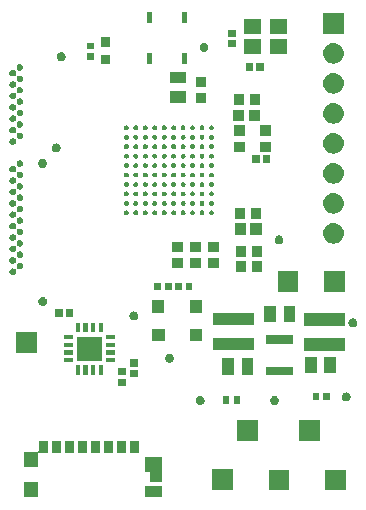
<source format=gbr>
G04 #@! TF.GenerationSoftware,KiCad,Pcbnew,(5.1.0)-1*
G04 #@! TF.CreationDate,2019-07-08T11:08:24-07:00*
G04 #@! TF.ProjectId,MiniScope_V4,4d696e69-5363-46f7-9065-5f56342e6b69,rev?*
G04 #@! TF.SameCoordinates,Original*
G04 #@! TF.FileFunction,Soldermask,Top*
G04 #@! TF.FilePolarity,Negative*
%FSLAX46Y46*%
G04 Gerber Fmt 4.6, Leading zero omitted, Abs format (unit mm)*
G04 Created by KiCad (PCBNEW (5.1.0)-1) date 2019-07-08 11:08:24*
%MOMM*%
%LPD*%
G04 APERTURE LIST*
%ADD10C,0.100000*%
G04 APERTURE END LIST*
D10*
G36*
X140566000Y-132103600D02*
G01*
X139115200Y-132103600D01*
X139115200Y-131152800D01*
X140566000Y-131152800D01*
X140566000Y-132103600D01*
X140566000Y-132103600D01*
G37*
G36*
X130016000Y-132103600D02*
G01*
X128815200Y-132103600D01*
X128815200Y-130852800D01*
X130016000Y-130852800D01*
X130016000Y-132103600D01*
X130016000Y-132103600D01*
G37*
G36*
X151325400Y-131515400D02*
G01*
X149574600Y-131515400D01*
X149574600Y-129764600D01*
X151325400Y-129764600D01*
X151325400Y-131515400D01*
X151325400Y-131515400D01*
G37*
G36*
X156095400Y-131515400D02*
G01*
X154344600Y-131515400D01*
X154344600Y-129764600D01*
X156095400Y-129764600D01*
X156095400Y-131515400D01*
X156095400Y-131515400D01*
G37*
G36*
X146505400Y-131465400D02*
G01*
X144754600Y-131465400D01*
X144754600Y-129714600D01*
X146505400Y-129714600D01*
X146505400Y-131465400D01*
X146505400Y-131465400D01*
G37*
G36*
X140566000Y-130853600D02*
G01*
X139515200Y-130853600D01*
X139515200Y-130078599D01*
X139512798Y-130054213D01*
X139505685Y-130030764D01*
X139494134Y-130009153D01*
X139478589Y-129990211D01*
X139459647Y-129974666D01*
X139438036Y-129963115D01*
X139414587Y-129956002D01*
X139390201Y-129953600D01*
X139065200Y-129953600D01*
X139065200Y-128702800D01*
X140566000Y-128702800D01*
X140566000Y-130853600D01*
X140566000Y-130853600D01*
G37*
G36*
X130866000Y-128363600D02*
G01*
X130140999Y-128363600D01*
X130116613Y-128366002D01*
X130093164Y-128373115D01*
X130071553Y-128384666D01*
X130052611Y-128400211D01*
X130037066Y-128419153D01*
X130025515Y-128440764D01*
X130018402Y-128464213D01*
X130016000Y-128488599D01*
X130016000Y-129513600D01*
X128815200Y-129513600D01*
X128815200Y-128262800D01*
X129990201Y-128262800D01*
X130014587Y-128260398D01*
X130038036Y-128253285D01*
X130059647Y-128241734D01*
X130078589Y-128226189D01*
X130094134Y-128207247D01*
X130105685Y-128185636D01*
X130112798Y-128162187D01*
X130115200Y-128137801D01*
X130115200Y-127312800D01*
X130866000Y-127312800D01*
X130866000Y-128363600D01*
X130866000Y-128363600D01*
G37*
G36*
X134166000Y-128363600D02*
G01*
X133415200Y-128363600D01*
X133415200Y-127312800D01*
X134166000Y-127312800D01*
X134166000Y-128363600D01*
X134166000Y-128363600D01*
G37*
G36*
X138566000Y-128363600D02*
G01*
X137815200Y-128363600D01*
X137815200Y-127312800D01*
X138566000Y-127312800D01*
X138566000Y-128363600D01*
X138566000Y-128363600D01*
G37*
G36*
X137466000Y-128363600D02*
G01*
X136715200Y-128363600D01*
X136715200Y-127312800D01*
X137466000Y-127312800D01*
X137466000Y-128363600D01*
X137466000Y-128363600D01*
G37*
G36*
X131966000Y-128363600D02*
G01*
X131215200Y-128363600D01*
X131215200Y-127312800D01*
X131966000Y-127312800D01*
X131966000Y-128363600D01*
X131966000Y-128363600D01*
G37*
G36*
X133066000Y-128363600D02*
G01*
X132315200Y-128363600D01*
X132315200Y-127312800D01*
X133066000Y-127312800D01*
X133066000Y-128363600D01*
X133066000Y-128363600D01*
G37*
G36*
X136366000Y-128363600D02*
G01*
X135615200Y-128363600D01*
X135615200Y-127312800D01*
X136366000Y-127312800D01*
X136366000Y-128363600D01*
X136366000Y-128363600D01*
G37*
G36*
X135266000Y-128363600D02*
G01*
X134515200Y-128363600D01*
X134515200Y-127312800D01*
X135266000Y-127312800D01*
X135266000Y-128363600D01*
X135266000Y-128363600D01*
G37*
G36*
X153875400Y-127325400D02*
G01*
X152124600Y-127325400D01*
X152124600Y-125574600D01*
X153875400Y-125574600D01*
X153875400Y-127325400D01*
X153875400Y-127325400D01*
G37*
G36*
X148655400Y-127315400D02*
G01*
X146904600Y-127315400D01*
X146904600Y-125564600D01*
X148655400Y-125564600D01*
X148655400Y-127315400D01*
X148655400Y-127315400D01*
G37*
G36*
X150172700Y-123540226D02*
G01*
X150241017Y-123568524D01*
X150302502Y-123609607D01*
X150354793Y-123661898D01*
X150395876Y-123723383D01*
X150424174Y-123791700D01*
X150438600Y-123864225D01*
X150438600Y-123938175D01*
X150424174Y-124010700D01*
X150395876Y-124079017D01*
X150354793Y-124140502D01*
X150302502Y-124192793D01*
X150241017Y-124233876D01*
X150172700Y-124262174D01*
X150100175Y-124276600D01*
X150026225Y-124276600D01*
X149953700Y-124262174D01*
X149885383Y-124233876D01*
X149823898Y-124192793D01*
X149771607Y-124140502D01*
X149730524Y-124079017D01*
X149702226Y-124010700D01*
X149687800Y-123938175D01*
X149687800Y-123864225D01*
X149702226Y-123791700D01*
X149730524Y-123723383D01*
X149771607Y-123661898D01*
X149823898Y-123609607D01*
X149885383Y-123568524D01*
X149953700Y-123540226D01*
X150026225Y-123525800D01*
X150100175Y-123525800D01*
X150172700Y-123540226D01*
X150172700Y-123540226D01*
G37*
G36*
X143873500Y-123540226D02*
G01*
X143941817Y-123568524D01*
X144003302Y-123609607D01*
X144055593Y-123661898D01*
X144096676Y-123723383D01*
X144124974Y-123791700D01*
X144139400Y-123864225D01*
X144139400Y-123938175D01*
X144124974Y-124010700D01*
X144096676Y-124079017D01*
X144055593Y-124140502D01*
X144003302Y-124192793D01*
X143941817Y-124233876D01*
X143873500Y-124262174D01*
X143800975Y-124276600D01*
X143727025Y-124276600D01*
X143654500Y-124262174D01*
X143586183Y-124233876D01*
X143524698Y-124192793D01*
X143472407Y-124140502D01*
X143431324Y-124079017D01*
X143403026Y-124010700D01*
X143388600Y-123938175D01*
X143388600Y-123864225D01*
X143403026Y-123791700D01*
X143431324Y-123723383D01*
X143472407Y-123661898D01*
X143524698Y-123609607D01*
X143586183Y-123568524D01*
X143654500Y-123540226D01*
X143727025Y-123525800D01*
X143800975Y-123525800D01*
X143873500Y-123540226D01*
X143873500Y-123540226D01*
G37*
G36*
X147150400Y-124175400D02*
G01*
X146609600Y-124175400D01*
X146609600Y-123564600D01*
X147150400Y-123564600D01*
X147150400Y-124175400D01*
X147150400Y-124175400D01*
G37*
G36*
X146240400Y-124175400D02*
G01*
X145699600Y-124175400D01*
X145699600Y-123564600D01*
X146240400Y-123564600D01*
X146240400Y-124175400D01*
X146240400Y-124175400D01*
G37*
G36*
X156243300Y-123235426D02*
G01*
X156311617Y-123263724D01*
X156373102Y-123304807D01*
X156425393Y-123357098D01*
X156466476Y-123418583D01*
X156494774Y-123486900D01*
X156509200Y-123559425D01*
X156509200Y-123633375D01*
X156494774Y-123705900D01*
X156466476Y-123774217D01*
X156425393Y-123835702D01*
X156373102Y-123887993D01*
X156311617Y-123929076D01*
X156243300Y-123957374D01*
X156170775Y-123971800D01*
X156096825Y-123971800D01*
X156024300Y-123957374D01*
X155955983Y-123929076D01*
X155894498Y-123887993D01*
X155842207Y-123835702D01*
X155801124Y-123774217D01*
X155772826Y-123705900D01*
X155758400Y-123633375D01*
X155758400Y-123559425D01*
X155772826Y-123486900D01*
X155801124Y-123418583D01*
X155842207Y-123357098D01*
X155894498Y-123304807D01*
X155955983Y-123263724D01*
X156024300Y-123235426D01*
X156096825Y-123221000D01*
X156170775Y-123221000D01*
X156243300Y-123235426D01*
X156243300Y-123235426D01*
G37*
G36*
X153820400Y-123855400D02*
G01*
X153279600Y-123855400D01*
X153279600Y-123244600D01*
X153820400Y-123244600D01*
X153820400Y-123855400D01*
X153820400Y-123855400D01*
G37*
G36*
X154730400Y-123855400D02*
G01*
X154189600Y-123855400D01*
X154189600Y-123244600D01*
X154730400Y-123244600D01*
X154730400Y-123855400D01*
X154730400Y-123855400D01*
G37*
G36*
X137525800Y-122680400D02*
G01*
X136845000Y-122680400D01*
X136845000Y-122049600D01*
X137525800Y-122049600D01*
X137525800Y-122680400D01*
X137525800Y-122680400D01*
G37*
G36*
X138516400Y-121943800D02*
G01*
X137835600Y-121943800D01*
X137835600Y-121313000D01*
X138516400Y-121313000D01*
X138516400Y-121943800D01*
X138516400Y-121943800D01*
G37*
G36*
X137525800Y-121790400D02*
G01*
X136845000Y-121790400D01*
X136845000Y-121159600D01*
X137525800Y-121159600D01*
X137525800Y-121790400D01*
X137525800Y-121790400D01*
G37*
G36*
X151625000Y-121756200D02*
G01*
X149314200Y-121756200D01*
X149314200Y-121045400D01*
X151625000Y-121045400D01*
X151625000Y-121756200D01*
X151625000Y-121756200D01*
G37*
G36*
X135551800Y-121717600D02*
G01*
X135181000Y-121717600D01*
X135181000Y-120926800D01*
X135551800Y-120926800D01*
X135551800Y-121717600D01*
X135551800Y-121717600D01*
G37*
G36*
X134901800Y-121717600D02*
G01*
X134531000Y-121717600D01*
X134531000Y-120926800D01*
X134901800Y-120926800D01*
X134901800Y-121717600D01*
X134901800Y-121717600D01*
G37*
G36*
X134251800Y-121717600D02*
G01*
X133881000Y-121717600D01*
X133881000Y-120926800D01*
X134251800Y-120926800D01*
X134251800Y-121717600D01*
X134251800Y-121717600D01*
G37*
G36*
X133601800Y-121717600D02*
G01*
X133231000Y-121717600D01*
X133231000Y-120926800D01*
X133601800Y-120926800D01*
X133601800Y-121717600D01*
X133601800Y-121717600D01*
G37*
G36*
X146619560Y-121711320D02*
G01*
X145638760Y-121711320D01*
X145638760Y-120340520D01*
X146619560Y-120340520D01*
X146619560Y-121711320D01*
X146619560Y-121711320D01*
G37*
G36*
X148259560Y-121711320D02*
G01*
X147278760Y-121711320D01*
X147278760Y-120340520D01*
X148259560Y-120340520D01*
X148259560Y-121711320D01*
X148259560Y-121711320D01*
G37*
G36*
X155262760Y-121614800D02*
G01*
X154281960Y-121614800D01*
X154281960Y-120244000D01*
X155262760Y-120244000D01*
X155262760Y-121614800D01*
X155262760Y-121614800D01*
G37*
G36*
X153622760Y-121614800D02*
G01*
X152641960Y-121614800D01*
X152641960Y-120244000D01*
X153622760Y-120244000D01*
X153622760Y-121614800D01*
X153622760Y-121614800D01*
G37*
G36*
X138516400Y-121053800D02*
G01*
X137835600Y-121053800D01*
X137835600Y-120423000D01*
X138516400Y-120423000D01*
X138516400Y-121053800D01*
X138516400Y-121053800D01*
G37*
G36*
X141282700Y-119958826D02*
G01*
X141351017Y-119987124D01*
X141412502Y-120028207D01*
X141464793Y-120080498D01*
X141505876Y-120141983D01*
X141534174Y-120210300D01*
X141548600Y-120282825D01*
X141548600Y-120356775D01*
X141534174Y-120429300D01*
X141505876Y-120497617D01*
X141464793Y-120559102D01*
X141412502Y-120611393D01*
X141351017Y-120652476D01*
X141282700Y-120680774D01*
X141210175Y-120695200D01*
X141136225Y-120695200D01*
X141063700Y-120680774D01*
X140995383Y-120652476D01*
X140933898Y-120611393D01*
X140881607Y-120559102D01*
X140840524Y-120497617D01*
X140812226Y-120429300D01*
X140797800Y-120356775D01*
X140797800Y-120282825D01*
X140812226Y-120210300D01*
X140840524Y-120141983D01*
X140881607Y-120080498D01*
X140933898Y-120028207D01*
X140995383Y-119987124D01*
X141063700Y-119958826D01*
X141136225Y-119944400D01*
X141210175Y-119944400D01*
X141282700Y-119958826D01*
X141282700Y-119958826D01*
G37*
G36*
X136581800Y-120687600D02*
G01*
X135791000Y-120687600D01*
X135791000Y-120316800D01*
X136581800Y-120316800D01*
X136581800Y-120687600D01*
X136581800Y-120687600D01*
G37*
G36*
X132991800Y-120687600D02*
G01*
X132201000Y-120687600D01*
X132201000Y-120316800D01*
X132991800Y-120316800D01*
X132991800Y-120687600D01*
X132991800Y-120687600D01*
G37*
G36*
X135416800Y-120552600D02*
G01*
X133366000Y-120552600D01*
X133366000Y-118501800D01*
X135416800Y-118501800D01*
X135416800Y-120552600D01*
X135416800Y-120552600D01*
G37*
G36*
X132991800Y-120037600D02*
G01*
X132201000Y-120037600D01*
X132201000Y-119666800D01*
X132991800Y-119666800D01*
X132991800Y-120037600D01*
X132991800Y-120037600D01*
G37*
G36*
X136581800Y-120037600D02*
G01*
X135791000Y-120037600D01*
X135791000Y-119666800D01*
X136581800Y-119666800D01*
X136581800Y-120037600D01*
X136581800Y-120037600D01*
G37*
G36*
X129955400Y-119875400D02*
G01*
X128204600Y-119875400D01*
X128204600Y-118124600D01*
X129955400Y-118124600D01*
X129955400Y-119875400D01*
X129955400Y-119875400D01*
G37*
G36*
X156005000Y-119678760D02*
G01*
X152554200Y-119678760D01*
X152554200Y-118627960D01*
X156005000Y-118627960D01*
X156005000Y-119678760D01*
X156005000Y-119678760D01*
G37*
G36*
X148339280Y-119648280D02*
G01*
X144888480Y-119648280D01*
X144888480Y-118597480D01*
X148339280Y-118597480D01*
X148339280Y-119648280D01*
X148339280Y-119648280D01*
G37*
G36*
X132991800Y-119387600D02*
G01*
X132201000Y-119387600D01*
X132201000Y-119016800D01*
X132991800Y-119016800D01*
X132991800Y-119387600D01*
X132991800Y-119387600D01*
G37*
G36*
X136581800Y-119387600D02*
G01*
X135791000Y-119387600D01*
X135791000Y-119016800D01*
X136581800Y-119016800D01*
X136581800Y-119387600D01*
X136581800Y-119387600D01*
G37*
G36*
X151625000Y-119086200D02*
G01*
X149314200Y-119086200D01*
X149314200Y-118375400D01*
X151625000Y-118375400D01*
X151625000Y-119086200D01*
X151625000Y-119086200D01*
G37*
G36*
X140753720Y-118889400D02*
G01*
X139702920Y-118889400D01*
X139702920Y-117838600D01*
X140753720Y-117838600D01*
X140753720Y-118889400D01*
X140753720Y-118889400D01*
G37*
G36*
X143935400Y-118875400D02*
G01*
X142884600Y-118875400D01*
X142884600Y-117824600D01*
X143935400Y-117824600D01*
X143935400Y-118875400D01*
X143935400Y-118875400D01*
G37*
G36*
X136581800Y-118737600D02*
G01*
X135791000Y-118737600D01*
X135791000Y-118366800D01*
X136581800Y-118366800D01*
X136581800Y-118737600D01*
X136581800Y-118737600D01*
G37*
G36*
X132991800Y-118737600D02*
G01*
X132201000Y-118737600D01*
X132201000Y-118366800D01*
X132991800Y-118366800D01*
X132991800Y-118737600D01*
X132991800Y-118737600D01*
G37*
G36*
X133601800Y-118127600D02*
G01*
X133231000Y-118127600D01*
X133231000Y-117336800D01*
X133601800Y-117336800D01*
X133601800Y-118127600D01*
X133601800Y-118127600D01*
G37*
G36*
X134901800Y-118127600D02*
G01*
X134531000Y-118127600D01*
X134531000Y-117336800D01*
X134901800Y-117336800D01*
X134901800Y-118127600D01*
X134901800Y-118127600D01*
G37*
G36*
X135551800Y-118127600D02*
G01*
X135181000Y-118127600D01*
X135181000Y-117336800D01*
X135551800Y-117336800D01*
X135551800Y-118127600D01*
X135551800Y-118127600D01*
G37*
G36*
X134251800Y-118127600D02*
G01*
X133881000Y-118127600D01*
X133881000Y-117336800D01*
X134251800Y-117336800D01*
X134251800Y-118127600D01*
X134251800Y-118127600D01*
G37*
G36*
X156809500Y-116969026D02*
G01*
X156877817Y-116997324D01*
X156939302Y-117038407D01*
X156991593Y-117090698D01*
X157032676Y-117152183D01*
X157060974Y-117220500D01*
X157075400Y-117293025D01*
X157075400Y-117366975D01*
X157060974Y-117439500D01*
X157032676Y-117507817D01*
X156991593Y-117569302D01*
X156939302Y-117621593D01*
X156877817Y-117662676D01*
X156809500Y-117690974D01*
X156736975Y-117705400D01*
X156663025Y-117705400D01*
X156590500Y-117690974D01*
X156522183Y-117662676D01*
X156460698Y-117621593D01*
X156408407Y-117569302D01*
X156367324Y-117507817D01*
X156339026Y-117439500D01*
X156324600Y-117366975D01*
X156324600Y-117293025D01*
X156339026Y-117220500D01*
X156367324Y-117152183D01*
X156408407Y-117090698D01*
X156460698Y-117038407D01*
X156522183Y-116997324D01*
X156590500Y-116969026D01*
X156663025Y-116954600D01*
X156736975Y-116954600D01*
X156809500Y-116969026D01*
X156809500Y-116969026D01*
G37*
G36*
X156005000Y-117578760D02*
G01*
X152554200Y-117578760D01*
X152554200Y-116527960D01*
X156005000Y-116527960D01*
X156005000Y-117578760D01*
X156005000Y-117578760D01*
G37*
G36*
X148339280Y-117548280D02*
G01*
X144888480Y-117548280D01*
X144888480Y-116497480D01*
X148339280Y-116497480D01*
X148339280Y-117548280D01*
X148339280Y-117548280D01*
G37*
G36*
X151823600Y-117240920D02*
G01*
X150842800Y-117240920D01*
X150842800Y-115870120D01*
X151823600Y-115870120D01*
X151823600Y-117240920D01*
X151823600Y-117240920D01*
G37*
G36*
X150183600Y-117240920D02*
G01*
X149202800Y-117240920D01*
X149202800Y-115870120D01*
X150183600Y-115870120D01*
X150183600Y-117240920D01*
X150183600Y-117240920D01*
G37*
G36*
X138260100Y-116377426D02*
G01*
X138328417Y-116405724D01*
X138389902Y-116446807D01*
X138442193Y-116499098D01*
X138483276Y-116560583D01*
X138511574Y-116628900D01*
X138526000Y-116701425D01*
X138526000Y-116775375D01*
X138511574Y-116847900D01*
X138483276Y-116916217D01*
X138442193Y-116977702D01*
X138389902Y-117029993D01*
X138328417Y-117071076D01*
X138260100Y-117099374D01*
X138187575Y-117113800D01*
X138113625Y-117113800D01*
X138041100Y-117099374D01*
X137972783Y-117071076D01*
X137911298Y-117029993D01*
X137859007Y-116977702D01*
X137817924Y-116916217D01*
X137789626Y-116847900D01*
X137775200Y-116775375D01*
X137775200Y-116701425D01*
X137789626Y-116628900D01*
X137817924Y-116560583D01*
X137859007Y-116499098D01*
X137911298Y-116446807D01*
X137972783Y-116405724D01*
X138041100Y-116377426D01*
X138113625Y-116363000D01*
X138187575Y-116363000D01*
X138260100Y-116377426D01*
X138260100Y-116377426D01*
G37*
G36*
X133002960Y-116840040D02*
G01*
X132372160Y-116840040D01*
X132372160Y-116159240D01*
X133002960Y-116159240D01*
X133002960Y-116840040D01*
X133002960Y-116840040D01*
G37*
G36*
X132112960Y-116840040D02*
G01*
X131482160Y-116840040D01*
X131482160Y-116159240D01*
X132112960Y-116159240D01*
X132112960Y-116840040D01*
X132112960Y-116840040D01*
G37*
G36*
X140743560Y-116491640D02*
G01*
X139692760Y-116491640D01*
X139692760Y-115440840D01*
X140743560Y-115440840D01*
X140743560Y-116491640D01*
X140743560Y-116491640D01*
G37*
G36*
X143949040Y-116491640D02*
G01*
X142898240Y-116491640D01*
X142898240Y-115440840D01*
X143949040Y-115440840D01*
X143949040Y-116491640D01*
X143949040Y-116491640D01*
G37*
G36*
X130538500Y-115158226D02*
G01*
X130606817Y-115186524D01*
X130668302Y-115227607D01*
X130720593Y-115279898D01*
X130761676Y-115341383D01*
X130789974Y-115409700D01*
X130804400Y-115482225D01*
X130804400Y-115556175D01*
X130789974Y-115628700D01*
X130761676Y-115697017D01*
X130720593Y-115758502D01*
X130668302Y-115810793D01*
X130606817Y-115851876D01*
X130538500Y-115880174D01*
X130465975Y-115894600D01*
X130392025Y-115894600D01*
X130319500Y-115880174D01*
X130251183Y-115851876D01*
X130189698Y-115810793D01*
X130137407Y-115758502D01*
X130096324Y-115697017D01*
X130068026Y-115628700D01*
X130053600Y-115556175D01*
X130053600Y-115482225D01*
X130068026Y-115409700D01*
X130096324Y-115341383D01*
X130137407Y-115279898D01*
X130189698Y-115227607D01*
X130251183Y-115186524D01*
X130319500Y-115158226D01*
X130392025Y-115143800D01*
X130465975Y-115143800D01*
X130538500Y-115158226D01*
X130538500Y-115158226D01*
G37*
G36*
X156005400Y-114705400D02*
G01*
X154254600Y-114705400D01*
X154254600Y-112954600D01*
X156005400Y-112954600D01*
X156005400Y-114705400D01*
X156005400Y-114705400D01*
G37*
G36*
X152085400Y-114685400D02*
G01*
X150334600Y-114685400D01*
X150334600Y-112934600D01*
X152085400Y-112934600D01*
X152085400Y-114685400D01*
X152085400Y-114685400D01*
G37*
G36*
X143110520Y-114549520D02*
G01*
X142569720Y-114549520D01*
X142569720Y-113938720D01*
X143110520Y-113938720D01*
X143110520Y-114549520D01*
X143110520Y-114549520D01*
G37*
G36*
X142200520Y-114549520D02*
G01*
X141659720Y-114549520D01*
X141659720Y-113938720D01*
X142200520Y-113938720D01*
X142200520Y-114549520D01*
X142200520Y-114549520D01*
G37*
G36*
X141342000Y-114541900D02*
G01*
X140801200Y-114541900D01*
X140801200Y-113931100D01*
X141342000Y-113931100D01*
X141342000Y-114541900D01*
X141342000Y-114541900D01*
G37*
G36*
X140432000Y-114541900D02*
G01*
X139891200Y-114541900D01*
X139891200Y-113931100D01*
X140432000Y-113931100D01*
X140432000Y-114541900D01*
X140432000Y-114541900D01*
G37*
G36*
X127971500Y-112741337D02*
G01*
X128022343Y-112762397D01*
X128056054Y-112784922D01*
X128077665Y-112796473D01*
X128101114Y-112803586D01*
X128125500Y-112805988D01*
X128149886Y-112803586D01*
X128151554Y-112803080D01*
X128148616Y-112808577D01*
X128141503Y-112832026D01*
X128139101Y-112856412D01*
X128141503Y-112880798D01*
X128148616Y-112904247D01*
X128158663Y-112928503D01*
X128169400Y-112982480D01*
X128169400Y-113037520D01*
X128158663Y-113091500D01*
X128137603Y-113142343D01*
X128107025Y-113188106D01*
X128068106Y-113227025D01*
X128022343Y-113257603D01*
X127971500Y-113278663D01*
X127917520Y-113289400D01*
X127862480Y-113289400D01*
X127808500Y-113278663D01*
X127757657Y-113257603D01*
X127711894Y-113227025D01*
X127672975Y-113188106D01*
X127642397Y-113142343D01*
X127621337Y-113091500D01*
X127610600Y-113037520D01*
X127610600Y-112982480D01*
X127621337Y-112928500D01*
X127642397Y-112877657D01*
X127672975Y-112831894D01*
X127711894Y-112792975D01*
X127757657Y-112762397D01*
X127808500Y-112741337D01*
X127862480Y-112730600D01*
X127917520Y-112730600D01*
X127971500Y-112741337D01*
X127971500Y-112741337D01*
G37*
G36*
X147665480Y-113063680D02*
G01*
X146804680Y-113063680D01*
X146804680Y-112142880D01*
X147665480Y-112142880D01*
X147665480Y-113063680D01*
X147665480Y-113063680D01*
G37*
G36*
X149025480Y-113063680D02*
G01*
X148164680Y-113063680D01*
X148164680Y-112142880D01*
X149025480Y-112142880D01*
X149025480Y-113063680D01*
X149025480Y-113063680D01*
G37*
G36*
X128581100Y-112258738D02*
G01*
X128631943Y-112279798D01*
X128677706Y-112310376D01*
X128716625Y-112349295D01*
X128747203Y-112395058D01*
X128768263Y-112445901D01*
X128779000Y-112499881D01*
X128779000Y-112554921D01*
X128768263Y-112608901D01*
X128747203Y-112659744D01*
X128716625Y-112705507D01*
X128677706Y-112744426D01*
X128631943Y-112775004D01*
X128581100Y-112796064D01*
X128527120Y-112806801D01*
X128472080Y-112806801D01*
X128418100Y-112796064D01*
X128367257Y-112775004D01*
X128333546Y-112752479D01*
X128311935Y-112740928D01*
X128288486Y-112733815D01*
X128264100Y-112731413D01*
X128239714Y-112733815D01*
X128238046Y-112734321D01*
X128240984Y-112728824D01*
X128248097Y-112705375D01*
X128250499Y-112680989D01*
X128248097Y-112656603D01*
X128240984Y-112633154D01*
X128230937Y-112608898D01*
X128220200Y-112554921D01*
X128220200Y-112499881D01*
X128230937Y-112445903D01*
X128240985Y-112421644D01*
X128248098Y-112398195D01*
X128250499Y-112373808D01*
X128248097Y-112349422D01*
X128240983Y-112325974D01*
X128238048Y-112320483D01*
X128239716Y-112320989D01*
X128264103Y-112323390D01*
X128288489Y-112320988D01*
X128311937Y-112313874D01*
X128333544Y-112302324D01*
X128348394Y-112292402D01*
X128367256Y-112279798D01*
X128418100Y-112258738D01*
X128472080Y-112248001D01*
X128527120Y-112248001D01*
X128581100Y-112258738D01*
X128581100Y-112258738D01*
G37*
G36*
X143848480Y-112718000D02*
G01*
X142927680Y-112718000D01*
X142927680Y-111857200D01*
X143848480Y-111857200D01*
X143848480Y-112718000D01*
X143848480Y-112718000D01*
G37*
G36*
X145372480Y-112692600D02*
G01*
X144451680Y-112692600D01*
X144451680Y-111831800D01*
X145372480Y-111831800D01*
X145372480Y-112692600D01*
X145372480Y-112692600D01*
G37*
G36*
X142299080Y-112687520D02*
G01*
X141378280Y-112687520D01*
X141378280Y-111826720D01*
X142299080Y-111826720D01*
X142299080Y-112687520D01*
X142299080Y-112687520D01*
G37*
G36*
X127971500Y-111776138D02*
G01*
X128022343Y-111797198D01*
X128056054Y-111819723D01*
X128077665Y-111831274D01*
X128101114Y-111838387D01*
X128125500Y-111840789D01*
X128149886Y-111838387D01*
X128151554Y-111837881D01*
X128148616Y-111843378D01*
X128141503Y-111866827D01*
X128139101Y-111891213D01*
X128141503Y-111915599D01*
X128148616Y-111939048D01*
X128158663Y-111963304D01*
X128169400Y-112017281D01*
X128169400Y-112072321D01*
X128158663Y-112126299D01*
X128148615Y-112150558D01*
X128141502Y-112174007D01*
X128139101Y-112198394D01*
X128141503Y-112222780D01*
X128148617Y-112246228D01*
X128151552Y-112251719D01*
X128149884Y-112251213D01*
X128125497Y-112248812D01*
X128101111Y-112251214D01*
X128077663Y-112258328D01*
X128056056Y-112269878D01*
X128044391Y-112277672D01*
X128022344Y-112292404D01*
X127971500Y-112313464D01*
X127917520Y-112324201D01*
X127862480Y-112324201D01*
X127808500Y-112313464D01*
X127757657Y-112292404D01*
X127711894Y-112261826D01*
X127672975Y-112222907D01*
X127642397Y-112177144D01*
X127621337Y-112126301D01*
X127610600Y-112072321D01*
X127610600Y-112017281D01*
X127621337Y-111963301D01*
X127642397Y-111912458D01*
X127672975Y-111866695D01*
X127711894Y-111827776D01*
X127757657Y-111797198D01*
X127808500Y-111776138D01*
X127862480Y-111765401D01*
X127917520Y-111765401D01*
X127971500Y-111776138D01*
X127971500Y-111776138D01*
G37*
G36*
X128581100Y-111293539D02*
G01*
X128631943Y-111314599D01*
X128677706Y-111345177D01*
X128716625Y-111384096D01*
X128747203Y-111429859D01*
X128768263Y-111480702D01*
X128779000Y-111534682D01*
X128779000Y-111589722D01*
X128768263Y-111643702D01*
X128747203Y-111694545D01*
X128716625Y-111740308D01*
X128677706Y-111779227D01*
X128631943Y-111809805D01*
X128581100Y-111830865D01*
X128527120Y-111841602D01*
X128472080Y-111841602D01*
X128418100Y-111830865D01*
X128367257Y-111809805D01*
X128333546Y-111787280D01*
X128311935Y-111775729D01*
X128288486Y-111768616D01*
X128264100Y-111766214D01*
X128239714Y-111768616D01*
X128238046Y-111769122D01*
X128240984Y-111763625D01*
X128248097Y-111740176D01*
X128250499Y-111715790D01*
X128248097Y-111691404D01*
X128240984Y-111667955D01*
X128230937Y-111643699D01*
X128220200Y-111589722D01*
X128220200Y-111534682D01*
X128230937Y-111480704D01*
X128240985Y-111456445D01*
X128248098Y-111432996D01*
X128250499Y-111408609D01*
X128248097Y-111384223D01*
X128240983Y-111360775D01*
X128238048Y-111355284D01*
X128239716Y-111355790D01*
X128264103Y-111358191D01*
X128288489Y-111355789D01*
X128311937Y-111348675D01*
X128333544Y-111337125D01*
X128348394Y-111327203D01*
X128367256Y-111314599D01*
X128418100Y-111293539D01*
X128472080Y-111282802D01*
X128527120Y-111282802D01*
X128581100Y-111293539D01*
X128581100Y-111293539D01*
G37*
G36*
X149025480Y-111742880D02*
G01*
X148164680Y-111742880D01*
X148164680Y-110822080D01*
X149025480Y-110822080D01*
X149025480Y-111742880D01*
X149025480Y-111742880D01*
G37*
G36*
X147665480Y-111742880D02*
G01*
X146804680Y-111742880D01*
X146804680Y-110822080D01*
X147665480Y-110822080D01*
X147665480Y-111742880D01*
X147665480Y-111742880D01*
G37*
G36*
X127971500Y-110810939D02*
G01*
X128022343Y-110831999D01*
X128056054Y-110854524D01*
X128077665Y-110866075D01*
X128101114Y-110873188D01*
X128125500Y-110875590D01*
X128149886Y-110873188D01*
X128151554Y-110872682D01*
X128148616Y-110878179D01*
X128141503Y-110901628D01*
X128139101Y-110926014D01*
X128141503Y-110950400D01*
X128148616Y-110973849D01*
X128158663Y-110998105D01*
X128169400Y-111052082D01*
X128169400Y-111107122D01*
X128158663Y-111161100D01*
X128148615Y-111185359D01*
X128141502Y-111208808D01*
X128139101Y-111233195D01*
X128141503Y-111257581D01*
X128148617Y-111281029D01*
X128151552Y-111286520D01*
X128149884Y-111286014D01*
X128125497Y-111283613D01*
X128101111Y-111286015D01*
X128077663Y-111293129D01*
X128056056Y-111304679D01*
X128044391Y-111312473D01*
X128022344Y-111327205D01*
X127971500Y-111348265D01*
X127917520Y-111359002D01*
X127862480Y-111359002D01*
X127808500Y-111348265D01*
X127757657Y-111327205D01*
X127711894Y-111296627D01*
X127672975Y-111257708D01*
X127642397Y-111211945D01*
X127621337Y-111161102D01*
X127610600Y-111107122D01*
X127610600Y-111052082D01*
X127621337Y-110998102D01*
X127642397Y-110947259D01*
X127672975Y-110901496D01*
X127711894Y-110862577D01*
X127757657Y-110831999D01*
X127808500Y-110810939D01*
X127862480Y-110800202D01*
X127917520Y-110800202D01*
X127971500Y-110810939D01*
X127971500Y-110810939D01*
G37*
G36*
X143848480Y-111358000D02*
G01*
X142927680Y-111358000D01*
X142927680Y-110497200D01*
X143848480Y-110497200D01*
X143848480Y-111358000D01*
X143848480Y-111358000D01*
G37*
G36*
X145372480Y-111332600D02*
G01*
X144451680Y-111332600D01*
X144451680Y-110471800D01*
X145372480Y-110471800D01*
X145372480Y-111332600D01*
X145372480Y-111332600D01*
G37*
G36*
X142299080Y-111327520D02*
G01*
X141378280Y-111327520D01*
X141378280Y-110466720D01*
X142299080Y-110466720D01*
X142299080Y-111327520D01*
X142299080Y-111327520D01*
G37*
G36*
X128581100Y-110328340D02*
G01*
X128631943Y-110349400D01*
X128677706Y-110379978D01*
X128716625Y-110418897D01*
X128747203Y-110464660D01*
X128768263Y-110515503D01*
X128779000Y-110569483D01*
X128779000Y-110624523D01*
X128768263Y-110678503D01*
X128747203Y-110729346D01*
X128716625Y-110775109D01*
X128677706Y-110814028D01*
X128631943Y-110844606D01*
X128581100Y-110865666D01*
X128527120Y-110876403D01*
X128472080Y-110876403D01*
X128418100Y-110865666D01*
X128367257Y-110844606D01*
X128333546Y-110822081D01*
X128311935Y-110810530D01*
X128288486Y-110803417D01*
X128264100Y-110801015D01*
X128239714Y-110803417D01*
X128238046Y-110803923D01*
X128240984Y-110798426D01*
X128248097Y-110774977D01*
X128250499Y-110750591D01*
X128248097Y-110726205D01*
X128240984Y-110702756D01*
X128230937Y-110678500D01*
X128220200Y-110624523D01*
X128220200Y-110569483D01*
X128230937Y-110515505D01*
X128240985Y-110491246D01*
X128248098Y-110467797D01*
X128250499Y-110443410D01*
X128248097Y-110419024D01*
X128240983Y-110395576D01*
X128238048Y-110390085D01*
X128239716Y-110390591D01*
X128264103Y-110392992D01*
X128288489Y-110390590D01*
X128311937Y-110383476D01*
X128333544Y-110371926D01*
X128348394Y-110362004D01*
X128367256Y-110349400D01*
X128418100Y-110328340D01*
X128472080Y-110317603D01*
X128527120Y-110317603D01*
X128581100Y-110328340D01*
X128581100Y-110328340D01*
G37*
G36*
X150553700Y-109938526D02*
G01*
X150622017Y-109966824D01*
X150683502Y-110007907D01*
X150735793Y-110060198D01*
X150776876Y-110121683D01*
X150805174Y-110190000D01*
X150819600Y-110262525D01*
X150819600Y-110336475D01*
X150805174Y-110409000D01*
X150776876Y-110477317D01*
X150735793Y-110538802D01*
X150683502Y-110591093D01*
X150622017Y-110632176D01*
X150553700Y-110660474D01*
X150481175Y-110674900D01*
X150407225Y-110674900D01*
X150334700Y-110660474D01*
X150266383Y-110632176D01*
X150204898Y-110591093D01*
X150152607Y-110538802D01*
X150111524Y-110477317D01*
X150083226Y-110409000D01*
X150068800Y-110336475D01*
X150068800Y-110262525D01*
X150083226Y-110190000D01*
X150111524Y-110121683D01*
X150152607Y-110060198D01*
X150204898Y-110007907D01*
X150266383Y-109966824D01*
X150334700Y-109938526D01*
X150407225Y-109924100D01*
X150481175Y-109924100D01*
X150553700Y-109938526D01*
X150553700Y-109938526D01*
G37*
G36*
X155213206Y-108890666D02*
G01*
X155284853Y-108912400D01*
X155378222Y-108940723D01*
X155378224Y-108940724D01*
X155530298Y-109022009D01*
X155663596Y-109131404D01*
X155772991Y-109264702D01*
X155836864Y-109384201D01*
X155854277Y-109416778D01*
X155856890Y-109425392D01*
X155904334Y-109581794D01*
X155921235Y-109753400D01*
X155904334Y-109925006D01*
X155854276Y-110090024D01*
X155772991Y-110242098D01*
X155663596Y-110375396D01*
X155530298Y-110484791D01*
X155429250Y-110538802D01*
X155378222Y-110566077D01*
X155295758Y-110591092D01*
X155213206Y-110616134D01*
X155084602Y-110628800D01*
X154998598Y-110628800D01*
X154869994Y-110616134D01*
X154787442Y-110591092D01*
X154704978Y-110566077D01*
X154653950Y-110538802D01*
X154552902Y-110484791D01*
X154419604Y-110375396D01*
X154310209Y-110242098D01*
X154228924Y-110090024D01*
X154178866Y-109925006D01*
X154161965Y-109753400D01*
X154178866Y-109581794D01*
X154226310Y-109425392D01*
X154228923Y-109416778D01*
X154246336Y-109384201D01*
X154310209Y-109264702D01*
X154419604Y-109131404D01*
X154552902Y-109022009D01*
X154704976Y-108940724D01*
X154704978Y-108940723D01*
X154798347Y-108912400D01*
X154869994Y-108890666D01*
X154998598Y-108878000D01*
X155084602Y-108878000D01*
X155213206Y-108890666D01*
X155213206Y-108890666D01*
G37*
G36*
X127971500Y-109845740D02*
G01*
X128022343Y-109866800D01*
X128056054Y-109889325D01*
X128077665Y-109900876D01*
X128101114Y-109907989D01*
X128125500Y-109910391D01*
X128149886Y-109907989D01*
X128151554Y-109907483D01*
X128148616Y-109912980D01*
X128141503Y-109936429D01*
X128139101Y-109960815D01*
X128141503Y-109985201D01*
X128148616Y-110008650D01*
X128158663Y-110032906D01*
X128169400Y-110086883D01*
X128169400Y-110141923D01*
X128158663Y-110195901D01*
X128148615Y-110220160D01*
X128141502Y-110243609D01*
X128139101Y-110267996D01*
X128141503Y-110292382D01*
X128148617Y-110315830D01*
X128151552Y-110321321D01*
X128149884Y-110320815D01*
X128125497Y-110318414D01*
X128101111Y-110320816D01*
X128077663Y-110327930D01*
X128056056Y-110339480D01*
X128044391Y-110347274D01*
X128022344Y-110362006D01*
X127971500Y-110383066D01*
X127917520Y-110393803D01*
X127862480Y-110393803D01*
X127808500Y-110383066D01*
X127757657Y-110362006D01*
X127711894Y-110331428D01*
X127672975Y-110292509D01*
X127642397Y-110246746D01*
X127621337Y-110195903D01*
X127610600Y-110141923D01*
X127610600Y-110086883D01*
X127621337Y-110032903D01*
X127642397Y-109982060D01*
X127672975Y-109936297D01*
X127711894Y-109897378D01*
X127757657Y-109866800D01*
X127808500Y-109845740D01*
X127862480Y-109835003D01*
X127917520Y-109835003D01*
X127971500Y-109845740D01*
X127971500Y-109845740D01*
G37*
G36*
X128581100Y-109363141D02*
G01*
X128631943Y-109384201D01*
X128677706Y-109414779D01*
X128716625Y-109453698D01*
X128747203Y-109499461D01*
X128768263Y-109550304D01*
X128779000Y-109604284D01*
X128779000Y-109659324D01*
X128768263Y-109713304D01*
X128747203Y-109764147D01*
X128716625Y-109809910D01*
X128677706Y-109848829D01*
X128631943Y-109879407D01*
X128581100Y-109900467D01*
X128527120Y-109911204D01*
X128472080Y-109911204D01*
X128418100Y-109900467D01*
X128367257Y-109879407D01*
X128333546Y-109856882D01*
X128311935Y-109845331D01*
X128288486Y-109838218D01*
X128264100Y-109835816D01*
X128239714Y-109838218D01*
X128238046Y-109838724D01*
X128240984Y-109833227D01*
X128248097Y-109809778D01*
X128250499Y-109785392D01*
X128248097Y-109761006D01*
X128240984Y-109737557D01*
X128230937Y-109713301D01*
X128220200Y-109659324D01*
X128220200Y-109604284D01*
X128230937Y-109550306D01*
X128240985Y-109526047D01*
X128248098Y-109502598D01*
X128250499Y-109478211D01*
X128248097Y-109453825D01*
X128240983Y-109430377D01*
X128238048Y-109424886D01*
X128239716Y-109425392D01*
X128264103Y-109427793D01*
X128288489Y-109425391D01*
X128311937Y-109418277D01*
X128333544Y-109406727D01*
X128348394Y-109396805D01*
X128367256Y-109384201D01*
X128418100Y-109363141D01*
X128472080Y-109352404D01*
X128527120Y-109352404D01*
X128581100Y-109363141D01*
X128581100Y-109363141D01*
G37*
G36*
X148968000Y-109883200D02*
G01*
X148027200Y-109883200D01*
X148027200Y-108912400D01*
X148968000Y-108912400D01*
X148968000Y-109883200D01*
X148968000Y-109883200D01*
G37*
G36*
X147638000Y-109883200D02*
G01*
X146697200Y-109883200D01*
X146697200Y-108912400D01*
X147638000Y-108912400D01*
X147638000Y-109883200D01*
X147638000Y-109883200D01*
G37*
G36*
X127971500Y-108880541D02*
G01*
X128022343Y-108901601D01*
X128056054Y-108924126D01*
X128077665Y-108935677D01*
X128101114Y-108942790D01*
X128125500Y-108945192D01*
X128149886Y-108942790D01*
X128151554Y-108942284D01*
X128148616Y-108947781D01*
X128141503Y-108971230D01*
X128139101Y-108995616D01*
X128141503Y-109020002D01*
X128148616Y-109043451D01*
X128158663Y-109067707D01*
X128169400Y-109121684D01*
X128169400Y-109176724D01*
X128158663Y-109230702D01*
X128148615Y-109254961D01*
X128141502Y-109278410D01*
X128139101Y-109302797D01*
X128141503Y-109327183D01*
X128148617Y-109350631D01*
X128151552Y-109356122D01*
X128149884Y-109355616D01*
X128125497Y-109353215D01*
X128101111Y-109355617D01*
X128077663Y-109362731D01*
X128056056Y-109374281D01*
X128044391Y-109382075D01*
X128022344Y-109396807D01*
X127971500Y-109417867D01*
X127917520Y-109428604D01*
X127862480Y-109428604D01*
X127808500Y-109417867D01*
X127757657Y-109396807D01*
X127711894Y-109366229D01*
X127672975Y-109327310D01*
X127642397Y-109281547D01*
X127621337Y-109230704D01*
X127610600Y-109176724D01*
X127610600Y-109121684D01*
X127621337Y-109067704D01*
X127642397Y-109016861D01*
X127672975Y-108971098D01*
X127711894Y-108932179D01*
X127757657Y-108901601D01*
X127808500Y-108880541D01*
X127862480Y-108869804D01*
X127917520Y-108869804D01*
X127971500Y-108880541D01*
X127971500Y-108880541D01*
G37*
G36*
X128581100Y-108397942D02*
G01*
X128631943Y-108419002D01*
X128677706Y-108449580D01*
X128716625Y-108488499D01*
X128747203Y-108534262D01*
X128768263Y-108585105D01*
X128779000Y-108639085D01*
X128779000Y-108694125D01*
X128768263Y-108748105D01*
X128747203Y-108798948D01*
X128716625Y-108844711D01*
X128677706Y-108883630D01*
X128631943Y-108914208D01*
X128581100Y-108935268D01*
X128527120Y-108946005D01*
X128472080Y-108946005D01*
X128418100Y-108935268D01*
X128367257Y-108914208D01*
X128333546Y-108891683D01*
X128311935Y-108880132D01*
X128288486Y-108873019D01*
X128264100Y-108870617D01*
X128239714Y-108873019D01*
X128238046Y-108873525D01*
X128240984Y-108868028D01*
X128248097Y-108844579D01*
X128250499Y-108820193D01*
X128248097Y-108795807D01*
X128240984Y-108772358D01*
X128230937Y-108748102D01*
X128220200Y-108694125D01*
X128220200Y-108639085D01*
X128230937Y-108585107D01*
X128240985Y-108560848D01*
X128248098Y-108537399D01*
X128250499Y-108513012D01*
X128248097Y-108488626D01*
X128240983Y-108465178D01*
X128238048Y-108459687D01*
X128239716Y-108460193D01*
X128264103Y-108462594D01*
X128288489Y-108460192D01*
X128311937Y-108453078D01*
X128333544Y-108441528D01*
X128348394Y-108431606D01*
X128367256Y-108419002D01*
X128418100Y-108397942D01*
X128472080Y-108387205D01*
X128527120Y-108387205D01*
X128581100Y-108397942D01*
X128581100Y-108397942D01*
G37*
G36*
X147572600Y-108537400D02*
G01*
X146711800Y-108537400D01*
X146711800Y-107616600D01*
X147572600Y-107616600D01*
X147572600Y-108537400D01*
X147572600Y-108537400D01*
G37*
G36*
X148932600Y-108537400D02*
G01*
X148071800Y-108537400D01*
X148071800Y-107616600D01*
X148932600Y-107616600D01*
X148932600Y-108537400D01*
X148932600Y-108537400D01*
G37*
G36*
X127971500Y-107915342D02*
G01*
X128022343Y-107936402D01*
X128056054Y-107958927D01*
X128077665Y-107970478D01*
X128101114Y-107977591D01*
X128125500Y-107979993D01*
X128149886Y-107977591D01*
X128151554Y-107977085D01*
X128148616Y-107982582D01*
X128141503Y-108006031D01*
X128139101Y-108030417D01*
X128141503Y-108054803D01*
X128148615Y-108078250D01*
X128149660Y-108080771D01*
X128158663Y-108102508D01*
X128169400Y-108156485D01*
X128169400Y-108211525D01*
X128158663Y-108265503D01*
X128148615Y-108289762D01*
X128141502Y-108313211D01*
X128139101Y-108337598D01*
X128141503Y-108361984D01*
X128148617Y-108385432D01*
X128151552Y-108390923D01*
X128149884Y-108390417D01*
X128125497Y-108388016D01*
X128101111Y-108390418D01*
X128077663Y-108397532D01*
X128056056Y-108409082D01*
X128044391Y-108416876D01*
X128022344Y-108431608D01*
X127971500Y-108452668D01*
X127917520Y-108463405D01*
X127862480Y-108463405D01*
X127808500Y-108452668D01*
X127757657Y-108431608D01*
X127711894Y-108401030D01*
X127672975Y-108362111D01*
X127642397Y-108316348D01*
X127621337Y-108265505D01*
X127610600Y-108211525D01*
X127610600Y-108156485D01*
X127621337Y-108102505D01*
X127642397Y-108051662D01*
X127672975Y-108005899D01*
X127711894Y-107966980D01*
X127757657Y-107936402D01*
X127808500Y-107915342D01*
X127862480Y-107904605D01*
X127917520Y-107904605D01*
X127971500Y-107915342D01*
X127971500Y-107915342D01*
G37*
G36*
X137583771Y-107817085D02*
G01*
X137622061Y-107832945D01*
X137656521Y-107855971D01*
X137685829Y-107885279D01*
X137708855Y-107919739D01*
X137724715Y-107958029D01*
X137732800Y-107998676D01*
X137732800Y-108040124D01*
X137724715Y-108080771D01*
X137708855Y-108119061D01*
X137685829Y-108153521D01*
X137656521Y-108182829D01*
X137622061Y-108205855D01*
X137583771Y-108221715D01*
X137543124Y-108229800D01*
X137501676Y-108229800D01*
X137461029Y-108221715D01*
X137422739Y-108205855D01*
X137388279Y-108182829D01*
X137358971Y-108153521D01*
X137335945Y-108119061D01*
X137320085Y-108080771D01*
X137312000Y-108040124D01*
X137312000Y-107998676D01*
X137320085Y-107958029D01*
X137335945Y-107919739D01*
X137358971Y-107885279D01*
X137388279Y-107855971D01*
X137422739Y-107832945D01*
X137461029Y-107817085D01*
X137501676Y-107809000D01*
X137543124Y-107809000D01*
X137583771Y-107817085D01*
X137583771Y-107817085D01*
G37*
G36*
X138383771Y-107817085D02*
G01*
X138422061Y-107832945D01*
X138456521Y-107855971D01*
X138485829Y-107885279D01*
X138508855Y-107919739D01*
X138524715Y-107958029D01*
X138532800Y-107998676D01*
X138532800Y-108040124D01*
X138524715Y-108080771D01*
X138508855Y-108119061D01*
X138485829Y-108153521D01*
X138456521Y-108182829D01*
X138422061Y-108205855D01*
X138383771Y-108221715D01*
X138343124Y-108229800D01*
X138301676Y-108229800D01*
X138261029Y-108221715D01*
X138222739Y-108205855D01*
X138188279Y-108182829D01*
X138158971Y-108153521D01*
X138135945Y-108119061D01*
X138120085Y-108080771D01*
X138112000Y-108040124D01*
X138112000Y-107998676D01*
X138120085Y-107958029D01*
X138135945Y-107919739D01*
X138158971Y-107885279D01*
X138188279Y-107855971D01*
X138222739Y-107832945D01*
X138261029Y-107817085D01*
X138301676Y-107809000D01*
X138343124Y-107809000D01*
X138383771Y-107817085D01*
X138383771Y-107817085D01*
G37*
G36*
X139183771Y-107817085D02*
G01*
X139222061Y-107832945D01*
X139256521Y-107855971D01*
X139285829Y-107885279D01*
X139308855Y-107919739D01*
X139324715Y-107958029D01*
X139332800Y-107998676D01*
X139332800Y-108040124D01*
X139324715Y-108080771D01*
X139308855Y-108119061D01*
X139285829Y-108153521D01*
X139256521Y-108182829D01*
X139222061Y-108205855D01*
X139183771Y-108221715D01*
X139143124Y-108229800D01*
X139101676Y-108229800D01*
X139061029Y-108221715D01*
X139022739Y-108205855D01*
X138988279Y-108182829D01*
X138958971Y-108153521D01*
X138935945Y-108119061D01*
X138920085Y-108080771D01*
X138912000Y-108040124D01*
X138912000Y-107998676D01*
X138920085Y-107958029D01*
X138935945Y-107919739D01*
X138958971Y-107885279D01*
X138988279Y-107855971D01*
X139022739Y-107832945D01*
X139061029Y-107817085D01*
X139101676Y-107809000D01*
X139143124Y-107809000D01*
X139183771Y-107817085D01*
X139183771Y-107817085D01*
G37*
G36*
X139983771Y-107817085D02*
G01*
X140022061Y-107832945D01*
X140056521Y-107855971D01*
X140085829Y-107885279D01*
X140108855Y-107919739D01*
X140124715Y-107958029D01*
X140132800Y-107998676D01*
X140132800Y-108040124D01*
X140124715Y-108080771D01*
X140108855Y-108119061D01*
X140085829Y-108153521D01*
X140056521Y-108182829D01*
X140022061Y-108205855D01*
X139983771Y-108221715D01*
X139943124Y-108229800D01*
X139901676Y-108229800D01*
X139861029Y-108221715D01*
X139822739Y-108205855D01*
X139788279Y-108182829D01*
X139758971Y-108153521D01*
X139735945Y-108119061D01*
X139720085Y-108080771D01*
X139712000Y-108040124D01*
X139712000Y-107998676D01*
X139720085Y-107958029D01*
X139735945Y-107919739D01*
X139758971Y-107885279D01*
X139788279Y-107855971D01*
X139822739Y-107832945D01*
X139861029Y-107817085D01*
X139901676Y-107809000D01*
X139943124Y-107809000D01*
X139983771Y-107817085D01*
X139983771Y-107817085D01*
G37*
G36*
X144783771Y-107817085D02*
G01*
X144822061Y-107832945D01*
X144856521Y-107855971D01*
X144885829Y-107885279D01*
X144908855Y-107919739D01*
X144924715Y-107958029D01*
X144932800Y-107998676D01*
X144932800Y-108040124D01*
X144924715Y-108080771D01*
X144908855Y-108119061D01*
X144885829Y-108153521D01*
X144856521Y-108182829D01*
X144822061Y-108205855D01*
X144783771Y-108221715D01*
X144743124Y-108229800D01*
X144701676Y-108229800D01*
X144661029Y-108221715D01*
X144622739Y-108205855D01*
X144588279Y-108182829D01*
X144558971Y-108153521D01*
X144535945Y-108119061D01*
X144520085Y-108080771D01*
X144512000Y-108040124D01*
X144512000Y-107998676D01*
X144520085Y-107958029D01*
X144535945Y-107919739D01*
X144558971Y-107885279D01*
X144588279Y-107855971D01*
X144622739Y-107832945D01*
X144661029Y-107817085D01*
X144701676Y-107809000D01*
X144743124Y-107809000D01*
X144783771Y-107817085D01*
X144783771Y-107817085D01*
G37*
G36*
X141583771Y-107817085D02*
G01*
X141622061Y-107832945D01*
X141656521Y-107855971D01*
X141685829Y-107885279D01*
X141708855Y-107919739D01*
X141724715Y-107958029D01*
X141732800Y-107998676D01*
X141732800Y-108040124D01*
X141724715Y-108080771D01*
X141708855Y-108119061D01*
X141685829Y-108153521D01*
X141656521Y-108182829D01*
X141622061Y-108205855D01*
X141583771Y-108221715D01*
X141543124Y-108229800D01*
X141501676Y-108229800D01*
X141461029Y-108221715D01*
X141422739Y-108205855D01*
X141388279Y-108182829D01*
X141358971Y-108153521D01*
X141335945Y-108119061D01*
X141320085Y-108080771D01*
X141312000Y-108040124D01*
X141312000Y-107998676D01*
X141320085Y-107958029D01*
X141335945Y-107919739D01*
X141358971Y-107885279D01*
X141388279Y-107855971D01*
X141422739Y-107832945D01*
X141461029Y-107817085D01*
X141501676Y-107809000D01*
X141543124Y-107809000D01*
X141583771Y-107817085D01*
X141583771Y-107817085D01*
G37*
G36*
X143983771Y-107817085D02*
G01*
X144022061Y-107832945D01*
X144056521Y-107855971D01*
X144085829Y-107885279D01*
X144108855Y-107919739D01*
X144124715Y-107958029D01*
X144132800Y-107998676D01*
X144132800Y-108040124D01*
X144124715Y-108080771D01*
X144108855Y-108119061D01*
X144085829Y-108153521D01*
X144056521Y-108182829D01*
X144022061Y-108205855D01*
X143983771Y-108221715D01*
X143943124Y-108229800D01*
X143901676Y-108229800D01*
X143861029Y-108221715D01*
X143822739Y-108205855D01*
X143788279Y-108182829D01*
X143758971Y-108153521D01*
X143735945Y-108119061D01*
X143720085Y-108080771D01*
X143712000Y-108040124D01*
X143712000Y-107998676D01*
X143720085Y-107958029D01*
X143735945Y-107919739D01*
X143758971Y-107885279D01*
X143788279Y-107855971D01*
X143822739Y-107832945D01*
X143861029Y-107817085D01*
X143901676Y-107809000D01*
X143943124Y-107809000D01*
X143983771Y-107817085D01*
X143983771Y-107817085D01*
G37*
G36*
X142383771Y-107817085D02*
G01*
X142422061Y-107832945D01*
X142456521Y-107855971D01*
X142485829Y-107885279D01*
X142508855Y-107919739D01*
X142524715Y-107958029D01*
X142532800Y-107998676D01*
X142532800Y-108040124D01*
X142524715Y-108080771D01*
X142508855Y-108119061D01*
X142485829Y-108153521D01*
X142456521Y-108182829D01*
X142422061Y-108205855D01*
X142383771Y-108221715D01*
X142343124Y-108229800D01*
X142301676Y-108229800D01*
X142261029Y-108221715D01*
X142222739Y-108205855D01*
X142188279Y-108182829D01*
X142158971Y-108153521D01*
X142135945Y-108119061D01*
X142120085Y-108080771D01*
X142112000Y-108040124D01*
X142112000Y-107998676D01*
X142120085Y-107958029D01*
X142135945Y-107919739D01*
X142158971Y-107885279D01*
X142188279Y-107855971D01*
X142222739Y-107832945D01*
X142261029Y-107817085D01*
X142301676Y-107809000D01*
X142343124Y-107809000D01*
X142383771Y-107817085D01*
X142383771Y-107817085D01*
G37*
G36*
X143183771Y-107817085D02*
G01*
X143222061Y-107832945D01*
X143256521Y-107855971D01*
X143285829Y-107885279D01*
X143308855Y-107919739D01*
X143324715Y-107958029D01*
X143332800Y-107998676D01*
X143332800Y-108040124D01*
X143324715Y-108080771D01*
X143308855Y-108119061D01*
X143285829Y-108153521D01*
X143256521Y-108182829D01*
X143222061Y-108205855D01*
X143183771Y-108221715D01*
X143143124Y-108229800D01*
X143101676Y-108229800D01*
X143061029Y-108221715D01*
X143022739Y-108205855D01*
X142988279Y-108182829D01*
X142958971Y-108153521D01*
X142935945Y-108119061D01*
X142920085Y-108080771D01*
X142912000Y-108040124D01*
X142912000Y-107998676D01*
X142920085Y-107958029D01*
X142935945Y-107919739D01*
X142958971Y-107885279D01*
X142988279Y-107855971D01*
X143022739Y-107832945D01*
X143061029Y-107817085D01*
X143101676Y-107809000D01*
X143143124Y-107809000D01*
X143183771Y-107817085D01*
X143183771Y-107817085D01*
G37*
G36*
X140783771Y-107817085D02*
G01*
X140822061Y-107832945D01*
X140856521Y-107855971D01*
X140885829Y-107885279D01*
X140908855Y-107919739D01*
X140924715Y-107958029D01*
X140932800Y-107998676D01*
X140932800Y-108040124D01*
X140924715Y-108080771D01*
X140908855Y-108119061D01*
X140885829Y-108153521D01*
X140856521Y-108182829D01*
X140822061Y-108205855D01*
X140783771Y-108221715D01*
X140743124Y-108229800D01*
X140701676Y-108229800D01*
X140661029Y-108221715D01*
X140622739Y-108205855D01*
X140588279Y-108182829D01*
X140558971Y-108153521D01*
X140535945Y-108119061D01*
X140520085Y-108080771D01*
X140512000Y-108040124D01*
X140512000Y-107998676D01*
X140520085Y-107958029D01*
X140535945Y-107919739D01*
X140558971Y-107885279D01*
X140588279Y-107855971D01*
X140622739Y-107832945D01*
X140661029Y-107817085D01*
X140701676Y-107809000D01*
X140743124Y-107809000D01*
X140783771Y-107817085D01*
X140783771Y-107817085D01*
G37*
G36*
X155213206Y-106350666D02*
G01*
X155295715Y-106375695D01*
X155378222Y-106400723D01*
X155378224Y-106400724D01*
X155530298Y-106482009D01*
X155663596Y-106591404D01*
X155772991Y-106724702D01*
X155848200Y-106865409D01*
X155854277Y-106876778D01*
X155876408Y-106949734D01*
X155904334Y-107041794D01*
X155921235Y-107213400D01*
X155904334Y-107385006D01*
X155854276Y-107550024D01*
X155772991Y-107702098D01*
X155663596Y-107835396D01*
X155530298Y-107944791D01*
X155378224Y-108026076D01*
X155378222Y-108026077D01*
X155295715Y-108051105D01*
X155213206Y-108076134D01*
X155084602Y-108088800D01*
X154998598Y-108088800D01*
X154869994Y-108076134D01*
X154787485Y-108051105D01*
X154704978Y-108026077D01*
X154704976Y-108026076D01*
X154552902Y-107944791D01*
X154419604Y-107835396D01*
X154310209Y-107702098D01*
X154228924Y-107550024D01*
X154178866Y-107385006D01*
X154161965Y-107213400D01*
X154178866Y-107041794D01*
X154206792Y-106949734D01*
X154228923Y-106876778D01*
X154235000Y-106865409D01*
X154310209Y-106724702D01*
X154419604Y-106591404D01*
X154552902Y-106482009D01*
X154704976Y-106400724D01*
X154704978Y-106400723D01*
X154787485Y-106375695D01*
X154869994Y-106350666D01*
X154998598Y-106338000D01*
X155084602Y-106338000D01*
X155213206Y-106350666D01*
X155213206Y-106350666D01*
G37*
G36*
X128581100Y-107432743D02*
G01*
X128631943Y-107453803D01*
X128677706Y-107484381D01*
X128716625Y-107523300D01*
X128747203Y-107569063D01*
X128768263Y-107619906D01*
X128779000Y-107673886D01*
X128779000Y-107728926D01*
X128768263Y-107782906D01*
X128747203Y-107833749D01*
X128716625Y-107879512D01*
X128677706Y-107918431D01*
X128631943Y-107949009D01*
X128581100Y-107970069D01*
X128527120Y-107980806D01*
X128472080Y-107980806D01*
X128418100Y-107970069D01*
X128367257Y-107949009D01*
X128333546Y-107926484D01*
X128311935Y-107914933D01*
X128288486Y-107907820D01*
X128264100Y-107905418D01*
X128239714Y-107907820D01*
X128238046Y-107908326D01*
X128240984Y-107902829D01*
X128248097Y-107879380D01*
X128250499Y-107854994D01*
X128248097Y-107830608D01*
X128240984Y-107807159D01*
X128230937Y-107782903D01*
X128220200Y-107728926D01*
X128220200Y-107673886D01*
X128230937Y-107619908D01*
X128240985Y-107595649D01*
X128248098Y-107572200D01*
X128250499Y-107547813D01*
X128248097Y-107523427D01*
X128240983Y-107499979D01*
X128238048Y-107494488D01*
X128239716Y-107494994D01*
X128264103Y-107497395D01*
X128288489Y-107494993D01*
X128311937Y-107487879D01*
X128333544Y-107476329D01*
X128348394Y-107466407D01*
X128367256Y-107453803D01*
X128418100Y-107432743D01*
X128472080Y-107422006D01*
X128527120Y-107422006D01*
X128581100Y-107432743D01*
X128581100Y-107432743D01*
G37*
G36*
X127971500Y-106950143D02*
G01*
X128022343Y-106971203D01*
X128056054Y-106993728D01*
X128077665Y-107005279D01*
X128101114Y-107012392D01*
X128125500Y-107014794D01*
X128149886Y-107012392D01*
X128151554Y-107011886D01*
X128148616Y-107017383D01*
X128141503Y-107040832D01*
X128139101Y-107065218D01*
X128141503Y-107089604D01*
X128148615Y-107113051D01*
X128151386Y-107119739D01*
X128158663Y-107137309D01*
X128169400Y-107191286D01*
X128169400Y-107246326D01*
X128158663Y-107300304D01*
X128148615Y-107324563D01*
X128141502Y-107348012D01*
X128139101Y-107372399D01*
X128141503Y-107396785D01*
X128148617Y-107420233D01*
X128151552Y-107425724D01*
X128149884Y-107425218D01*
X128125497Y-107422817D01*
X128101111Y-107425219D01*
X128077663Y-107432333D01*
X128056056Y-107443883D01*
X128044391Y-107451677D01*
X128022344Y-107466409D01*
X127971500Y-107487469D01*
X127917520Y-107498206D01*
X127862480Y-107498206D01*
X127808500Y-107487469D01*
X127757657Y-107466409D01*
X127711894Y-107435831D01*
X127672975Y-107396912D01*
X127642397Y-107351149D01*
X127621337Y-107300306D01*
X127610600Y-107246326D01*
X127610600Y-107191286D01*
X127621337Y-107137306D01*
X127642397Y-107086463D01*
X127672975Y-107040700D01*
X127711894Y-107001781D01*
X127757657Y-106971203D01*
X127808500Y-106950143D01*
X127862480Y-106939406D01*
X127917520Y-106939406D01*
X127971500Y-106950143D01*
X127971500Y-106950143D01*
G37*
G36*
X138383771Y-107017085D02*
G01*
X138422061Y-107032945D01*
X138456521Y-107055971D01*
X138485829Y-107085279D01*
X138508855Y-107119739D01*
X138524715Y-107158029D01*
X138532800Y-107198676D01*
X138532800Y-107240124D01*
X138524715Y-107280771D01*
X138508855Y-107319061D01*
X138485829Y-107353521D01*
X138456521Y-107382829D01*
X138422061Y-107405855D01*
X138383771Y-107421715D01*
X138343124Y-107429800D01*
X138301676Y-107429800D01*
X138261029Y-107421715D01*
X138222739Y-107405855D01*
X138188279Y-107382829D01*
X138158971Y-107353521D01*
X138135945Y-107319061D01*
X138120085Y-107280771D01*
X138112000Y-107240124D01*
X138112000Y-107198676D01*
X138120085Y-107158029D01*
X138135945Y-107119739D01*
X138158971Y-107085279D01*
X138188279Y-107055971D01*
X138222739Y-107032945D01*
X138261029Y-107017085D01*
X138301676Y-107009000D01*
X138343124Y-107009000D01*
X138383771Y-107017085D01*
X138383771Y-107017085D01*
G37*
G36*
X144783771Y-107017085D02*
G01*
X144822061Y-107032945D01*
X144856521Y-107055971D01*
X144885829Y-107085279D01*
X144908855Y-107119739D01*
X144924715Y-107158029D01*
X144932800Y-107198676D01*
X144932800Y-107240124D01*
X144924715Y-107280771D01*
X144908855Y-107319061D01*
X144885829Y-107353521D01*
X144856521Y-107382829D01*
X144822061Y-107405855D01*
X144783771Y-107421715D01*
X144743124Y-107429800D01*
X144701676Y-107429800D01*
X144661029Y-107421715D01*
X144622739Y-107405855D01*
X144588279Y-107382829D01*
X144558971Y-107353521D01*
X144535945Y-107319061D01*
X144520085Y-107280771D01*
X144512000Y-107240124D01*
X144512000Y-107198676D01*
X144520085Y-107158029D01*
X144535945Y-107119739D01*
X144558971Y-107085279D01*
X144588279Y-107055971D01*
X144622739Y-107032945D01*
X144661029Y-107017085D01*
X144701676Y-107009000D01*
X144743124Y-107009000D01*
X144783771Y-107017085D01*
X144783771Y-107017085D01*
G37*
G36*
X139183771Y-107017085D02*
G01*
X139222061Y-107032945D01*
X139256521Y-107055971D01*
X139285829Y-107085279D01*
X139308855Y-107119739D01*
X139324715Y-107158029D01*
X139332800Y-107198676D01*
X139332800Y-107240124D01*
X139324715Y-107280771D01*
X139308855Y-107319061D01*
X139285829Y-107353521D01*
X139256521Y-107382829D01*
X139222061Y-107405855D01*
X139183771Y-107421715D01*
X139143124Y-107429800D01*
X139101676Y-107429800D01*
X139061029Y-107421715D01*
X139022739Y-107405855D01*
X138988279Y-107382829D01*
X138958971Y-107353521D01*
X138935945Y-107319061D01*
X138920085Y-107280771D01*
X138912000Y-107240124D01*
X138912000Y-107198676D01*
X138920085Y-107158029D01*
X138935945Y-107119739D01*
X138958971Y-107085279D01*
X138988279Y-107055971D01*
X139022739Y-107032945D01*
X139061029Y-107017085D01*
X139101676Y-107009000D01*
X139143124Y-107009000D01*
X139183771Y-107017085D01*
X139183771Y-107017085D01*
G37*
G36*
X139983771Y-107017085D02*
G01*
X140022061Y-107032945D01*
X140056521Y-107055971D01*
X140085829Y-107085279D01*
X140108855Y-107119739D01*
X140124715Y-107158029D01*
X140132800Y-107198676D01*
X140132800Y-107240124D01*
X140124715Y-107280771D01*
X140108855Y-107319061D01*
X140085829Y-107353521D01*
X140056521Y-107382829D01*
X140022061Y-107405855D01*
X139983771Y-107421715D01*
X139943124Y-107429800D01*
X139901676Y-107429800D01*
X139861029Y-107421715D01*
X139822739Y-107405855D01*
X139788279Y-107382829D01*
X139758971Y-107353521D01*
X139735945Y-107319061D01*
X139720085Y-107280771D01*
X139712000Y-107240124D01*
X139712000Y-107198676D01*
X139720085Y-107158029D01*
X139735945Y-107119739D01*
X139758971Y-107085279D01*
X139788279Y-107055971D01*
X139822739Y-107032945D01*
X139861029Y-107017085D01*
X139901676Y-107009000D01*
X139943124Y-107009000D01*
X139983771Y-107017085D01*
X139983771Y-107017085D01*
G37*
G36*
X140783771Y-107017085D02*
G01*
X140822061Y-107032945D01*
X140856521Y-107055971D01*
X140885829Y-107085279D01*
X140908855Y-107119739D01*
X140924715Y-107158029D01*
X140932800Y-107198676D01*
X140932800Y-107240124D01*
X140924715Y-107280771D01*
X140908855Y-107319061D01*
X140885829Y-107353521D01*
X140856521Y-107382829D01*
X140822061Y-107405855D01*
X140783771Y-107421715D01*
X140743124Y-107429800D01*
X140701676Y-107429800D01*
X140661029Y-107421715D01*
X140622739Y-107405855D01*
X140588279Y-107382829D01*
X140558971Y-107353521D01*
X140535945Y-107319061D01*
X140520085Y-107280771D01*
X140512000Y-107240124D01*
X140512000Y-107198676D01*
X140520085Y-107158029D01*
X140535945Y-107119739D01*
X140558971Y-107085279D01*
X140588279Y-107055971D01*
X140622739Y-107032945D01*
X140661029Y-107017085D01*
X140701676Y-107009000D01*
X140743124Y-107009000D01*
X140783771Y-107017085D01*
X140783771Y-107017085D01*
G37*
G36*
X141583771Y-107017085D02*
G01*
X141622061Y-107032945D01*
X141656521Y-107055971D01*
X141685829Y-107085279D01*
X141708855Y-107119739D01*
X141724715Y-107158029D01*
X141732800Y-107198676D01*
X141732800Y-107240124D01*
X141724715Y-107280771D01*
X141708855Y-107319061D01*
X141685829Y-107353521D01*
X141656521Y-107382829D01*
X141622061Y-107405855D01*
X141583771Y-107421715D01*
X141543124Y-107429800D01*
X141501676Y-107429800D01*
X141461029Y-107421715D01*
X141422739Y-107405855D01*
X141388279Y-107382829D01*
X141358971Y-107353521D01*
X141335945Y-107319061D01*
X141320085Y-107280771D01*
X141312000Y-107240124D01*
X141312000Y-107198676D01*
X141320085Y-107158029D01*
X141335945Y-107119739D01*
X141358971Y-107085279D01*
X141388279Y-107055971D01*
X141422739Y-107032945D01*
X141461029Y-107017085D01*
X141501676Y-107009000D01*
X141543124Y-107009000D01*
X141583771Y-107017085D01*
X141583771Y-107017085D01*
G37*
G36*
X142383771Y-107017085D02*
G01*
X142422061Y-107032945D01*
X142456521Y-107055971D01*
X142485829Y-107085279D01*
X142508855Y-107119739D01*
X142524715Y-107158029D01*
X142532800Y-107198676D01*
X142532800Y-107240124D01*
X142524715Y-107280771D01*
X142508855Y-107319061D01*
X142485829Y-107353521D01*
X142456521Y-107382829D01*
X142422061Y-107405855D01*
X142383771Y-107421715D01*
X142343124Y-107429800D01*
X142301676Y-107429800D01*
X142261029Y-107421715D01*
X142222739Y-107405855D01*
X142188279Y-107382829D01*
X142158971Y-107353521D01*
X142135945Y-107319061D01*
X142120085Y-107280771D01*
X142112000Y-107240124D01*
X142112000Y-107198676D01*
X142120085Y-107158029D01*
X142135945Y-107119739D01*
X142158971Y-107085279D01*
X142188279Y-107055971D01*
X142222739Y-107032945D01*
X142261029Y-107017085D01*
X142301676Y-107009000D01*
X142343124Y-107009000D01*
X142383771Y-107017085D01*
X142383771Y-107017085D01*
G37*
G36*
X143983771Y-107017085D02*
G01*
X144022061Y-107032945D01*
X144056521Y-107055971D01*
X144085829Y-107085279D01*
X144108855Y-107119739D01*
X144124715Y-107158029D01*
X144132800Y-107198676D01*
X144132800Y-107240124D01*
X144124715Y-107280771D01*
X144108855Y-107319061D01*
X144085829Y-107353521D01*
X144056521Y-107382829D01*
X144022061Y-107405855D01*
X143983771Y-107421715D01*
X143943124Y-107429800D01*
X143901676Y-107429800D01*
X143861029Y-107421715D01*
X143822739Y-107405855D01*
X143788279Y-107382829D01*
X143758971Y-107353521D01*
X143735945Y-107319061D01*
X143720085Y-107280771D01*
X143712000Y-107240124D01*
X143712000Y-107198676D01*
X143720085Y-107158029D01*
X143735945Y-107119739D01*
X143758971Y-107085279D01*
X143788279Y-107055971D01*
X143822739Y-107032945D01*
X143861029Y-107017085D01*
X143901676Y-107009000D01*
X143943124Y-107009000D01*
X143983771Y-107017085D01*
X143983771Y-107017085D01*
G37*
G36*
X143183771Y-107017085D02*
G01*
X143222061Y-107032945D01*
X143256521Y-107055971D01*
X143285829Y-107085279D01*
X143308855Y-107119739D01*
X143324715Y-107158029D01*
X143332800Y-107198676D01*
X143332800Y-107240124D01*
X143324715Y-107280771D01*
X143308855Y-107319061D01*
X143285829Y-107353521D01*
X143256521Y-107382829D01*
X143222061Y-107405855D01*
X143183771Y-107421715D01*
X143143124Y-107429800D01*
X143101676Y-107429800D01*
X143061029Y-107421715D01*
X143022739Y-107405855D01*
X142988279Y-107382829D01*
X142958971Y-107353521D01*
X142935945Y-107319061D01*
X142920085Y-107280771D01*
X142912000Y-107240124D01*
X142912000Y-107198676D01*
X142920085Y-107158029D01*
X142935945Y-107119739D01*
X142958971Y-107085279D01*
X142988279Y-107055971D01*
X143022739Y-107032945D01*
X143061029Y-107017085D01*
X143101676Y-107009000D01*
X143143124Y-107009000D01*
X143183771Y-107017085D01*
X143183771Y-107017085D01*
G37*
G36*
X137583771Y-107017085D02*
G01*
X137622061Y-107032945D01*
X137656521Y-107055971D01*
X137685829Y-107085279D01*
X137708855Y-107119739D01*
X137724715Y-107158029D01*
X137732800Y-107198676D01*
X137732800Y-107240124D01*
X137724715Y-107280771D01*
X137708855Y-107319061D01*
X137685829Y-107353521D01*
X137656521Y-107382829D01*
X137622061Y-107405855D01*
X137583771Y-107421715D01*
X137543124Y-107429800D01*
X137501676Y-107429800D01*
X137461029Y-107421715D01*
X137422739Y-107405855D01*
X137388279Y-107382829D01*
X137358971Y-107353521D01*
X137335945Y-107319061D01*
X137320085Y-107280771D01*
X137312000Y-107240124D01*
X137312000Y-107198676D01*
X137320085Y-107158029D01*
X137335945Y-107119739D01*
X137358971Y-107085279D01*
X137388279Y-107055971D01*
X137422739Y-107032945D01*
X137461029Y-107017085D01*
X137501676Y-107009000D01*
X137543124Y-107009000D01*
X137583771Y-107017085D01*
X137583771Y-107017085D01*
G37*
G36*
X128581100Y-106467544D02*
G01*
X128631943Y-106488604D01*
X128677706Y-106519182D01*
X128716625Y-106558101D01*
X128747203Y-106603864D01*
X128768263Y-106654707D01*
X128779000Y-106708687D01*
X128779000Y-106763727D01*
X128768263Y-106817707D01*
X128747203Y-106868550D01*
X128716625Y-106914313D01*
X128677706Y-106953232D01*
X128631943Y-106983810D01*
X128581100Y-107004870D01*
X128527120Y-107015607D01*
X128472080Y-107015607D01*
X128418100Y-107004870D01*
X128367257Y-106983810D01*
X128333546Y-106961285D01*
X128311935Y-106949734D01*
X128288486Y-106942621D01*
X128264100Y-106940219D01*
X128239714Y-106942621D01*
X128238046Y-106943127D01*
X128240984Y-106937630D01*
X128248097Y-106914181D01*
X128250499Y-106889795D01*
X128248097Y-106865409D01*
X128240984Y-106841960D01*
X128230937Y-106817704D01*
X128220200Y-106763727D01*
X128220200Y-106708687D01*
X128230937Y-106654709D01*
X128240985Y-106630450D01*
X128248098Y-106607001D01*
X128250499Y-106582614D01*
X128248097Y-106558228D01*
X128240983Y-106534780D01*
X128238048Y-106529289D01*
X128239716Y-106529795D01*
X128264103Y-106532196D01*
X128288489Y-106529794D01*
X128311937Y-106522680D01*
X128333544Y-106511130D01*
X128348394Y-106501208D01*
X128367256Y-106488604D01*
X128418100Y-106467544D01*
X128472080Y-106456807D01*
X128527120Y-106456807D01*
X128581100Y-106467544D01*
X128581100Y-106467544D01*
G37*
G36*
X140783771Y-106217085D02*
G01*
X140822061Y-106232945D01*
X140856521Y-106255971D01*
X140885829Y-106285279D01*
X140908855Y-106319739D01*
X140924715Y-106358029D01*
X140932800Y-106398676D01*
X140932800Y-106440124D01*
X140924715Y-106480771D01*
X140908855Y-106519061D01*
X140885829Y-106553521D01*
X140856521Y-106582829D01*
X140822061Y-106605855D01*
X140783771Y-106621715D01*
X140743124Y-106629800D01*
X140701676Y-106629800D01*
X140661029Y-106621715D01*
X140622739Y-106605855D01*
X140588279Y-106582829D01*
X140558971Y-106553521D01*
X140535945Y-106519061D01*
X140520085Y-106480771D01*
X140512000Y-106440124D01*
X140512000Y-106398676D01*
X140520085Y-106358029D01*
X140535945Y-106319739D01*
X140558971Y-106285279D01*
X140588279Y-106255971D01*
X140622739Y-106232945D01*
X140661029Y-106217085D01*
X140701676Y-106209000D01*
X140743124Y-106209000D01*
X140783771Y-106217085D01*
X140783771Y-106217085D01*
G37*
G36*
X138383771Y-106217085D02*
G01*
X138422061Y-106232945D01*
X138456521Y-106255971D01*
X138485829Y-106285279D01*
X138508855Y-106319739D01*
X138524715Y-106358029D01*
X138532800Y-106398676D01*
X138532800Y-106440124D01*
X138524715Y-106480771D01*
X138508855Y-106519061D01*
X138485829Y-106553521D01*
X138456521Y-106582829D01*
X138422061Y-106605855D01*
X138383771Y-106621715D01*
X138343124Y-106629800D01*
X138301676Y-106629800D01*
X138261029Y-106621715D01*
X138222739Y-106605855D01*
X138188279Y-106582829D01*
X138158971Y-106553521D01*
X138135945Y-106519061D01*
X138120085Y-106480771D01*
X138112000Y-106440124D01*
X138112000Y-106398676D01*
X138120085Y-106358029D01*
X138135945Y-106319739D01*
X138158971Y-106285279D01*
X138188279Y-106255971D01*
X138222739Y-106232945D01*
X138261029Y-106217085D01*
X138301676Y-106209000D01*
X138343124Y-106209000D01*
X138383771Y-106217085D01*
X138383771Y-106217085D01*
G37*
G36*
X137583771Y-106217085D02*
G01*
X137622061Y-106232945D01*
X137656521Y-106255971D01*
X137685829Y-106285279D01*
X137708855Y-106319739D01*
X137724715Y-106358029D01*
X137732800Y-106398676D01*
X137732800Y-106440124D01*
X137724715Y-106480771D01*
X137708855Y-106519061D01*
X137685829Y-106553521D01*
X137656521Y-106582829D01*
X137622061Y-106605855D01*
X137583771Y-106621715D01*
X137543124Y-106629800D01*
X137501676Y-106629800D01*
X137461029Y-106621715D01*
X137422739Y-106605855D01*
X137388279Y-106582829D01*
X137358971Y-106553521D01*
X137335945Y-106519061D01*
X137320085Y-106480771D01*
X137312000Y-106440124D01*
X137312000Y-106398676D01*
X137320085Y-106358029D01*
X137335945Y-106319739D01*
X137358971Y-106285279D01*
X137388279Y-106255971D01*
X137422739Y-106232945D01*
X137461029Y-106217085D01*
X137501676Y-106209000D01*
X137543124Y-106209000D01*
X137583771Y-106217085D01*
X137583771Y-106217085D01*
G37*
G36*
X143183771Y-106217085D02*
G01*
X143222061Y-106232945D01*
X143256521Y-106255971D01*
X143285829Y-106285279D01*
X143308855Y-106319739D01*
X143324715Y-106358029D01*
X143332800Y-106398676D01*
X143332800Y-106440124D01*
X143324715Y-106480771D01*
X143308855Y-106519061D01*
X143285829Y-106553521D01*
X143256521Y-106582829D01*
X143222061Y-106605855D01*
X143183771Y-106621715D01*
X143143124Y-106629800D01*
X143101676Y-106629800D01*
X143061029Y-106621715D01*
X143022739Y-106605855D01*
X142988279Y-106582829D01*
X142958971Y-106553521D01*
X142935945Y-106519061D01*
X142920085Y-106480771D01*
X142912000Y-106440124D01*
X142912000Y-106398676D01*
X142920085Y-106358029D01*
X142935945Y-106319739D01*
X142958971Y-106285279D01*
X142988279Y-106255971D01*
X143022739Y-106232945D01*
X143061029Y-106217085D01*
X143101676Y-106209000D01*
X143143124Y-106209000D01*
X143183771Y-106217085D01*
X143183771Y-106217085D01*
G37*
G36*
X144783771Y-106217085D02*
G01*
X144822061Y-106232945D01*
X144856521Y-106255971D01*
X144885829Y-106285279D01*
X144908855Y-106319739D01*
X144924715Y-106358029D01*
X144932800Y-106398676D01*
X144932800Y-106440124D01*
X144924715Y-106480771D01*
X144908855Y-106519061D01*
X144885829Y-106553521D01*
X144856521Y-106582829D01*
X144822061Y-106605855D01*
X144783771Y-106621715D01*
X144743124Y-106629800D01*
X144701676Y-106629800D01*
X144661029Y-106621715D01*
X144622739Y-106605855D01*
X144588279Y-106582829D01*
X144558971Y-106553521D01*
X144535945Y-106519061D01*
X144520085Y-106480771D01*
X144512000Y-106440124D01*
X144512000Y-106398676D01*
X144520085Y-106358029D01*
X144535945Y-106319739D01*
X144558971Y-106285279D01*
X144588279Y-106255971D01*
X144622739Y-106232945D01*
X144661029Y-106217085D01*
X144701676Y-106209000D01*
X144743124Y-106209000D01*
X144783771Y-106217085D01*
X144783771Y-106217085D01*
G37*
G36*
X142383771Y-106217085D02*
G01*
X142422061Y-106232945D01*
X142456521Y-106255971D01*
X142485829Y-106285279D01*
X142508855Y-106319739D01*
X142524715Y-106358029D01*
X142532800Y-106398676D01*
X142532800Y-106440124D01*
X142524715Y-106480771D01*
X142508855Y-106519061D01*
X142485829Y-106553521D01*
X142456521Y-106582829D01*
X142422061Y-106605855D01*
X142383771Y-106621715D01*
X142343124Y-106629800D01*
X142301676Y-106629800D01*
X142261029Y-106621715D01*
X142222739Y-106605855D01*
X142188279Y-106582829D01*
X142158971Y-106553521D01*
X142135945Y-106519061D01*
X142120085Y-106480771D01*
X142112000Y-106440124D01*
X142112000Y-106398676D01*
X142120085Y-106358029D01*
X142135945Y-106319739D01*
X142158971Y-106285279D01*
X142188279Y-106255971D01*
X142222739Y-106232945D01*
X142261029Y-106217085D01*
X142301676Y-106209000D01*
X142343124Y-106209000D01*
X142383771Y-106217085D01*
X142383771Y-106217085D01*
G37*
G36*
X141583771Y-106217085D02*
G01*
X141622061Y-106232945D01*
X141656521Y-106255971D01*
X141685829Y-106285279D01*
X141708855Y-106319739D01*
X141724715Y-106358029D01*
X141732800Y-106398676D01*
X141732800Y-106440124D01*
X141724715Y-106480771D01*
X141708855Y-106519061D01*
X141685829Y-106553521D01*
X141656521Y-106582829D01*
X141622061Y-106605855D01*
X141583771Y-106621715D01*
X141543124Y-106629800D01*
X141501676Y-106629800D01*
X141461029Y-106621715D01*
X141422739Y-106605855D01*
X141388279Y-106582829D01*
X141358971Y-106553521D01*
X141335945Y-106519061D01*
X141320085Y-106480771D01*
X141312000Y-106440124D01*
X141312000Y-106398676D01*
X141320085Y-106358029D01*
X141335945Y-106319739D01*
X141358971Y-106285279D01*
X141388279Y-106255971D01*
X141422739Y-106232945D01*
X141461029Y-106217085D01*
X141501676Y-106209000D01*
X141543124Y-106209000D01*
X141583771Y-106217085D01*
X141583771Y-106217085D01*
G37*
G36*
X139983771Y-106217085D02*
G01*
X140022061Y-106232945D01*
X140056521Y-106255971D01*
X140085829Y-106285279D01*
X140108855Y-106319739D01*
X140124715Y-106358029D01*
X140132800Y-106398676D01*
X140132800Y-106440124D01*
X140124715Y-106480771D01*
X140108855Y-106519061D01*
X140085829Y-106553521D01*
X140056521Y-106582829D01*
X140022061Y-106605855D01*
X139983771Y-106621715D01*
X139943124Y-106629800D01*
X139901676Y-106629800D01*
X139861029Y-106621715D01*
X139822739Y-106605855D01*
X139788279Y-106582829D01*
X139758971Y-106553521D01*
X139735945Y-106519061D01*
X139720085Y-106480771D01*
X139712000Y-106440124D01*
X139712000Y-106398676D01*
X139720085Y-106358029D01*
X139735945Y-106319739D01*
X139758971Y-106285279D01*
X139788279Y-106255971D01*
X139822739Y-106232945D01*
X139861029Y-106217085D01*
X139901676Y-106209000D01*
X139943124Y-106209000D01*
X139983771Y-106217085D01*
X139983771Y-106217085D01*
G37*
G36*
X139183771Y-106217085D02*
G01*
X139222061Y-106232945D01*
X139256521Y-106255971D01*
X139285829Y-106285279D01*
X139308855Y-106319739D01*
X139324715Y-106358029D01*
X139332800Y-106398676D01*
X139332800Y-106440124D01*
X139324715Y-106480771D01*
X139308855Y-106519061D01*
X139285829Y-106553521D01*
X139256521Y-106582829D01*
X139222061Y-106605855D01*
X139183771Y-106621715D01*
X139143124Y-106629800D01*
X139101676Y-106629800D01*
X139061029Y-106621715D01*
X139022739Y-106605855D01*
X138988279Y-106582829D01*
X138958971Y-106553521D01*
X138935945Y-106519061D01*
X138920085Y-106480771D01*
X138912000Y-106440124D01*
X138912000Y-106398676D01*
X138920085Y-106358029D01*
X138935945Y-106319739D01*
X138958971Y-106285279D01*
X138988279Y-106255971D01*
X139022739Y-106232945D01*
X139061029Y-106217085D01*
X139101676Y-106209000D01*
X139143124Y-106209000D01*
X139183771Y-106217085D01*
X139183771Y-106217085D01*
G37*
G36*
X143983771Y-106217085D02*
G01*
X144022061Y-106232945D01*
X144056521Y-106255971D01*
X144085829Y-106285279D01*
X144108855Y-106319739D01*
X144124715Y-106358029D01*
X144132800Y-106398676D01*
X144132800Y-106440124D01*
X144124715Y-106480771D01*
X144108855Y-106519061D01*
X144085829Y-106553521D01*
X144056521Y-106582829D01*
X144022061Y-106605855D01*
X143983771Y-106621715D01*
X143943124Y-106629800D01*
X143901676Y-106629800D01*
X143861029Y-106621715D01*
X143822739Y-106605855D01*
X143788279Y-106582829D01*
X143758971Y-106553521D01*
X143735945Y-106519061D01*
X143720085Y-106480771D01*
X143712000Y-106440124D01*
X143712000Y-106398676D01*
X143720085Y-106358029D01*
X143735945Y-106319739D01*
X143758971Y-106285279D01*
X143788279Y-106255971D01*
X143822739Y-106232945D01*
X143861029Y-106217085D01*
X143901676Y-106209000D01*
X143943124Y-106209000D01*
X143983771Y-106217085D01*
X143983771Y-106217085D01*
G37*
G36*
X127971500Y-105984944D02*
G01*
X128022343Y-106006004D01*
X128056054Y-106028529D01*
X128077665Y-106040080D01*
X128101114Y-106047193D01*
X128125500Y-106049595D01*
X128149886Y-106047193D01*
X128151554Y-106046687D01*
X128148616Y-106052184D01*
X128141503Y-106075633D01*
X128139101Y-106100019D01*
X128141503Y-106124405D01*
X128148616Y-106147854D01*
X128158663Y-106172110D01*
X128169400Y-106226087D01*
X128169400Y-106281127D01*
X128158663Y-106335105D01*
X128148615Y-106359364D01*
X128141502Y-106382813D01*
X128139101Y-106407200D01*
X128141503Y-106431586D01*
X128148617Y-106455034D01*
X128151552Y-106460525D01*
X128149884Y-106460019D01*
X128125497Y-106457618D01*
X128101111Y-106460020D01*
X128077663Y-106467134D01*
X128056056Y-106478684D01*
X128051079Y-106482009D01*
X128022344Y-106501210D01*
X127971500Y-106522270D01*
X127917520Y-106533007D01*
X127862480Y-106533007D01*
X127808500Y-106522270D01*
X127757657Y-106501210D01*
X127711894Y-106470632D01*
X127672975Y-106431713D01*
X127642397Y-106385950D01*
X127621337Y-106335107D01*
X127610600Y-106281127D01*
X127610600Y-106226087D01*
X127621337Y-106172107D01*
X127642397Y-106121264D01*
X127672975Y-106075501D01*
X127711894Y-106036582D01*
X127757657Y-106006004D01*
X127808500Y-105984944D01*
X127862480Y-105974207D01*
X127917520Y-105974207D01*
X127971500Y-105984944D01*
X127971500Y-105984944D01*
G37*
G36*
X128581100Y-105502345D02*
G01*
X128631943Y-105523405D01*
X128677706Y-105553983D01*
X128716625Y-105592902D01*
X128747203Y-105638665D01*
X128768263Y-105689508D01*
X128779000Y-105743488D01*
X128779000Y-105798528D01*
X128768263Y-105852508D01*
X128747203Y-105903351D01*
X128716625Y-105949114D01*
X128677706Y-105988033D01*
X128631943Y-106018611D01*
X128581100Y-106039671D01*
X128527120Y-106050408D01*
X128472080Y-106050408D01*
X128418100Y-106039671D01*
X128367257Y-106018611D01*
X128333546Y-105996086D01*
X128311935Y-105984535D01*
X128288486Y-105977422D01*
X128264100Y-105975020D01*
X128239714Y-105977422D01*
X128238046Y-105977928D01*
X128240984Y-105972431D01*
X128248097Y-105948982D01*
X128250499Y-105924596D01*
X128248097Y-105900210D01*
X128240984Y-105876761D01*
X128230937Y-105852505D01*
X128220200Y-105798528D01*
X128220200Y-105743488D01*
X128230937Y-105689510D01*
X128240985Y-105665251D01*
X128248098Y-105641802D01*
X128250499Y-105617415D01*
X128248097Y-105593029D01*
X128240983Y-105569581D01*
X128238048Y-105564090D01*
X128239716Y-105564596D01*
X128264103Y-105566997D01*
X128288489Y-105564595D01*
X128311937Y-105557481D01*
X128333544Y-105545931D01*
X128348394Y-105536009D01*
X128367256Y-105523405D01*
X128418100Y-105502345D01*
X128472080Y-105491608D01*
X128527120Y-105491608D01*
X128581100Y-105502345D01*
X128581100Y-105502345D01*
G37*
G36*
X143183771Y-105417085D02*
G01*
X143222061Y-105432945D01*
X143256521Y-105455971D01*
X143285829Y-105485279D01*
X143308855Y-105519739D01*
X143324715Y-105558029D01*
X143332800Y-105598676D01*
X143332800Y-105640124D01*
X143324715Y-105680771D01*
X143308855Y-105719061D01*
X143285829Y-105753521D01*
X143256521Y-105782829D01*
X143222061Y-105805855D01*
X143183771Y-105821715D01*
X143143124Y-105829800D01*
X143101676Y-105829800D01*
X143061029Y-105821715D01*
X143022739Y-105805855D01*
X142988279Y-105782829D01*
X142958971Y-105753521D01*
X142935945Y-105719061D01*
X142920085Y-105680771D01*
X142912000Y-105640124D01*
X142912000Y-105598676D01*
X142920085Y-105558029D01*
X142935945Y-105519739D01*
X142958971Y-105485279D01*
X142988279Y-105455971D01*
X143022739Y-105432945D01*
X143061029Y-105417085D01*
X143101676Y-105409000D01*
X143143124Y-105409000D01*
X143183771Y-105417085D01*
X143183771Y-105417085D01*
G37*
G36*
X142383771Y-105417085D02*
G01*
X142422061Y-105432945D01*
X142456521Y-105455971D01*
X142485829Y-105485279D01*
X142508855Y-105519739D01*
X142524715Y-105558029D01*
X142532800Y-105598676D01*
X142532800Y-105640124D01*
X142524715Y-105680771D01*
X142508855Y-105719061D01*
X142485829Y-105753521D01*
X142456521Y-105782829D01*
X142422061Y-105805855D01*
X142383771Y-105821715D01*
X142343124Y-105829800D01*
X142301676Y-105829800D01*
X142261029Y-105821715D01*
X142222739Y-105805855D01*
X142188279Y-105782829D01*
X142158971Y-105753521D01*
X142135945Y-105719061D01*
X142120085Y-105680771D01*
X142112000Y-105640124D01*
X142112000Y-105598676D01*
X142120085Y-105558029D01*
X142135945Y-105519739D01*
X142158971Y-105485279D01*
X142188279Y-105455971D01*
X142222739Y-105432945D01*
X142261029Y-105417085D01*
X142301676Y-105409000D01*
X142343124Y-105409000D01*
X142383771Y-105417085D01*
X142383771Y-105417085D01*
G37*
G36*
X138383771Y-105417085D02*
G01*
X138422061Y-105432945D01*
X138456521Y-105455971D01*
X138485829Y-105485279D01*
X138508855Y-105519739D01*
X138524715Y-105558029D01*
X138532800Y-105598676D01*
X138532800Y-105640124D01*
X138524715Y-105680771D01*
X138508855Y-105719061D01*
X138485829Y-105753521D01*
X138456521Y-105782829D01*
X138422061Y-105805855D01*
X138383771Y-105821715D01*
X138343124Y-105829800D01*
X138301676Y-105829800D01*
X138261029Y-105821715D01*
X138222739Y-105805855D01*
X138188279Y-105782829D01*
X138158971Y-105753521D01*
X138135945Y-105719061D01*
X138120085Y-105680771D01*
X138112000Y-105640124D01*
X138112000Y-105598676D01*
X138120085Y-105558029D01*
X138135945Y-105519739D01*
X138158971Y-105485279D01*
X138188279Y-105455971D01*
X138222739Y-105432945D01*
X138261029Y-105417085D01*
X138301676Y-105409000D01*
X138343124Y-105409000D01*
X138383771Y-105417085D01*
X138383771Y-105417085D01*
G37*
G36*
X137583771Y-105417085D02*
G01*
X137622061Y-105432945D01*
X137656521Y-105455971D01*
X137685829Y-105485279D01*
X137708855Y-105519739D01*
X137724715Y-105558029D01*
X137732800Y-105598676D01*
X137732800Y-105640124D01*
X137724715Y-105680771D01*
X137708855Y-105719061D01*
X137685829Y-105753521D01*
X137656521Y-105782829D01*
X137622061Y-105805855D01*
X137583771Y-105821715D01*
X137543124Y-105829800D01*
X137501676Y-105829800D01*
X137461029Y-105821715D01*
X137422739Y-105805855D01*
X137388279Y-105782829D01*
X137358971Y-105753521D01*
X137335945Y-105719061D01*
X137320085Y-105680771D01*
X137312000Y-105640124D01*
X137312000Y-105598676D01*
X137320085Y-105558029D01*
X137335945Y-105519739D01*
X137358971Y-105485279D01*
X137388279Y-105455971D01*
X137422739Y-105432945D01*
X137461029Y-105417085D01*
X137501676Y-105409000D01*
X137543124Y-105409000D01*
X137583771Y-105417085D01*
X137583771Y-105417085D01*
G37*
G36*
X144783771Y-105417085D02*
G01*
X144822061Y-105432945D01*
X144856521Y-105455971D01*
X144885829Y-105485279D01*
X144908855Y-105519739D01*
X144924715Y-105558029D01*
X144932800Y-105598676D01*
X144932800Y-105640124D01*
X144924715Y-105680771D01*
X144908855Y-105719061D01*
X144885829Y-105753521D01*
X144856521Y-105782829D01*
X144822061Y-105805855D01*
X144783771Y-105821715D01*
X144743124Y-105829800D01*
X144701676Y-105829800D01*
X144661029Y-105821715D01*
X144622739Y-105805855D01*
X144588279Y-105782829D01*
X144558971Y-105753521D01*
X144535945Y-105719061D01*
X144520085Y-105680771D01*
X144512000Y-105640124D01*
X144512000Y-105598676D01*
X144520085Y-105558029D01*
X144535945Y-105519739D01*
X144558971Y-105485279D01*
X144588279Y-105455971D01*
X144622739Y-105432945D01*
X144661029Y-105417085D01*
X144701676Y-105409000D01*
X144743124Y-105409000D01*
X144783771Y-105417085D01*
X144783771Y-105417085D01*
G37*
G36*
X143983771Y-105417085D02*
G01*
X144022061Y-105432945D01*
X144056521Y-105455971D01*
X144085829Y-105485279D01*
X144108855Y-105519739D01*
X144124715Y-105558029D01*
X144132800Y-105598676D01*
X144132800Y-105640124D01*
X144124715Y-105680771D01*
X144108855Y-105719061D01*
X144085829Y-105753521D01*
X144056521Y-105782829D01*
X144022061Y-105805855D01*
X143983771Y-105821715D01*
X143943124Y-105829800D01*
X143901676Y-105829800D01*
X143861029Y-105821715D01*
X143822739Y-105805855D01*
X143788279Y-105782829D01*
X143758971Y-105753521D01*
X143735945Y-105719061D01*
X143720085Y-105680771D01*
X143712000Y-105640124D01*
X143712000Y-105598676D01*
X143720085Y-105558029D01*
X143735945Y-105519739D01*
X143758971Y-105485279D01*
X143788279Y-105455971D01*
X143822739Y-105432945D01*
X143861029Y-105417085D01*
X143901676Y-105409000D01*
X143943124Y-105409000D01*
X143983771Y-105417085D01*
X143983771Y-105417085D01*
G37*
G36*
X139183771Y-105417085D02*
G01*
X139222061Y-105432945D01*
X139256521Y-105455971D01*
X139285829Y-105485279D01*
X139308855Y-105519739D01*
X139324715Y-105558029D01*
X139332800Y-105598676D01*
X139332800Y-105640124D01*
X139324715Y-105680771D01*
X139308855Y-105719061D01*
X139285829Y-105753521D01*
X139256521Y-105782829D01*
X139222061Y-105805855D01*
X139183771Y-105821715D01*
X139143124Y-105829800D01*
X139101676Y-105829800D01*
X139061029Y-105821715D01*
X139022739Y-105805855D01*
X138988279Y-105782829D01*
X138958971Y-105753521D01*
X138935945Y-105719061D01*
X138920085Y-105680771D01*
X138912000Y-105640124D01*
X138912000Y-105598676D01*
X138920085Y-105558029D01*
X138935945Y-105519739D01*
X138958971Y-105485279D01*
X138988279Y-105455971D01*
X139022739Y-105432945D01*
X139061029Y-105417085D01*
X139101676Y-105409000D01*
X139143124Y-105409000D01*
X139183771Y-105417085D01*
X139183771Y-105417085D01*
G37*
G36*
X139983771Y-105417085D02*
G01*
X140022061Y-105432945D01*
X140056521Y-105455971D01*
X140085829Y-105485279D01*
X140108855Y-105519739D01*
X140124715Y-105558029D01*
X140132800Y-105598676D01*
X140132800Y-105640124D01*
X140124715Y-105680771D01*
X140108855Y-105719061D01*
X140085829Y-105753521D01*
X140056521Y-105782829D01*
X140022061Y-105805855D01*
X139983771Y-105821715D01*
X139943124Y-105829800D01*
X139901676Y-105829800D01*
X139861029Y-105821715D01*
X139822739Y-105805855D01*
X139788279Y-105782829D01*
X139758971Y-105753521D01*
X139735945Y-105719061D01*
X139720085Y-105680771D01*
X139712000Y-105640124D01*
X139712000Y-105598676D01*
X139720085Y-105558029D01*
X139735945Y-105519739D01*
X139758971Y-105485279D01*
X139788279Y-105455971D01*
X139822739Y-105432945D01*
X139861029Y-105417085D01*
X139901676Y-105409000D01*
X139943124Y-105409000D01*
X139983771Y-105417085D01*
X139983771Y-105417085D01*
G37*
G36*
X140783771Y-105417085D02*
G01*
X140822061Y-105432945D01*
X140856521Y-105455971D01*
X140885829Y-105485279D01*
X140908855Y-105519739D01*
X140924715Y-105558029D01*
X140932800Y-105598676D01*
X140932800Y-105640124D01*
X140924715Y-105680771D01*
X140908855Y-105719061D01*
X140885829Y-105753521D01*
X140856521Y-105782829D01*
X140822061Y-105805855D01*
X140783771Y-105821715D01*
X140743124Y-105829800D01*
X140701676Y-105829800D01*
X140661029Y-105821715D01*
X140622739Y-105805855D01*
X140588279Y-105782829D01*
X140558971Y-105753521D01*
X140535945Y-105719061D01*
X140520085Y-105680771D01*
X140512000Y-105640124D01*
X140512000Y-105598676D01*
X140520085Y-105558029D01*
X140535945Y-105519739D01*
X140558971Y-105485279D01*
X140588279Y-105455971D01*
X140622739Y-105432945D01*
X140661029Y-105417085D01*
X140701676Y-105409000D01*
X140743124Y-105409000D01*
X140783771Y-105417085D01*
X140783771Y-105417085D01*
G37*
G36*
X141583771Y-105417085D02*
G01*
X141622061Y-105432945D01*
X141656521Y-105455971D01*
X141685829Y-105485279D01*
X141708855Y-105519739D01*
X141724715Y-105558029D01*
X141732800Y-105598676D01*
X141732800Y-105640124D01*
X141724715Y-105680771D01*
X141708855Y-105719061D01*
X141685829Y-105753521D01*
X141656521Y-105782829D01*
X141622061Y-105805855D01*
X141583771Y-105821715D01*
X141543124Y-105829800D01*
X141501676Y-105829800D01*
X141461029Y-105821715D01*
X141422739Y-105805855D01*
X141388279Y-105782829D01*
X141358971Y-105753521D01*
X141335945Y-105719061D01*
X141320085Y-105680771D01*
X141312000Y-105640124D01*
X141312000Y-105598676D01*
X141320085Y-105558029D01*
X141335945Y-105519739D01*
X141358971Y-105485279D01*
X141388279Y-105455971D01*
X141422739Y-105432945D01*
X141461029Y-105417085D01*
X141501676Y-105409000D01*
X141543124Y-105409000D01*
X141583771Y-105417085D01*
X141583771Y-105417085D01*
G37*
G36*
X127971500Y-105019745D02*
G01*
X128022343Y-105040805D01*
X128056054Y-105063330D01*
X128077665Y-105074881D01*
X128101114Y-105081994D01*
X128125500Y-105084396D01*
X128149886Y-105081994D01*
X128151554Y-105081488D01*
X128148616Y-105086985D01*
X128141503Y-105110434D01*
X128139101Y-105134820D01*
X128141503Y-105159206D01*
X128148616Y-105182655D01*
X128158663Y-105206911D01*
X128169400Y-105260888D01*
X128169400Y-105315928D01*
X128158663Y-105369906D01*
X128148615Y-105394165D01*
X128141502Y-105417614D01*
X128139101Y-105442001D01*
X128141503Y-105466387D01*
X128148617Y-105489835D01*
X128151552Y-105495326D01*
X128149884Y-105494820D01*
X128125497Y-105492419D01*
X128101111Y-105494821D01*
X128077663Y-105501935D01*
X128056056Y-105513485D01*
X128046697Y-105519738D01*
X128022344Y-105536011D01*
X127971500Y-105557071D01*
X127917520Y-105567808D01*
X127862480Y-105567808D01*
X127808500Y-105557071D01*
X127757657Y-105536011D01*
X127711894Y-105505433D01*
X127672975Y-105466514D01*
X127642397Y-105420751D01*
X127621337Y-105369908D01*
X127610600Y-105315928D01*
X127610600Y-105260888D01*
X127621337Y-105206908D01*
X127642397Y-105156065D01*
X127672975Y-105110302D01*
X127711894Y-105071383D01*
X127757657Y-105040805D01*
X127808500Y-105019745D01*
X127862480Y-105009008D01*
X127917520Y-105009008D01*
X127971500Y-105019745D01*
X127971500Y-105019745D01*
G37*
G36*
X155213206Y-103810666D02*
G01*
X155286653Y-103832946D01*
X155378222Y-103860723D01*
X155378224Y-103860724D01*
X155530298Y-103942009D01*
X155663596Y-104051404D01*
X155772991Y-104184702D01*
X155832315Y-104295690D01*
X155854277Y-104336778D01*
X155858509Y-104350729D01*
X155904334Y-104501794D01*
X155921235Y-104673400D01*
X155904334Y-104845006D01*
X155881869Y-104919062D01*
X155854585Y-105009008D01*
X155854276Y-105010024D01*
X155772991Y-105162098D01*
X155663596Y-105295396D01*
X155530298Y-105404791D01*
X155414822Y-105466514D01*
X155378222Y-105486077D01*
X155314413Y-105505433D01*
X155213206Y-105536134D01*
X155084602Y-105548800D01*
X154998598Y-105548800D01*
X154869994Y-105536134D01*
X154768787Y-105505433D01*
X154704978Y-105486077D01*
X154668378Y-105466514D01*
X154552902Y-105404791D01*
X154419604Y-105295396D01*
X154310209Y-105162098D01*
X154228924Y-105010024D01*
X154228616Y-105009008D01*
X154201331Y-104919062D01*
X154178866Y-104845006D01*
X154161965Y-104673400D01*
X154178866Y-104501794D01*
X154224691Y-104350729D01*
X154228923Y-104336778D01*
X154250885Y-104295690D01*
X154310209Y-104184702D01*
X154419604Y-104051404D01*
X154552902Y-103942009D01*
X154704976Y-103860724D01*
X154704978Y-103860723D01*
X154796547Y-103832946D01*
X154869994Y-103810666D01*
X154998598Y-103798000D01*
X155084602Y-103798000D01*
X155213206Y-103810666D01*
X155213206Y-103810666D01*
G37*
G36*
X128581100Y-104537146D02*
G01*
X128631943Y-104558206D01*
X128677706Y-104588784D01*
X128716625Y-104627703D01*
X128747203Y-104673466D01*
X128768263Y-104724309D01*
X128779000Y-104778289D01*
X128779000Y-104833329D01*
X128768263Y-104887309D01*
X128747203Y-104938152D01*
X128716625Y-104983915D01*
X128677706Y-105022834D01*
X128631943Y-105053412D01*
X128581100Y-105074472D01*
X128527120Y-105085209D01*
X128472080Y-105085209D01*
X128418100Y-105074472D01*
X128367257Y-105053412D01*
X128333546Y-105030887D01*
X128311935Y-105019336D01*
X128288486Y-105012223D01*
X128264100Y-105009821D01*
X128239714Y-105012223D01*
X128238046Y-105012729D01*
X128240984Y-105007232D01*
X128248097Y-104983783D01*
X128250499Y-104959397D01*
X128248097Y-104935011D01*
X128240984Y-104911562D01*
X128230937Y-104887306D01*
X128220200Y-104833329D01*
X128220200Y-104778289D01*
X128230937Y-104724311D01*
X128240985Y-104700052D01*
X128248098Y-104676603D01*
X128250499Y-104652216D01*
X128248097Y-104627830D01*
X128240983Y-104604382D01*
X128238048Y-104598891D01*
X128239716Y-104599397D01*
X128264103Y-104601798D01*
X128288489Y-104599396D01*
X128311937Y-104592282D01*
X128333544Y-104580732D01*
X128348394Y-104570810D01*
X128367256Y-104558206D01*
X128418100Y-104537146D01*
X128472080Y-104526409D01*
X128527120Y-104526409D01*
X128581100Y-104537146D01*
X128581100Y-104537146D01*
G37*
G36*
X144783771Y-104617085D02*
G01*
X144822061Y-104632945D01*
X144856521Y-104655971D01*
X144885829Y-104685279D01*
X144908855Y-104719739D01*
X144924715Y-104758029D01*
X144932800Y-104798676D01*
X144932800Y-104840124D01*
X144924715Y-104880771D01*
X144908855Y-104919061D01*
X144885829Y-104953521D01*
X144856521Y-104982829D01*
X144822061Y-105005855D01*
X144783771Y-105021715D01*
X144743124Y-105029800D01*
X144701676Y-105029800D01*
X144661029Y-105021715D01*
X144622739Y-105005855D01*
X144588279Y-104982829D01*
X144558971Y-104953521D01*
X144535945Y-104919061D01*
X144520085Y-104880771D01*
X144512000Y-104840124D01*
X144512000Y-104798676D01*
X144520085Y-104758029D01*
X144535945Y-104719739D01*
X144558971Y-104685279D01*
X144588279Y-104655971D01*
X144622739Y-104632945D01*
X144661029Y-104617085D01*
X144701676Y-104609000D01*
X144743124Y-104609000D01*
X144783771Y-104617085D01*
X144783771Y-104617085D01*
G37*
G36*
X139983771Y-104617085D02*
G01*
X140022061Y-104632945D01*
X140056521Y-104655971D01*
X140085829Y-104685279D01*
X140108855Y-104719739D01*
X140124715Y-104758029D01*
X140132800Y-104798676D01*
X140132800Y-104840124D01*
X140124715Y-104880771D01*
X140108855Y-104919061D01*
X140085829Y-104953521D01*
X140056521Y-104982829D01*
X140022061Y-105005855D01*
X139983771Y-105021715D01*
X139943124Y-105029800D01*
X139901676Y-105029800D01*
X139861029Y-105021715D01*
X139822739Y-105005855D01*
X139788279Y-104982829D01*
X139758971Y-104953521D01*
X139735945Y-104919061D01*
X139720085Y-104880771D01*
X139712000Y-104840124D01*
X139712000Y-104798676D01*
X139720085Y-104758029D01*
X139735945Y-104719739D01*
X139758971Y-104685279D01*
X139788279Y-104655971D01*
X139822739Y-104632945D01*
X139861029Y-104617085D01*
X139901676Y-104609000D01*
X139943124Y-104609000D01*
X139983771Y-104617085D01*
X139983771Y-104617085D01*
G37*
G36*
X142383771Y-104617085D02*
G01*
X142422061Y-104632945D01*
X142456521Y-104655971D01*
X142485829Y-104685279D01*
X142508855Y-104719739D01*
X142524715Y-104758029D01*
X142532800Y-104798676D01*
X142532800Y-104840124D01*
X142524715Y-104880771D01*
X142508855Y-104919061D01*
X142485829Y-104953521D01*
X142456521Y-104982829D01*
X142422061Y-105005855D01*
X142383771Y-105021715D01*
X142343124Y-105029800D01*
X142301676Y-105029800D01*
X142261029Y-105021715D01*
X142222739Y-105005855D01*
X142188279Y-104982829D01*
X142158971Y-104953521D01*
X142135945Y-104919061D01*
X142120085Y-104880771D01*
X142112000Y-104840124D01*
X142112000Y-104798676D01*
X142120085Y-104758029D01*
X142135945Y-104719739D01*
X142158971Y-104685279D01*
X142188279Y-104655971D01*
X142222739Y-104632945D01*
X142261029Y-104617085D01*
X142301676Y-104609000D01*
X142343124Y-104609000D01*
X142383771Y-104617085D01*
X142383771Y-104617085D01*
G37*
G36*
X141583771Y-104617085D02*
G01*
X141622061Y-104632945D01*
X141656521Y-104655971D01*
X141685829Y-104685279D01*
X141708855Y-104719739D01*
X141724715Y-104758029D01*
X141732800Y-104798676D01*
X141732800Y-104840124D01*
X141724715Y-104880771D01*
X141708855Y-104919061D01*
X141685829Y-104953521D01*
X141656521Y-104982829D01*
X141622061Y-105005855D01*
X141583771Y-105021715D01*
X141543124Y-105029800D01*
X141501676Y-105029800D01*
X141461029Y-105021715D01*
X141422739Y-105005855D01*
X141388279Y-104982829D01*
X141358971Y-104953521D01*
X141335945Y-104919061D01*
X141320085Y-104880771D01*
X141312000Y-104840124D01*
X141312000Y-104798676D01*
X141320085Y-104758029D01*
X141335945Y-104719739D01*
X141358971Y-104685279D01*
X141388279Y-104655971D01*
X141422739Y-104632945D01*
X141461029Y-104617085D01*
X141501676Y-104609000D01*
X141543124Y-104609000D01*
X141583771Y-104617085D01*
X141583771Y-104617085D01*
G37*
G36*
X140783771Y-104617085D02*
G01*
X140822061Y-104632945D01*
X140856521Y-104655971D01*
X140885829Y-104685279D01*
X140908855Y-104719739D01*
X140924715Y-104758029D01*
X140932800Y-104798676D01*
X140932800Y-104840124D01*
X140924715Y-104880771D01*
X140908855Y-104919061D01*
X140885829Y-104953521D01*
X140856521Y-104982829D01*
X140822061Y-105005855D01*
X140783771Y-105021715D01*
X140743124Y-105029800D01*
X140701676Y-105029800D01*
X140661029Y-105021715D01*
X140622739Y-105005855D01*
X140588279Y-104982829D01*
X140558971Y-104953521D01*
X140535945Y-104919061D01*
X140520085Y-104880771D01*
X140512000Y-104840124D01*
X140512000Y-104798676D01*
X140520085Y-104758029D01*
X140535945Y-104719739D01*
X140558971Y-104685279D01*
X140588279Y-104655971D01*
X140622739Y-104632945D01*
X140661029Y-104617085D01*
X140701676Y-104609000D01*
X140743124Y-104609000D01*
X140783771Y-104617085D01*
X140783771Y-104617085D01*
G37*
G36*
X143983771Y-104617085D02*
G01*
X144022061Y-104632945D01*
X144056521Y-104655971D01*
X144085829Y-104685279D01*
X144108855Y-104719739D01*
X144124715Y-104758029D01*
X144132800Y-104798676D01*
X144132800Y-104840124D01*
X144124715Y-104880771D01*
X144108855Y-104919061D01*
X144085829Y-104953521D01*
X144056521Y-104982829D01*
X144022061Y-105005855D01*
X143983771Y-105021715D01*
X143943124Y-105029800D01*
X143901676Y-105029800D01*
X143861029Y-105021715D01*
X143822739Y-105005855D01*
X143788279Y-104982829D01*
X143758971Y-104953521D01*
X143735945Y-104919061D01*
X143720085Y-104880771D01*
X143712000Y-104840124D01*
X143712000Y-104798676D01*
X143720085Y-104758029D01*
X143735945Y-104719739D01*
X143758971Y-104685279D01*
X143788279Y-104655971D01*
X143822739Y-104632945D01*
X143861029Y-104617085D01*
X143901676Y-104609000D01*
X143943124Y-104609000D01*
X143983771Y-104617085D01*
X143983771Y-104617085D01*
G37*
G36*
X143183771Y-104617085D02*
G01*
X143222061Y-104632945D01*
X143256521Y-104655971D01*
X143285829Y-104685279D01*
X143308855Y-104719739D01*
X143324715Y-104758029D01*
X143332800Y-104798676D01*
X143332800Y-104840124D01*
X143324715Y-104880771D01*
X143308855Y-104919061D01*
X143285829Y-104953521D01*
X143256521Y-104982829D01*
X143222061Y-105005855D01*
X143183771Y-105021715D01*
X143143124Y-105029800D01*
X143101676Y-105029800D01*
X143061029Y-105021715D01*
X143022739Y-105005855D01*
X142988279Y-104982829D01*
X142958971Y-104953521D01*
X142935945Y-104919061D01*
X142920085Y-104880771D01*
X142912000Y-104840124D01*
X142912000Y-104798676D01*
X142920085Y-104758029D01*
X142935945Y-104719739D01*
X142958971Y-104685279D01*
X142988279Y-104655971D01*
X143022739Y-104632945D01*
X143061029Y-104617085D01*
X143101676Y-104609000D01*
X143143124Y-104609000D01*
X143183771Y-104617085D01*
X143183771Y-104617085D01*
G37*
G36*
X139183771Y-104617085D02*
G01*
X139222061Y-104632945D01*
X139256521Y-104655971D01*
X139285829Y-104685279D01*
X139308855Y-104719739D01*
X139324715Y-104758029D01*
X139332800Y-104798676D01*
X139332800Y-104840124D01*
X139324715Y-104880771D01*
X139308855Y-104919061D01*
X139285829Y-104953521D01*
X139256521Y-104982829D01*
X139222061Y-105005855D01*
X139183771Y-105021715D01*
X139143124Y-105029800D01*
X139101676Y-105029800D01*
X139061029Y-105021715D01*
X139022739Y-105005855D01*
X138988279Y-104982829D01*
X138958971Y-104953521D01*
X138935945Y-104919061D01*
X138920085Y-104880771D01*
X138912000Y-104840124D01*
X138912000Y-104798676D01*
X138920085Y-104758029D01*
X138935945Y-104719739D01*
X138958971Y-104685279D01*
X138988279Y-104655971D01*
X139022739Y-104632945D01*
X139061029Y-104617085D01*
X139101676Y-104609000D01*
X139143124Y-104609000D01*
X139183771Y-104617085D01*
X139183771Y-104617085D01*
G37*
G36*
X138383771Y-104617085D02*
G01*
X138422061Y-104632945D01*
X138456521Y-104655971D01*
X138485829Y-104685279D01*
X138508855Y-104719739D01*
X138524715Y-104758029D01*
X138532800Y-104798676D01*
X138532800Y-104840124D01*
X138524715Y-104880771D01*
X138508855Y-104919061D01*
X138485829Y-104953521D01*
X138456521Y-104982829D01*
X138422061Y-105005855D01*
X138383771Y-105021715D01*
X138343124Y-105029800D01*
X138301676Y-105029800D01*
X138261029Y-105021715D01*
X138222739Y-105005855D01*
X138188279Y-104982829D01*
X138158971Y-104953521D01*
X138135945Y-104919061D01*
X138120085Y-104880771D01*
X138112000Y-104840124D01*
X138112000Y-104798676D01*
X138120085Y-104758029D01*
X138135945Y-104719739D01*
X138158971Y-104685279D01*
X138188279Y-104655971D01*
X138222739Y-104632945D01*
X138261029Y-104617085D01*
X138301676Y-104609000D01*
X138343124Y-104609000D01*
X138383771Y-104617085D01*
X138383771Y-104617085D01*
G37*
G36*
X137583771Y-104617085D02*
G01*
X137622061Y-104632945D01*
X137656521Y-104655971D01*
X137685829Y-104685279D01*
X137708855Y-104719739D01*
X137724715Y-104758029D01*
X137732800Y-104798676D01*
X137732800Y-104840124D01*
X137724715Y-104880771D01*
X137708855Y-104919061D01*
X137685829Y-104953521D01*
X137656521Y-104982829D01*
X137622061Y-105005855D01*
X137583771Y-105021715D01*
X137543124Y-105029800D01*
X137501676Y-105029800D01*
X137461029Y-105021715D01*
X137422739Y-105005855D01*
X137388279Y-104982829D01*
X137358971Y-104953521D01*
X137335945Y-104919061D01*
X137320085Y-104880771D01*
X137312000Y-104840124D01*
X137312000Y-104798676D01*
X137320085Y-104758029D01*
X137335945Y-104719739D01*
X137358971Y-104685279D01*
X137388279Y-104655971D01*
X137422739Y-104632945D01*
X137461029Y-104617085D01*
X137501676Y-104609000D01*
X137543124Y-104609000D01*
X137583771Y-104617085D01*
X137583771Y-104617085D01*
G37*
G36*
X127971500Y-104054546D02*
G01*
X128022343Y-104075606D01*
X128056054Y-104098131D01*
X128077665Y-104109682D01*
X128101114Y-104116795D01*
X128125500Y-104119197D01*
X128149886Y-104116795D01*
X128151554Y-104116289D01*
X128148616Y-104121786D01*
X128141503Y-104145235D01*
X128139101Y-104169621D01*
X128141503Y-104194007D01*
X128148616Y-104217456D01*
X128158663Y-104241712D01*
X128169400Y-104295689D01*
X128169400Y-104350729D01*
X128158663Y-104404707D01*
X128148615Y-104428966D01*
X128141502Y-104452415D01*
X128139101Y-104476802D01*
X128141503Y-104501188D01*
X128148617Y-104524636D01*
X128151552Y-104530127D01*
X128149884Y-104529621D01*
X128125497Y-104527220D01*
X128101111Y-104529622D01*
X128077663Y-104536736D01*
X128056056Y-104548286D01*
X128044391Y-104556080D01*
X128022344Y-104570812D01*
X127971500Y-104591872D01*
X127917520Y-104602609D01*
X127862480Y-104602609D01*
X127808500Y-104591872D01*
X127757657Y-104570812D01*
X127711894Y-104540234D01*
X127672975Y-104501315D01*
X127642397Y-104455552D01*
X127621337Y-104404709D01*
X127610600Y-104350729D01*
X127610600Y-104295689D01*
X127621337Y-104241709D01*
X127642397Y-104190866D01*
X127672975Y-104145103D01*
X127711894Y-104106184D01*
X127757657Y-104075606D01*
X127808500Y-104054546D01*
X127862480Y-104043809D01*
X127917520Y-104043809D01*
X127971500Y-104054546D01*
X127971500Y-104054546D01*
G37*
G36*
X141583771Y-103817085D02*
G01*
X141622061Y-103832945D01*
X141656521Y-103855971D01*
X141685829Y-103885279D01*
X141708855Y-103919739D01*
X141724715Y-103958029D01*
X141732800Y-103998676D01*
X141732800Y-104040124D01*
X141724715Y-104080771D01*
X141708855Y-104119061D01*
X141685829Y-104153521D01*
X141656521Y-104182829D01*
X141622061Y-104205855D01*
X141583771Y-104221715D01*
X141543124Y-104229800D01*
X141501676Y-104229800D01*
X141461029Y-104221715D01*
X141422739Y-104205855D01*
X141388279Y-104182829D01*
X141358971Y-104153521D01*
X141335945Y-104119061D01*
X141320085Y-104080771D01*
X141312000Y-104040124D01*
X141312000Y-103998676D01*
X141320085Y-103958029D01*
X141335945Y-103919739D01*
X141358971Y-103885279D01*
X141388279Y-103855971D01*
X141422739Y-103832945D01*
X141461029Y-103817085D01*
X141501676Y-103809000D01*
X141543124Y-103809000D01*
X141583771Y-103817085D01*
X141583771Y-103817085D01*
G37*
G36*
X139983771Y-103817085D02*
G01*
X140022061Y-103832945D01*
X140056521Y-103855971D01*
X140085829Y-103885279D01*
X140108855Y-103919739D01*
X140124715Y-103958029D01*
X140132800Y-103998676D01*
X140132800Y-104040124D01*
X140124715Y-104080771D01*
X140108855Y-104119061D01*
X140085829Y-104153521D01*
X140056521Y-104182829D01*
X140022061Y-104205855D01*
X139983771Y-104221715D01*
X139943124Y-104229800D01*
X139901676Y-104229800D01*
X139861029Y-104221715D01*
X139822739Y-104205855D01*
X139788279Y-104182829D01*
X139758971Y-104153521D01*
X139735945Y-104119061D01*
X139720085Y-104080771D01*
X139712000Y-104040124D01*
X139712000Y-103998676D01*
X139720085Y-103958029D01*
X139735945Y-103919739D01*
X139758971Y-103885279D01*
X139788279Y-103855971D01*
X139822739Y-103832945D01*
X139861029Y-103817085D01*
X139901676Y-103809000D01*
X139943124Y-103809000D01*
X139983771Y-103817085D01*
X139983771Y-103817085D01*
G37*
G36*
X140783771Y-103817085D02*
G01*
X140822061Y-103832945D01*
X140856521Y-103855971D01*
X140885829Y-103885279D01*
X140908855Y-103919739D01*
X140924715Y-103958029D01*
X140932800Y-103998676D01*
X140932800Y-104040124D01*
X140924715Y-104080771D01*
X140908855Y-104119061D01*
X140885829Y-104153521D01*
X140856521Y-104182829D01*
X140822061Y-104205855D01*
X140783771Y-104221715D01*
X140743124Y-104229800D01*
X140701676Y-104229800D01*
X140661029Y-104221715D01*
X140622739Y-104205855D01*
X140588279Y-104182829D01*
X140558971Y-104153521D01*
X140535945Y-104119061D01*
X140520085Y-104080771D01*
X140512000Y-104040124D01*
X140512000Y-103998676D01*
X140520085Y-103958029D01*
X140535945Y-103919739D01*
X140558971Y-103885279D01*
X140588279Y-103855971D01*
X140622739Y-103832945D01*
X140661029Y-103817085D01*
X140701676Y-103809000D01*
X140743124Y-103809000D01*
X140783771Y-103817085D01*
X140783771Y-103817085D01*
G37*
G36*
X143183771Y-103817085D02*
G01*
X143222061Y-103832945D01*
X143256521Y-103855971D01*
X143285829Y-103885279D01*
X143308855Y-103919739D01*
X143324715Y-103958029D01*
X143332800Y-103998676D01*
X143332800Y-104040124D01*
X143324715Y-104080771D01*
X143308855Y-104119061D01*
X143285829Y-104153521D01*
X143256521Y-104182829D01*
X143222061Y-104205855D01*
X143183771Y-104221715D01*
X143143124Y-104229800D01*
X143101676Y-104229800D01*
X143061029Y-104221715D01*
X143022739Y-104205855D01*
X142988279Y-104182829D01*
X142958971Y-104153521D01*
X142935945Y-104119061D01*
X142920085Y-104080771D01*
X142912000Y-104040124D01*
X142912000Y-103998676D01*
X142920085Y-103958029D01*
X142935945Y-103919739D01*
X142958971Y-103885279D01*
X142988279Y-103855971D01*
X143022739Y-103832945D01*
X143061029Y-103817085D01*
X143101676Y-103809000D01*
X143143124Y-103809000D01*
X143183771Y-103817085D01*
X143183771Y-103817085D01*
G37*
G36*
X143983771Y-103817085D02*
G01*
X144022061Y-103832945D01*
X144056521Y-103855971D01*
X144085829Y-103885279D01*
X144108855Y-103919739D01*
X144124715Y-103958029D01*
X144132800Y-103998676D01*
X144132800Y-104040124D01*
X144124715Y-104080771D01*
X144108855Y-104119061D01*
X144085829Y-104153521D01*
X144056521Y-104182829D01*
X144022061Y-104205855D01*
X143983771Y-104221715D01*
X143943124Y-104229800D01*
X143901676Y-104229800D01*
X143861029Y-104221715D01*
X143822739Y-104205855D01*
X143788279Y-104182829D01*
X143758971Y-104153521D01*
X143735945Y-104119061D01*
X143720085Y-104080771D01*
X143712000Y-104040124D01*
X143712000Y-103998676D01*
X143720085Y-103958029D01*
X143735945Y-103919739D01*
X143758971Y-103885279D01*
X143788279Y-103855971D01*
X143822739Y-103832945D01*
X143861029Y-103817085D01*
X143901676Y-103809000D01*
X143943124Y-103809000D01*
X143983771Y-103817085D01*
X143983771Y-103817085D01*
G37*
G36*
X137583771Y-103817085D02*
G01*
X137622061Y-103832945D01*
X137656521Y-103855971D01*
X137685829Y-103885279D01*
X137708855Y-103919739D01*
X137724715Y-103958029D01*
X137732800Y-103998676D01*
X137732800Y-104040124D01*
X137724715Y-104080771D01*
X137708855Y-104119061D01*
X137685829Y-104153521D01*
X137656521Y-104182829D01*
X137622061Y-104205855D01*
X137583771Y-104221715D01*
X137543124Y-104229800D01*
X137501676Y-104229800D01*
X137461029Y-104221715D01*
X137422739Y-104205855D01*
X137388279Y-104182829D01*
X137358971Y-104153521D01*
X137335945Y-104119061D01*
X137320085Y-104080771D01*
X137312000Y-104040124D01*
X137312000Y-103998676D01*
X137320085Y-103958029D01*
X137335945Y-103919739D01*
X137358971Y-103885279D01*
X137388279Y-103855971D01*
X137422739Y-103832945D01*
X137461029Y-103817085D01*
X137501676Y-103809000D01*
X137543124Y-103809000D01*
X137583771Y-103817085D01*
X137583771Y-103817085D01*
G37*
G36*
X144783771Y-103817085D02*
G01*
X144822061Y-103832945D01*
X144856521Y-103855971D01*
X144885829Y-103885279D01*
X144908855Y-103919739D01*
X144924715Y-103958029D01*
X144932800Y-103998676D01*
X144932800Y-104040124D01*
X144924715Y-104080771D01*
X144908855Y-104119061D01*
X144885829Y-104153521D01*
X144856521Y-104182829D01*
X144822061Y-104205855D01*
X144783771Y-104221715D01*
X144743124Y-104229800D01*
X144701676Y-104229800D01*
X144661029Y-104221715D01*
X144622739Y-104205855D01*
X144588279Y-104182829D01*
X144558971Y-104153521D01*
X144535945Y-104119061D01*
X144520085Y-104080771D01*
X144512000Y-104040124D01*
X144512000Y-103998676D01*
X144520085Y-103958029D01*
X144535945Y-103919739D01*
X144558971Y-103885279D01*
X144588279Y-103855971D01*
X144622739Y-103832945D01*
X144661029Y-103817085D01*
X144701676Y-103809000D01*
X144743124Y-103809000D01*
X144783771Y-103817085D01*
X144783771Y-103817085D01*
G37*
G36*
X142383771Y-103817085D02*
G01*
X142422061Y-103832945D01*
X142456521Y-103855971D01*
X142485829Y-103885279D01*
X142508855Y-103919739D01*
X142524715Y-103958029D01*
X142532800Y-103998676D01*
X142532800Y-104040124D01*
X142524715Y-104080771D01*
X142508855Y-104119061D01*
X142485829Y-104153521D01*
X142456521Y-104182829D01*
X142422061Y-104205855D01*
X142383771Y-104221715D01*
X142343124Y-104229800D01*
X142301676Y-104229800D01*
X142261029Y-104221715D01*
X142222739Y-104205855D01*
X142188279Y-104182829D01*
X142158971Y-104153521D01*
X142135945Y-104119061D01*
X142120085Y-104080771D01*
X142112000Y-104040124D01*
X142112000Y-103998676D01*
X142120085Y-103958029D01*
X142135945Y-103919739D01*
X142158971Y-103885279D01*
X142188279Y-103855971D01*
X142222739Y-103832945D01*
X142261029Y-103817085D01*
X142301676Y-103809000D01*
X142343124Y-103809000D01*
X142383771Y-103817085D01*
X142383771Y-103817085D01*
G37*
G36*
X139183771Y-103817085D02*
G01*
X139222061Y-103832945D01*
X139256521Y-103855971D01*
X139285829Y-103885279D01*
X139308855Y-103919739D01*
X139324715Y-103958029D01*
X139332800Y-103998676D01*
X139332800Y-104040124D01*
X139324715Y-104080771D01*
X139308855Y-104119061D01*
X139285829Y-104153521D01*
X139256521Y-104182829D01*
X139222061Y-104205855D01*
X139183771Y-104221715D01*
X139143124Y-104229800D01*
X139101676Y-104229800D01*
X139061029Y-104221715D01*
X139022739Y-104205855D01*
X138988279Y-104182829D01*
X138958971Y-104153521D01*
X138935945Y-104119061D01*
X138920085Y-104080771D01*
X138912000Y-104040124D01*
X138912000Y-103998676D01*
X138920085Y-103958029D01*
X138935945Y-103919739D01*
X138958971Y-103885279D01*
X138988279Y-103855971D01*
X139022739Y-103832945D01*
X139061029Y-103817085D01*
X139101676Y-103809000D01*
X139143124Y-103809000D01*
X139183771Y-103817085D01*
X139183771Y-103817085D01*
G37*
G36*
X138383771Y-103817085D02*
G01*
X138422061Y-103832945D01*
X138456521Y-103855971D01*
X138485829Y-103885279D01*
X138508855Y-103919739D01*
X138524715Y-103958029D01*
X138532800Y-103998676D01*
X138532800Y-104040124D01*
X138524715Y-104080771D01*
X138508855Y-104119061D01*
X138485829Y-104153521D01*
X138456521Y-104182829D01*
X138422061Y-104205855D01*
X138383771Y-104221715D01*
X138343124Y-104229800D01*
X138301676Y-104229800D01*
X138261029Y-104221715D01*
X138222739Y-104205855D01*
X138188279Y-104182829D01*
X138158971Y-104153521D01*
X138135945Y-104119061D01*
X138120085Y-104080771D01*
X138112000Y-104040124D01*
X138112000Y-103998676D01*
X138120085Y-103958029D01*
X138135945Y-103919739D01*
X138158971Y-103885279D01*
X138188279Y-103855971D01*
X138222739Y-103832945D01*
X138261029Y-103817085D01*
X138301676Y-103809000D01*
X138343124Y-103809000D01*
X138383771Y-103817085D01*
X138383771Y-103817085D01*
G37*
G36*
X130529500Y-103469026D02*
G01*
X130597817Y-103497324D01*
X130659302Y-103538407D01*
X130711593Y-103590698D01*
X130752676Y-103652183D01*
X130780974Y-103720500D01*
X130795400Y-103793025D01*
X130795400Y-103866975D01*
X130780974Y-103939500D01*
X130752676Y-104007817D01*
X130711593Y-104069302D01*
X130659302Y-104121593D01*
X130597817Y-104162676D01*
X130529500Y-104190974D01*
X130456975Y-104205400D01*
X130383025Y-104205400D01*
X130310500Y-104190974D01*
X130242183Y-104162676D01*
X130180698Y-104121593D01*
X130128407Y-104069302D01*
X130087324Y-104007817D01*
X130059026Y-103939500D01*
X130044600Y-103866975D01*
X130044600Y-103793025D01*
X130059026Y-103720500D01*
X130087324Y-103652183D01*
X130128407Y-103590698D01*
X130180698Y-103538407D01*
X130242183Y-103497324D01*
X130310500Y-103469026D01*
X130383025Y-103454600D01*
X130456975Y-103454600D01*
X130529500Y-103469026D01*
X130529500Y-103469026D01*
G37*
G36*
X128581100Y-103571947D02*
G01*
X128631943Y-103593007D01*
X128677706Y-103623585D01*
X128716625Y-103662504D01*
X128747203Y-103708267D01*
X128768263Y-103759110D01*
X128779000Y-103813090D01*
X128779000Y-103868130D01*
X128768263Y-103922110D01*
X128747203Y-103972953D01*
X128716625Y-104018716D01*
X128677706Y-104057635D01*
X128631943Y-104088213D01*
X128581100Y-104109273D01*
X128527120Y-104120010D01*
X128472080Y-104120010D01*
X128418100Y-104109273D01*
X128367257Y-104088213D01*
X128333546Y-104065688D01*
X128311935Y-104054137D01*
X128288486Y-104047024D01*
X128264100Y-104044622D01*
X128239714Y-104047024D01*
X128238046Y-104047530D01*
X128240984Y-104042033D01*
X128248097Y-104018584D01*
X128250499Y-103994198D01*
X128248097Y-103969812D01*
X128240984Y-103946363D01*
X128239181Y-103942010D01*
X128230937Y-103922108D01*
X128220200Y-103868129D01*
X128220200Y-103813091D01*
X128230937Y-103759112D01*
X128230937Y-103759110D01*
X128251997Y-103708267D01*
X128282575Y-103662504D01*
X128321494Y-103623585D01*
X128367257Y-103593007D01*
X128418100Y-103571947D01*
X128472080Y-103561210D01*
X128527120Y-103561210D01*
X128581100Y-103571947D01*
X128581100Y-103571947D01*
G37*
G36*
X148815500Y-103820000D02*
G01*
X148184700Y-103820000D01*
X148184700Y-103139200D01*
X148815500Y-103139200D01*
X148815500Y-103820000D01*
X148815500Y-103820000D01*
G37*
G36*
X149705500Y-103820000D02*
G01*
X149074700Y-103820000D01*
X149074700Y-103139200D01*
X149705500Y-103139200D01*
X149705500Y-103820000D01*
X149705500Y-103820000D01*
G37*
G36*
X143183771Y-103017085D02*
G01*
X143222061Y-103032945D01*
X143256521Y-103055971D01*
X143285829Y-103085279D01*
X143308855Y-103119739D01*
X143324715Y-103158029D01*
X143332800Y-103198676D01*
X143332800Y-103240124D01*
X143324715Y-103280771D01*
X143308855Y-103319061D01*
X143285829Y-103353521D01*
X143256521Y-103382829D01*
X143222061Y-103405855D01*
X143183771Y-103421715D01*
X143143124Y-103429800D01*
X143101676Y-103429800D01*
X143061029Y-103421715D01*
X143022739Y-103405855D01*
X142988279Y-103382829D01*
X142958971Y-103353521D01*
X142935945Y-103319061D01*
X142920085Y-103280771D01*
X142912000Y-103240124D01*
X142912000Y-103198676D01*
X142920085Y-103158029D01*
X142935945Y-103119739D01*
X142958971Y-103085279D01*
X142988279Y-103055971D01*
X143022739Y-103032945D01*
X143061029Y-103017085D01*
X143101676Y-103009000D01*
X143143124Y-103009000D01*
X143183771Y-103017085D01*
X143183771Y-103017085D01*
G37*
G36*
X142383771Y-103017085D02*
G01*
X142422061Y-103032945D01*
X142456521Y-103055971D01*
X142485829Y-103085279D01*
X142508855Y-103119739D01*
X142524715Y-103158029D01*
X142532800Y-103198676D01*
X142532800Y-103240124D01*
X142524715Y-103280771D01*
X142508855Y-103319061D01*
X142485829Y-103353521D01*
X142456521Y-103382829D01*
X142422061Y-103405855D01*
X142383771Y-103421715D01*
X142343124Y-103429800D01*
X142301676Y-103429800D01*
X142261029Y-103421715D01*
X142222739Y-103405855D01*
X142188279Y-103382829D01*
X142158971Y-103353521D01*
X142135945Y-103319061D01*
X142120085Y-103280771D01*
X142112000Y-103240124D01*
X142112000Y-103198676D01*
X142120085Y-103158029D01*
X142135945Y-103119739D01*
X142158971Y-103085279D01*
X142188279Y-103055971D01*
X142222739Y-103032945D01*
X142261029Y-103017085D01*
X142301676Y-103009000D01*
X142343124Y-103009000D01*
X142383771Y-103017085D01*
X142383771Y-103017085D01*
G37*
G36*
X141583771Y-103017085D02*
G01*
X141622061Y-103032945D01*
X141656521Y-103055971D01*
X141685829Y-103085279D01*
X141708855Y-103119739D01*
X141724715Y-103158029D01*
X141732800Y-103198676D01*
X141732800Y-103240124D01*
X141724715Y-103280771D01*
X141708855Y-103319061D01*
X141685829Y-103353521D01*
X141656521Y-103382829D01*
X141622061Y-103405855D01*
X141583771Y-103421715D01*
X141543124Y-103429800D01*
X141501676Y-103429800D01*
X141461029Y-103421715D01*
X141422739Y-103405855D01*
X141388279Y-103382829D01*
X141358971Y-103353521D01*
X141335945Y-103319061D01*
X141320085Y-103280771D01*
X141312000Y-103240124D01*
X141312000Y-103198676D01*
X141320085Y-103158029D01*
X141335945Y-103119739D01*
X141358971Y-103085279D01*
X141388279Y-103055971D01*
X141422739Y-103032945D01*
X141461029Y-103017085D01*
X141501676Y-103009000D01*
X141543124Y-103009000D01*
X141583771Y-103017085D01*
X141583771Y-103017085D01*
G37*
G36*
X140783771Y-103017085D02*
G01*
X140822061Y-103032945D01*
X140856521Y-103055971D01*
X140885829Y-103085279D01*
X140908855Y-103119739D01*
X140924715Y-103158029D01*
X140932800Y-103198676D01*
X140932800Y-103240124D01*
X140924715Y-103280771D01*
X140908855Y-103319061D01*
X140885829Y-103353521D01*
X140856521Y-103382829D01*
X140822061Y-103405855D01*
X140783771Y-103421715D01*
X140743124Y-103429800D01*
X140701676Y-103429800D01*
X140661029Y-103421715D01*
X140622739Y-103405855D01*
X140588279Y-103382829D01*
X140558971Y-103353521D01*
X140535945Y-103319061D01*
X140520085Y-103280771D01*
X140512000Y-103240124D01*
X140512000Y-103198676D01*
X140520085Y-103158029D01*
X140535945Y-103119739D01*
X140558971Y-103085279D01*
X140588279Y-103055971D01*
X140622739Y-103032945D01*
X140661029Y-103017085D01*
X140701676Y-103009000D01*
X140743124Y-103009000D01*
X140783771Y-103017085D01*
X140783771Y-103017085D01*
G37*
G36*
X143983771Y-103017085D02*
G01*
X144022061Y-103032945D01*
X144056521Y-103055971D01*
X144085829Y-103085279D01*
X144108855Y-103119739D01*
X144124715Y-103158029D01*
X144132800Y-103198676D01*
X144132800Y-103240124D01*
X144124715Y-103280771D01*
X144108855Y-103319061D01*
X144085829Y-103353521D01*
X144056521Y-103382829D01*
X144022061Y-103405855D01*
X143983771Y-103421715D01*
X143943124Y-103429800D01*
X143901676Y-103429800D01*
X143861029Y-103421715D01*
X143822739Y-103405855D01*
X143788279Y-103382829D01*
X143758971Y-103353521D01*
X143735945Y-103319061D01*
X143720085Y-103280771D01*
X143712000Y-103240124D01*
X143712000Y-103198676D01*
X143720085Y-103158029D01*
X143735945Y-103119739D01*
X143758971Y-103085279D01*
X143788279Y-103055971D01*
X143822739Y-103032945D01*
X143861029Y-103017085D01*
X143901676Y-103009000D01*
X143943124Y-103009000D01*
X143983771Y-103017085D01*
X143983771Y-103017085D01*
G37*
G36*
X144783771Y-103017085D02*
G01*
X144822061Y-103032945D01*
X144856521Y-103055971D01*
X144885829Y-103085279D01*
X144908855Y-103119739D01*
X144924715Y-103158029D01*
X144932800Y-103198676D01*
X144932800Y-103240124D01*
X144924715Y-103280771D01*
X144908855Y-103319061D01*
X144885829Y-103353521D01*
X144856521Y-103382829D01*
X144822061Y-103405855D01*
X144783771Y-103421715D01*
X144743124Y-103429800D01*
X144701676Y-103429800D01*
X144661029Y-103421715D01*
X144622739Y-103405855D01*
X144588279Y-103382829D01*
X144558971Y-103353521D01*
X144535945Y-103319061D01*
X144520085Y-103280771D01*
X144512000Y-103240124D01*
X144512000Y-103198676D01*
X144520085Y-103158029D01*
X144535945Y-103119739D01*
X144558971Y-103085279D01*
X144588279Y-103055971D01*
X144622739Y-103032945D01*
X144661029Y-103017085D01*
X144701676Y-103009000D01*
X144743124Y-103009000D01*
X144783771Y-103017085D01*
X144783771Y-103017085D01*
G37*
G36*
X138383771Y-103017085D02*
G01*
X138422061Y-103032945D01*
X138456521Y-103055971D01*
X138485829Y-103085279D01*
X138508855Y-103119739D01*
X138524715Y-103158029D01*
X138532800Y-103198676D01*
X138532800Y-103240124D01*
X138524715Y-103280771D01*
X138508855Y-103319061D01*
X138485829Y-103353521D01*
X138456521Y-103382829D01*
X138422061Y-103405855D01*
X138383771Y-103421715D01*
X138343124Y-103429800D01*
X138301676Y-103429800D01*
X138261029Y-103421715D01*
X138222739Y-103405855D01*
X138188279Y-103382829D01*
X138158971Y-103353521D01*
X138135945Y-103319061D01*
X138120085Y-103280771D01*
X138112000Y-103240124D01*
X138112000Y-103198676D01*
X138120085Y-103158029D01*
X138135945Y-103119739D01*
X138158971Y-103085279D01*
X138188279Y-103055971D01*
X138222739Y-103032945D01*
X138261029Y-103017085D01*
X138301676Y-103009000D01*
X138343124Y-103009000D01*
X138383771Y-103017085D01*
X138383771Y-103017085D01*
G37*
G36*
X137583771Y-103017085D02*
G01*
X137622061Y-103032945D01*
X137656521Y-103055971D01*
X137685829Y-103085279D01*
X137708855Y-103119739D01*
X137724715Y-103158029D01*
X137732800Y-103198676D01*
X137732800Y-103240124D01*
X137724715Y-103280771D01*
X137708855Y-103319061D01*
X137685829Y-103353521D01*
X137656521Y-103382829D01*
X137622061Y-103405855D01*
X137583771Y-103421715D01*
X137543124Y-103429800D01*
X137501676Y-103429800D01*
X137461029Y-103421715D01*
X137422739Y-103405855D01*
X137388279Y-103382829D01*
X137358971Y-103353521D01*
X137335945Y-103319061D01*
X137320085Y-103280771D01*
X137312000Y-103240124D01*
X137312000Y-103198676D01*
X137320085Y-103158029D01*
X137335945Y-103119739D01*
X137358971Y-103085279D01*
X137388279Y-103055971D01*
X137422739Y-103032945D01*
X137461029Y-103017085D01*
X137501676Y-103009000D01*
X137543124Y-103009000D01*
X137583771Y-103017085D01*
X137583771Y-103017085D01*
G37*
G36*
X139183771Y-103017085D02*
G01*
X139222061Y-103032945D01*
X139256521Y-103055971D01*
X139285829Y-103085279D01*
X139308855Y-103119739D01*
X139324715Y-103158029D01*
X139332800Y-103198676D01*
X139332800Y-103240124D01*
X139324715Y-103280771D01*
X139308855Y-103319061D01*
X139285829Y-103353521D01*
X139256521Y-103382829D01*
X139222061Y-103405855D01*
X139183771Y-103421715D01*
X139143124Y-103429800D01*
X139101676Y-103429800D01*
X139061029Y-103421715D01*
X139022739Y-103405855D01*
X138988279Y-103382829D01*
X138958971Y-103353521D01*
X138935945Y-103319061D01*
X138920085Y-103280771D01*
X138912000Y-103240124D01*
X138912000Y-103198676D01*
X138920085Y-103158029D01*
X138935945Y-103119739D01*
X138958971Y-103085279D01*
X138988279Y-103055971D01*
X139022739Y-103032945D01*
X139061029Y-103017085D01*
X139101676Y-103009000D01*
X139143124Y-103009000D01*
X139183771Y-103017085D01*
X139183771Y-103017085D01*
G37*
G36*
X139983771Y-103017085D02*
G01*
X140022061Y-103032945D01*
X140056521Y-103055971D01*
X140085829Y-103085279D01*
X140108855Y-103119739D01*
X140124715Y-103158029D01*
X140132800Y-103198676D01*
X140132800Y-103240124D01*
X140124715Y-103280771D01*
X140108855Y-103319061D01*
X140085829Y-103353521D01*
X140056521Y-103382829D01*
X140022061Y-103405855D01*
X139983771Y-103421715D01*
X139943124Y-103429800D01*
X139901676Y-103429800D01*
X139861029Y-103421715D01*
X139822739Y-103405855D01*
X139788279Y-103382829D01*
X139758971Y-103353521D01*
X139735945Y-103319061D01*
X139720085Y-103280771D01*
X139712000Y-103240124D01*
X139712000Y-103198676D01*
X139720085Y-103158029D01*
X139735945Y-103119739D01*
X139758971Y-103085279D01*
X139788279Y-103055971D01*
X139822739Y-103032945D01*
X139861029Y-103017085D01*
X139901676Y-103009000D01*
X139943124Y-103009000D01*
X139983771Y-103017085D01*
X139983771Y-103017085D01*
G37*
G36*
X155213206Y-101270666D02*
G01*
X155283485Y-101291985D01*
X155378222Y-101320723D01*
X155378224Y-101320724D01*
X155530298Y-101402009D01*
X155663596Y-101511404D01*
X155772991Y-101644702D01*
X155845081Y-101779573D01*
X155854277Y-101796778D01*
X155856131Y-101802890D01*
X155904334Y-101961794D01*
X155921235Y-102133400D01*
X155904334Y-102305006D01*
X155879305Y-102387515D01*
X155863347Y-102440123D01*
X155854276Y-102470024D01*
X155772991Y-102622098D01*
X155663596Y-102755396D01*
X155530298Y-102864791D01*
X155483509Y-102889800D01*
X155378222Y-102946077D01*
X155295715Y-102971105D01*
X155213206Y-102996134D01*
X155084602Y-103008800D01*
X154998598Y-103008800D01*
X154869994Y-102996134D01*
X154787485Y-102971105D01*
X154704978Y-102946077D01*
X154599691Y-102889800D01*
X154552902Y-102864791D01*
X154419604Y-102755396D01*
X154310209Y-102622098D01*
X154228924Y-102470024D01*
X154219854Y-102440123D01*
X154203895Y-102387515D01*
X154178866Y-102305006D01*
X154161965Y-102133400D01*
X154178866Y-101961794D01*
X154227069Y-101802890D01*
X154228923Y-101796778D01*
X154238119Y-101779573D01*
X154310209Y-101644702D01*
X154419604Y-101511404D01*
X154552902Y-101402009D01*
X154704976Y-101320724D01*
X154704978Y-101320723D01*
X154799715Y-101291985D01*
X154869994Y-101270666D01*
X154998598Y-101258000D01*
X155084602Y-101258000D01*
X155213206Y-101270666D01*
X155213206Y-101270666D01*
G37*
G36*
X131681500Y-102153426D02*
G01*
X131749817Y-102181724D01*
X131811302Y-102222807D01*
X131863593Y-102275098D01*
X131904676Y-102336583D01*
X131932974Y-102404900D01*
X131947400Y-102477425D01*
X131947400Y-102551375D01*
X131932974Y-102623900D01*
X131904676Y-102692217D01*
X131863593Y-102753702D01*
X131811302Y-102805993D01*
X131749817Y-102847076D01*
X131681500Y-102875374D01*
X131608975Y-102889800D01*
X131535025Y-102889800D01*
X131462500Y-102875374D01*
X131394183Y-102847076D01*
X131332698Y-102805993D01*
X131280407Y-102753702D01*
X131239324Y-102692217D01*
X131211026Y-102623900D01*
X131196600Y-102551375D01*
X131196600Y-102477425D01*
X131211026Y-102404900D01*
X131239324Y-102336583D01*
X131280407Y-102275098D01*
X131332698Y-102222807D01*
X131394183Y-102181724D01*
X131462500Y-102153426D01*
X131535025Y-102139000D01*
X131608975Y-102139000D01*
X131681500Y-102153426D01*
X131681500Y-102153426D01*
G37*
G36*
X149740799Y-102848441D02*
G01*
X148819999Y-102848441D01*
X148819999Y-101987641D01*
X149740799Y-101987641D01*
X149740799Y-102848441D01*
X149740799Y-102848441D01*
G37*
G36*
X147530799Y-102848441D02*
G01*
X146609999Y-102848441D01*
X146609999Y-101987641D01*
X147530799Y-101987641D01*
X147530799Y-102848441D01*
X147530799Y-102848441D01*
G37*
G36*
X138383771Y-102217085D02*
G01*
X138422061Y-102232945D01*
X138456521Y-102255971D01*
X138485829Y-102285279D01*
X138508855Y-102319739D01*
X138524715Y-102358029D01*
X138532800Y-102398676D01*
X138532800Y-102440124D01*
X138524715Y-102480771D01*
X138508855Y-102519061D01*
X138485829Y-102553521D01*
X138456521Y-102582829D01*
X138422061Y-102605855D01*
X138383771Y-102621715D01*
X138343124Y-102629800D01*
X138301676Y-102629800D01*
X138261029Y-102621715D01*
X138222739Y-102605855D01*
X138188279Y-102582829D01*
X138158971Y-102553521D01*
X138135945Y-102519061D01*
X138120085Y-102480771D01*
X138112000Y-102440124D01*
X138112000Y-102398676D01*
X138120085Y-102358029D01*
X138135945Y-102319739D01*
X138158971Y-102285279D01*
X138188279Y-102255971D01*
X138222739Y-102232945D01*
X138261029Y-102217085D01*
X138301676Y-102209000D01*
X138343124Y-102209000D01*
X138383771Y-102217085D01*
X138383771Y-102217085D01*
G37*
G36*
X143183771Y-102217085D02*
G01*
X143222061Y-102232945D01*
X143256521Y-102255971D01*
X143285829Y-102285279D01*
X143308855Y-102319739D01*
X143324715Y-102358029D01*
X143332800Y-102398676D01*
X143332800Y-102440124D01*
X143324715Y-102480771D01*
X143308855Y-102519061D01*
X143285829Y-102553521D01*
X143256521Y-102582829D01*
X143222061Y-102605855D01*
X143183771Y-102621715D01*
X143143124Y-102629800D01*
X143101676Y-102629800D01*
X143061029Y-102621715D01*
X143022739Y-102605855D01*
X142988279Y-102582829D01*
X142958971Y-102553521D01*
X142935945Y-102519061D01*
X142920085Y-102480771D01*
X142912000Y-102440124D01*
X142912000Y-102398676D01*
X142920085Y-102358029D01*
X142935945Y-102319739D01*
X142958971Y-102285279D01*
X142988279Y-102255971D01*
X143022739Y-102232945D01*
X143061029Y-102217085D01*
X143101676Y-102209000D01*
X143143124Y-102209000D01*
X143183771Y-102217085D01*
X143183771Y-102217085D01*
G37*
G36*
X144783771Y-102217085D02*
G01*
X144822061Y-102232945D01*
X144856521Y-102255971D01*
X144885829Y-102285279D01*
X144908855Y-102319739D01*
X144924715Y-102358029D01*
X144932800Y-102398676D01*
X144932800Y-102440124D01*
X144924715Y-102480771D01*
X144908855Y-102519061D01*
X144885829Y-102553521D01*
X144856521Y-102582829D01*
X144822061Y-102605855D01*
X144783771Y-102621715D01*
X144743124Y-102629800D01*
X144701676Y-102629800D01*
X144661029Y-102621715D01*
X144622739Y-102605855D01*
X144588279Y-102582829D01*
X144558971Y-102553521D01*
X144535945Y-102519061D01*
X144520085Y-102480771D01*
X144512000Y-102440124D01*
X144512000Y-102398676D01*
X144520085Y-102358029D01*
X144535945Y-102319739D01*
X144558971Y-102285279D01*
X144588279Y-102255971D01*
X144622739Y-102232945D01*
X144661029Y-102217085D01*
X144701676Y-102209000D01*
X144743124Y-102209000D01*
X144783771Y-102217085D01*
X144783771Y-102217085D01*
G37*
G36*
X142383771Y-102217085D02*
G01*
X142422061Y-102232945D01*
X142456521Y-102255971D01*
X142485829Y-102285279D01*
X142508855Y-102319739D01*
X142524715Y-102358029D01*
X142532800Y-102398676D01*
X142532800Y-102440124D01*
X142524715Y-102480771D01*
X142508855Y-102519061D01*
X142485829Y-102553521D01*
X142456521Y-102582829D01*
X142422061Y-102605855D01*
X142383771Y-102621715D01*
X142343124Y-102629800D01*
X142301676Y-102629800D01*
X142261029Y-102621715D01*
X142222739Y-102605855D01*
X142188279Y-102582829D01*
X142158971Y-102553521D01*
X142135945Y-102519061D01*
X142120085Y-102480771D01*
X142112000Y-102440124D01*
X142112000Y-102398676D01*
X142120085Y-102358029D01*
X142135945Y-102319739D01*
X142158971Y-102285279D01*
X142188279Y-102255971D01*
X142222739Y-102232945D01*
X142261029Y-102217085D01*
X142301676Y-102209000D01*
X142343124Y-102209000D01*
X142383771Y-102217085D01*
X142383771Y-102217085D01*
G37*
G36*
X141583771Y-102217085D02*
G01*
X141622061Y-102232945D01*
X141656521Y-102255971D01*
X141685829Y-102285279D01*
X141708855Y-102319739D01*
X141724715Y-102358029D01*
X141732800Y-102398676D01*
X141732800Y-102440124D01*
X141724715Y-102480771D01*
X141708855Y-102519061D01*
X141685829Y-102553521D01*
X141656521Y-102582829D01*
X141622061Y-102605855D01*
X141583771Y-102621715D01*
X141543124Y-102629800D01*
X141501676Y-102629800D01*
X141461029Y-102621715D01*
X141422739Y-102605855D01*
X141388279Y-102582829D01*
X141358971Y-102553521D01*
X141335945Y-102519061D01*
X141320085Y-102480771D01*
X141312000Y-102440124D01*
X141312000Y-102398676D01*
X141320085Y-102358029D01*
X141335945Y-102319739D01*
X141358971Y-102285279D01*
X141388279Y-102255971D01*
X141422739Y-102232945D01*
X141461029Y-102217085D01*
X141501676Y-102209000D01*
X141543124Y-102209000D01*
X141583771Y-102217085D01*
X141583771Y-102217085D01*
G37*
G36*
X143983771Y-102217085D02*
G01*
X144022061Y-102232945D01*
X144056521Y-102255971D01*
X144085829Y-102285279D01*
X144108855Y-102319739D01*
X144124715Y-102358029D01*
X144132800Y-102398676D01*
X144132800Y-102440124D01*
X144124715Y-102480771D01*
X144108855Y-102519061D01*
X144085829Y-102553521D01*
X144056521Y-102582829D01*
X144022061Y-102605855D01*
X143983771Y-102621715D01*
X143943124Y-102629800D01*
X143901676Y-102629800D01*
X143861029Y-102621715D01*
X143822739Y-102605855D01*
X143788279Y-102582829D01*
X143758971Y-102553521D01*
X143735945Y-102519061D01*
X143720085Y-102480771D01*
X143712000Y-102440124D01*
X143712000Y-102398676D01*
X143720085Y-102358029D01*
X143735945Y-102319739D01*
X143758971Y-102285279D01*
X143788279Y-102255971D01*
X143822739Y-102232945D01*
X143861029Y-102217085D01*
X143901676Y-102209000D01*
X143943124Y-102209000D01*
X143983771Y-102217085D01*
X143983771Y-102217085D01*
G37*
G36*
X139183771Y-102217085D02*
G01*
X139222061Y-102232945D01*
X139256521Y-102255971D01*
X139285829Y-102285279D01*
X139308855Y-102319739D01*
X139324715Y-102358029D01*
X139332800Y-102398676D01*
X139332800Y-102440124D01*
X139324715Y-102480771D01*
X139308855Y-102519061D01*
X139285829Y-102553521D01*
X139256521Y-102582829D01*
X139222061Y-102605855D01*
X139183771Y-102621715D01*
X139143124Y-102629800D01*
X139101676Y-102629800D01*
X139061029Y-102621715D01*
X139022739Y-102605855D01*
X138988279Y-102582829D01*
X138958971Y-102553521D01*
X138935945Y-102519061D01*
X138920085Y-102480771D01*
X138912000Y-102440124D01*
X138912000Y-102398676D01*
X138920085Y-102358029D01*
X138935945Y-102319739D01*
X138958971Y-102285279D01*
X138988279Y-102255971D01*
X139022739Y-102232945D01*
X139061029Y-102217085D01*
X139101676Y-102209000D01*
X139143124Y-102209000D01*
X139183771Y-102217085D01*
X139183771Y-102217085D01*
G37*
G36*
X137583771Y-102217085D02*
G01*
X137622061Y-102232945D01*
X137656521Y-102255971D01*
X137685829Y-102285279D01*
X137708855Y-102319739D01*
X137724715Y-102358029D01*
X137732800Y-102398676D01*
X137732800Y-102440124D01*
X137724715Y-102480771D01*
X137708855Y-102519061D01*
X137685829Y-102553521D01*
X137656521Y-102582829D01*
X137622061Y-102605855D01*
X137583771Y-102621715D01*
X137543124Y-102629800D01*
X137501676Y-102629800D01*
X137461029Y-102621715D01*
X137422739Y-102605855D01*
X137388279Y-102582829D01*
X137358971Y-102553521D01*
X137335945Y-102519061D01*
X137320085Y-102480771D01*
X137312000Y-102440124D01*
X137312000Y-102398676D01*
X137320085Y-102358029D01*
X137335945Y-102319739D01*
X137358971Y-102285279D01*
X137388279Y-102255971D01*
X137422739Y-102232945D01*
X137461029Y-102217085D01*
X137501676Y-102209000D01*
X137543124Y-102209000D01*
X137583771Y-102217085D01*
X137583771Y-102217085D01*
G37*
G36*
X140783771Y-102217085D02*
G01*
X140822061Y-102232945D01*
X140856521Y-102255971D01*
X140885829Y-102285279D01*
X140908855Y-102319739D01*
X140924715Y-102358029D01*
X140932800Y-102398676D01*
X140932800Y-102440124D01*
X140924715Y-102480771D01*
X140908855Y-102519061D01*
X140885829Y-102553521D01*
X140856521Y-102582829D01*
X140822061Y-102605855D01*
X140783771Y-102621715D01*
X140743124Y-102629800D01*
X140701676Y-102629800D01*
X140661029Y-102621715D01*
X140622739Y-102605855D01*
X140588279Y-102582829D01*
X140558971Y-102553521D01*
X140535945Y-102519061D01*
X140520085Y-102480771D01*
X140512000Y-102440124D01*
X140512000Y-102398676D01*
X140520085Y-102358029D01*
X140535945Y-102319739D01*
X140558971Y-102285279D01*
X140588279Y-102255971D01*
X140622739Y-102232945D01*
X140661029Y-102217085D01*
X140701676Y-102209000D01*
X140743124Y-102209000D01*
X140783771Y-102217085D01*
X140783771Y-102217085D01*
G37*
G36*
X139983771Y-102217085D02*
G01*
X140022061Y-102232945D01*
X140056521Y-102255971D01*
X140085829Y-102285279D01*
X140108855Y-102319739D01*
X140124715Y-102358029D01*
X140132800Y-102398676D01*
X140132800Y-102440124D01*
X140124715Y-102480771D01*
X140108855Y-102519061D01*
X140085829Y-102553521D01*
X140056521Y-102582829D01*
X140022061Y-102605855D01*
X139983771Y-102621715D01*
X139943124Y-102629800D01*
X139901676Y-102629800D01*
X139861029Y-102621715D01*
X139822739Y-102605855D01*
X139788279Y-102582829D01*
X139758971Y-102553521D01*
X139735945Y-102519061D01*
X139720085Y-102480771D01*
X139712000Y-102440124D01*
X139712000Y-102398676D01*
X139720085Y-102358029D01*
X139735945Y-102319739D01*
X139758971Y-102285279D01*
X139788279Y-102255971D01*
X139822739Y-102232945D01*
X139861029Y-102217085D01*
X139901676Y-102209000D01*
X139943124Y-102209000D01*
X139983771Y-102217085D01*
X139983771Y-102217085D01*
G37*
G36*
X127970500Y-101712333D02*
G01*
X128021343Y-101733393D01*
X128055054Y-101755918D01*
X128076665Y-101767469D01*
X128100114Y-101774582D01*
X128124500Y-101776984D01*
X128148886Y-101774582D01*
X128150554Y-101774076D01*
X128147616Y-101779573D01*
X128140503Y-101803022D01*
X128138101Y-101827408D01*
X128140503Y-101851794D01*
X128147616Y-101875243D01*
X128157663Y-101899499D01*
X128168400Y-101953476D01*
X128168400Y-102008516D01*
X128157663Y-102062496D01*
X128136603Y-102113339D01*
X128106025Y-102159102D01*
X128067106Y-102198021D01*
X128021343Y-102228599D01*
X127970500Y-102249659D01*
X127916520Y-102260396D01*
X127861480Y-102260396D01*
X127807500Y-102249659D01*
X127756657Y-102228599D01*
X127710894Y-102198021D01*
X127671975Y-102159102D01*
X127641397Y-102113339D01*
X127620337Y-102062496D01*
X127609600Y-102008516D01*
X127609600Y-101953476D01*
X127620337Y-101899496D01*
X127641397Y-101848653D01*
X127671975Y-101802890D01*
X127710894Y-101763971D01*
X127756657Y-101733393D01*
X127807500Y-101712333D01*
X127861480Y-101701596D01*
X127916520Y-101701596D01*
X127970500Y-101712333D01*
X127970500Y-101712333D01*
G37*
G36*
X137583771Y-101417085D02*
G01*
X137622061Y-101432945D01*
X137656521Y-101455971D01*
X137685829Y-101485279D01*
X137708855Y-101519739D01*
X137724715Y-101558029D01*
X137732800Y-101598676D01*
X137732800Y-101640124D01*
X137724715Y-101680771D01*
X137708855Y-101719061D01*
X137685829Y-101753521D01*
X137656521Y-101782829D01*
X137622061Y-101805855D01*
X137583771Y-101821715D01*
X137543124Y-101829800D01*
X137501676Y-101829800D01*
X137461029Y-101821715D01*
X137422739Y-101805855D01*
X137388279Y-101782829D01*
X137358971Y-101753521D01*
X137335945Y-101719061D01*
X137320085Y-101680771D01*
X137312000Y-101640124D01*
X137312000Y-101598676D01*
X137320085Y-101558029D01*
X137335945Y-101519739D01*
X137358971Y-101485279D01*
X137388279Y-101455971D01*
X137422739Y-101432945D01*
X137461029Y-101417085D01*
X137501676Y-101409000D01*
X137543124Y-101409000D01*
X137583771Y-101417085D01*
X137583771Y-101417085D01*
G37*
G36*
X138383771Y-101417085D02*
G01*
X138422061Y-101432945D01*
X138456521Y-101455971D01*
X138485829Y-101485279D01*
X138508855Y-101519739D01*
X138524715Y-101558029D01*
X138532800Y-101598676D01*
X138532800Y-101640124D01*
X138524715Y-101680771D01*
X138508855Y-101719061D01*
X138485829Y-101753521D01*
X138456521Y-101782829D01*
X138422061Y-101805855D01*
X138383771Y-101821715D01*
X138343124Y-101829800D01*
X138301676Y-101829800D01*
X138261029Y-101821715D01*
X138222739Y-101805855D01*
X138188279Y-101782829D01*
X138158971Y-101753521D01*
X138135945Y-101719061D01*
X138120085Y-101680771D01*
X138112000Y-101640124D01*
X138112000Y-101598676D01*
X138120085Y-101558029D01*
X138135945Y-101519739D01*
X138158971Y-101485279D01*
X138188279Y-101455971D01*
X138222739Y-101432945D01*
X138261029Y-101417085D01*
X138301676Y-101409000D01*
X138343124Y-101409000D01*
X138383771Y-101417085D01*
X138383771Y-101417085D01*
G37*
G36*
X139183771Y-101417085D02*
G01*
X139222061Y-101432945D01*
X139256521Y-101455971D01*
X139285829Y-101485279D01*
X139308855Y-101519739D01*
X139324715Y-101558029D01*
X139332800Y-101598676D01*
X139332800Y-101640124D01*
X139324715Y-101680771D01*
X139308855Y-101719061D01*
X139285829Y-101753521D01*
X139256521Y-101782829D01*
X139222061Y-101805855D01*
X139183771Y-101821715D01*
X139143124Y-101829800D01*
X139101676Y-101829800D01*
X139061029Y-101821715D01*
X139022739Y-101805855D01*
X138988279Y-101782829D01*
X138958971Y-101753521D01*
X138935945Y-101719061D01*
X138920085Y-101680771D01*
X138912000Y-101640124D01*
X138912000Y-101598676D01*
X138920085Y-101558029D01*
X138935945Y-101519739D01*
X138958971Y-101485279D01*
X138988279Y-101455971D01*
X139022739Y-101432945D01*
X139061029Y-101417085D01*
X139101676Y-101409000D01*
X139143124Y-101409000D01*
X139183771Y-101417085D01*
X139183771Y-101417085D01*
G37*
G36*
X139983771Y-101417085D02*
G01*
X140022061Y-101432945D01*
X140056521Y-101455971D01*
X140085829Y-101485279D01*
X140108855Y-101519739D01*
X140124715Y-101558029D01*
X140132800Y-101598676D01*
X140132800Y-101640124D01*
X140124715Y-101680771D01*
X140108855Y-101719061D01*
X140085829Y-101753521D01*
X140056521Y-101782829D01*
X140022061Y-101805855D01*
X139983771Y-101821715D01*
X139943124Y-101829800D01*
X139901676Y-101829800D01*
X139861029Y-101821715D01*
X139822739Y-101805855D01*
X139788279Y-101782829D01*
X139758971Y-101753521D01*
X139735945Y-101719061D01*
X139720085Y-101680771D01*
X139712000Y-101640124D01*
X139712000Y-101598676D01*
X139720085Y-101558029D01*
X139735945Y-101519739D01*
X139758971Y-101485279D01*
X139788279Y-101455971D01*
X139822739Y-101432945D01*
X139861029Y-101417085D01*
X139901676Y-101409000D01*
X139943124Y-101409000D01*
X139983771Y-101417085D01*
X139983771Y-101417085D01*
G37*
G36*
X140783771Y-101417085D02*
G01*
X140822061Y-101432945D01*
X140856521Y-101455971D01*
X140885829Y-101485279D01*
X140908855Y-101519739D01*
X140924715Y-101558029D01*
X140932800Y-101598676D01*
X140932800Y-101640124D01*
X140924715Y-101680771D01*
X140908855Y-101719061D01*
X140885829Y-101753521D01*
X140856521Y-101782829D01*
X140822061Y-101805855D01*
X140783771Y-101821715D01*
X140743124Y-101829800D01*
X140701676Y-101829800D01*
X140661029Y-101821715D01*
X140622739Y-101805855D01*
X140588279Y-101782829D01*
X140558971Y-101753521D01*
X140535945Y-101719061D01*
X140520085Y-101680771D01*
X140512000Y-101640124D01*
X140512000Y-101598676D01*
X140520085Y-101558029D01*
X140535945Y-101519739D01*
X140558971Y-101485279D01*
X140588279Y-101455971D01*
X140622739Y-101432945D01*
X140661029Y-101417085D01*
X140701676Y-101409000D01*
X140743124Y-101409000D01*
X140783771Y-101417085D01*
X140783771Y-101417085D01*
G37*
G36*
X142383771Y-101417085D02*
G01*
X142422061Y-101432945D01*
X142456521Y-101455971D01*
X142485829Y-101485279D01*
X142508855Y-101519739D01*
X142524715Y-101558029D01*
X142532800Y-101598676D01*
X142532800Y-101640124D01*
X142524715Y-101680771D01*
X142508855Y-101719061D01*
X142485829Y-101753521D01*
X142456521Y-101782829D01*
X142422061Y-101805855D01*
X142383771Y-101821715D01*
X142343124Y-101829800D01*
X142301676Y-101829800D01*
X142261029Y-101821715D01*
X142222739Y-101805855D01*
X142188279Y-101782829D01*
X142158971Y-101753521D01*
X142135945Y-101719061D01*
X142120085Y-101680771D01*
X142112000Y-101640124D01*
X142112000Y-101598676D01*
X142120085Y-101558029D01*
X142135945Y-101519739D01*
X142158971Y-101485279D01*
X142188279Y-101455971D01*
X142222739Y-101432945D01*
X142261029Y-101417085D01*
X142301676Y-101409000D01*
X142343124Y-101409000D01*
X142383771Y-101417085D01*
X142383771Y-101417085D01*
G37*
G36*
X143183771Y-101417085D02*
G01*
X143222061Y-101432945D01*
X143256521Y-101455971D01*
X143285829Y-101485279D01*
X143308855Y-101519739D01*
X143324715Y-101558029D01*
X143332800Y-101598676D01*
X143332800Y-101640124D01*
X143324715Y-101680771D01*
X143308855Y-101719061D01*
X143285829Y-101753521D01*
X143256521Y-101782829D01*
X143222061Y-101805855D01*
X143183771Y-101821715D01*
X143143124Y-101829800D01*
X143101676Y-101829800D01*
X143061029Y-101821715D01*
X143022739Y-101805855D01*
X142988279Y-101782829D01*
X142958971Y-101753521D01*
X142935945Y-101719061D01*
X142920085Y-101680771D01*
X142912000Y-101640124D01*
X142912000Y-101598676D01*
X142920085Y-101558029D01*
X142935945Y-101519739D01*
X142958971Y-101485279D01*
X142988279Y-101455971D01*
X143022739Y-101432945D01*
X143061029Y-101417085D01*
X143101676Y-101409000D01*
X143143124Y-101409000D01*
X143183771Y-101417085D01*
X143183771Y-101417085D01*
G37*
G36*
X143983771Y-101417085D02*
G01*
X144022061Y-101432945D01*
X144056521Y-101455971D01*
X144085829Y-101485279D01*
X144108855Y-101519739D01*
X144124715Y-101558029D01*
X144132800Y-101598676D01*
X144132800Y-101640124D01*
X144124715Y-101680771D01*
X144108855Y-101719061D01*
X144085829Y-101753521D01*
X144056521Y-101782829D01*
X144022061Y-101805855D01*
X143983771Y-101821715D01*
X143943124Y-101829800D01*
X143901676Y-101829800D01*
X143861029Y-101821715D01*
X143822739Y-101805855D01*
X143788279Y-101782829D01*
X143758971Y-101753521D01*
X143735945Y-101719061D01*
X143720085Y-101680771D01*
X143712000Y-101640124D01*
X143712000Y-101598676D01*
X143720085Y-101558029D01*
X143735945Y-101519739D01*
X143758971Y-101485279D01*
X143788279Y-101455971D01*
X143822739Y-101432945D01*
X143861029Y-101417085D01*
X143901676Y-101409000D01*
X143943124Y-101409000D01*
X143983771Y-101417085D01*
X143983771Y-101417085D01*
G37*
G36*
X144783771Y-101417085D02*
G01*
X144822061Y-101432945D01*
X144856521Y-101455971D01*
X144885829Y-101485279D01*
X144908855Y-101519739D01*
X144924715Y-101558029D01*
X144932800Y-101598676D01*
X144932800Y-101640124D01*
X144924715Y-101680771D01*
X144908855Y-101719061D01*
X144885829Y-101753521D01*
X144856521Y-101782829D01*
X144822061Y-101805855D01*
X144783771Y-101821715D01*
X144743124Y-101829800D01*
X144701676Y-101829800D01*
X144661029Y-101821715D01*
X144622739Y-101805855D01*
X144588279Y-101782829D01*
X144558971Y-101753521D01*
X144535945Y-101719061D01*
X144520085Y-101680771D01*
X144512000Y-101640124D01*
X144512000Y-101598676D01*
X144520085Y-101558029D01*
X144535945Y-101519739D01*
X144558971Y-101485279D01*
X144588279Y-101455971D01*
X144622739Y-101432945D01*
X144661029Y-101417085D01*
X144701676Y-101409000D01*
X144743124Y-101409000D01*
X144783771Y-101417085D01*
X144783771Y-101417085D01*
G37*
G36*
X141583771Y-101417085D02*
G01*
X141622061Y-101432945D01*
X141656521Y-101455971D01*
X141685829Y-101485279D01*
X141708855Y-101519739D01*
X141724715Y-101558029D01*
X141732800Y-101598676D01*
X141732800Y-101640124D01*
X141724715Y-101680771D01*
X141708855Y-101719061D01*
X141685829Y-101753521D01*
X141656521Y-101782829D01*
X141622061Y-101805855D01*
X141583771Y-101821715D01*
X141543124Y-101829800D01*
X141501676Y-101829800D01*
X141461029Y-101821715D01*
X141422739Y-101805855D01*
X141388279Y-101782829D01*
X141358971Y-101753521D01*
X141335945Y-101719061D01*
X141320085Y-101680771D01*
X141312000Y-101640124D01*
X141312000Y-101598676D01*
X141320085Y-101558029D01*
X141335945Y-101519739D01*
X141358971Y-101485279D01*
X141388279Y-101455971D01*
X141422739Y-101432945D01*
X141461029Y-101417085D01*
X141501676Y-101409000D01*
X141543124Y-101409000D01*
X141583771Y-101417085D01*
X141583771Y-101417085D01*
G37*
G36*
X128580100Y-101229734D02*
G01*
X128630943Y-101250794D01*
X128676706Y-101281372D01*
X128715625Y-101320291D01*
X128746203Y-101366054D01*
X128767263Y-101416897D01*
X128778000Y-101470877D01*
X128778000Y-101525917D01*
X128767263Y-101579897D01*
X128746203Y-101630740D01*
X128715625Y-101676503D01*
X128676706Y-101715422D01*
X128630943Y-101746000D01*
X128580100Y-101767060D01*
X128526120Y-101777797D01*
X128471080Y-101777797D01*
X128417100Y-101767060D01*
X128366257Y-101746000D01*
X128332546Y-101723475D01*
X128310935Y-101711924D01*
X128287486Y-101704811D01*
X128263100Y-101702409D01*
X128238714Y-101704811D01*
X128237046Y-101705317D01*
X128239984Y-101699820D01*
X128247097Y-101676371D01*
X128249499Y-101651985D01*
X128247097Y-101627599D01*
X128239984Y-101604150D01*
X128237717Y-101598677D01*
X128229937Y-101579895D01*
X128219200Y-101525916D01*
X128219200Y-101470878D01*
X128229937Y-101416899D01*
X128236104Y-101402010D01*
X128239985Y-101392640D01*
X128247098Y-101369191D01*
X128249499Y-101344804D01*
X128247097Y-101320418D01*
X128239983Y-101296970D01*
X128237048Y-101291479D01*
X128238716Y-101291985D01*
X128263103Y-101294386D01*
X128287489Y-101291984D01*
X128310937Y-101284870D01*
X128332544Y-101273320D01*
X128347394Y-101263398D01*
X128366256Y-101250794D01*
X128417100Y-101229734D01*
X128471080Y-101218997D01*
X128526120Y-101218997D01*
X128580100Y-101229734D01*
X128580100Y-101229734D01*
G37*
G36*
X149740799Y-101488441D02*
G01*
X148819999Y-101488441D01*
X148819999Y-100627641D01*
X149740799Y-100627641D01*
X149740799Y-101488441D01*
X149740799Y-101488441D01*
G37*
G36*
X147530799Y-101488441D02*
G01*
X146609999Y-101488441D01*
X146609999Y-100627641D01*
X147530799Y-100627641D01*
X147530799Y-101488441D01*
X147530799Y-101488441D01*
G37*
G36*
X127970500Y-100747134D02*
G01*
X128021343Y-100768194D01*
X128055054Y-100790719D01*
X128076665Y-100802270D01*
X128100114Y-100809383D01*
X128124500Y-100811785D01*
X128148886Y-100809383D01*
X128150554Y-100808877D01*
X128147616Y-100814374D01*
X128140503Y-100837823D01*
X128138101Y-100862209D01*
X128140503Y-100886595D01*
X128147615Y-100910042D01*
X128151352Y-100919062D01*
X128157663Y-100934300D01*
X128168400Y-100988277D01*
X128168400Y-101043317D01*
X128157663Y-101097295D01*
X128147615Y-101121554D01*
X128140502Y-101145003D01*
X128138101Y-101169390D01*
X128140503Y-101193776D01*
X128147617Y-101217224D01*
X128150552Y-101222715D01*
X128148884Y-101222209D01*
X128124497Y-101219808D01*
X128100111Y-101222210D01*
X128076663Y-101229324D01*
X128055056Y-101240874D01*
X128043391Y-101248668D01*
X128021344Y-101263400D01*
X127970500Y-101284460D01*
X127916520Y-101295197D01*
X127861480Y-101295197D01*
X127807500Y-101284460D01*
X127756657Y-101263400D01*
X127710894Y-101232822D01*
X127671975Y-101193903D01*
X127641397Y-101148140D01*
X127620337Y-101097297D01*
X127609600Y-101043317D01*
X127609600Y-100988277D01*
X127620337Y-100934297D01*
X127641397Y-100883454D01*
X127671975Y-100837691D01*
X127710894Y-100798772D01*
X127756657Y-100768194D01*
X127807500Y-100747134D01*
X127861480Y-100736397D01*
X127916520Y-100736397D01*
X127970500Y-100747134D01*
X127970500Y-100747134D01*
G37*
G36*
X141583771Y-100617085D02*
G01*
X141622061Y-100632945D01*
X141656521Y-100655971D01*
X141685829Y-100685279D01*
X141708855Y-100719739D01*
X141724715Y-100758029D01*
X141732800Y-100798676D01*
X141732800Y-100840124D01*
X141724715Y-100880771D01*
X141708855Y-100919061D01*
X141685829Y-100953521D01*
X141656521Y-100982829D01*
X141622061Y-101005855D01*
X141583771Y-101021715D01*
X141543124Y-101029800D01*
X141501676Y-101029800D01*
X141461029Y-101021715D01*
X141422739Y-101005855D01*
X141388279Y-100982829D01*
X141358971Y-100953521D01*
X141335945Y-100919061D01*
X141320085Y-100880771D01*
X141312000Y-100840124D01*
X141312000Y-100798676D01*
X141320085Y-100758029D01*
X141335945Y-100719739D01*
X141358971Y-100685279D01*
X141388279Y-100655971D01*
X141422739Y-100632945D01*
X141461029Y-100617085D01*
X141501676Y-100609000D01*
X141543124Y-100609000D01*
X141583771Y-100617085D01*
X141583771Y-100617085D01*
G37*
G36*
X144783771Y-100617085D02*
G01*
X144822061Y-100632945D01*
X144856521Y-100655971D01*
X144885829Y-100685279D01*
X144908855Y-100719739D01*
X144924715Y-100758029D01*
X144932800Y-100798676D01*
X144932800Y-100840124D01*
X144924715Y-100880771D01*
X144908855Y-100919061D01*
X144885829Y-100953521D01*
X144856521Y-100982829D01*
X144822061Y-101005855D01*
X144783771Y-101021715D01*
X144743124Y-101029800D01*
X144701676Y-101029800D01*
X144661029Y-101021715D01*
X144622739Y-101005855D01*
X144588279Y-100982829D01*
X144558971Y-100953521D01*
X144535945Y-100919061D01*
X144520085Y-100880771D01*
X144512000Y-100840124D01*
X144512000Y-100798676D01*
X144520085Y-100758029D01*
X144535945Y-100719739D01*
X144558971Y-100685279D01*
X144588279Y-100655971D01*
X144622739Y-100632945D01*
X144661029Y-100617085D01*
X144701676Y-100609000D01*
X144743124Y-100609000D01*
X144783771Y-100617085D01*
X144783771Y-100617085D01*
G37*
G36*
X143983771Y-100617085D02*
G01*
X144022061Y-100632945D01*
X144056521Y-100655971D01*
X144085829Y-100685279D01*
X144108855Y-100719739D01*
X144124715Y-100758029D01*
X144132800Y-100798676D01*
X144132800Y-100840124D01*
X144124715Y-100880771D01*
X144108855Y-100919061D01*
X144085829Y-100953521D01*
X144056521Y-100982829D01*
X144022061Y-101005855D01*
X143983771Y-101021715D01*
X143943124Y-101029800D01*
X143901676Y-101029800D01*
X143861029Y-101021715D01*
X143822739Y-101005855D01*
X143788279Y-100982829D01*
X143758971Y-100953521D01*
X143735945Y-100919061D01*
X143720085Y-100880771D01*
X143712000Y-100840124D01*
X143712000Y-100798676D01*
X143720085Y-100758029D01*
X143735945Y-100719739D01*
X143758971Y-100685279D01*
X143788279Y-100655971D01*
X143822739Y-100632945D01*
X143861029Y-100617085D01*
X143901676Y-100609000D01*
X143943124Y-100609000D01*
X143983771Y-100617085D01*
X143983771Y-100617085D01*
G37*
G36*
X143183771Y-100617085D02*
G01*
X143222061Y-100632945D01*
X143256521Y-100655971D01*
X143285829Y-100685279D01*
X143308855Y-100719739D01*
X143324715Y-100758029D01*
X143332800Y-100798676D01*
X143332800Y-100840124D01*
X143324715Y-100880771D01*
X143308855Y-100919061D01*
X143285829Y-100953521D01*
X143256521Y-100982829D01*
X143222061Y-101005855D01*
X143183771Y-101021715D01*
X143143124Y-101029800D01*
X143101676Y-101029800D01*
X143061029Y-101021715D01*
X143022739Y-101005855D01*
X142988279Y-100982829D01*
X142958971Y-100953521D01*
X142935945Y-100919061D01*
X142920085Y-100880771D01*
X142912000Y-100840124D01*
X142912000Y-100798676D01*
X142920085Y-100758029D01*
X142935945Y-100719739D01*
X142958971Y-100685279D01*
X142988279Y-100655971D01*
X143022739Y-100632945D01*
X143061029Y-100617085D01*
X143101676Y-100609000D01*
X143143124Y-100609000D01*
X143183771Y-100617085D01*
X143183771Y-100617085D01*
G37*
G36*
X140783771Y-100617085D02*
G01*
X140822061Y-100632945D01*
X140856521Y-100655971D01*
X140885829Y-100685279D01*
X140908855Y-100719739D01*
X140924715Y-100758029D01*
X140932800Y-100798676D01*
X140932800Y-100840124D01*
X140924715Y-100880771D01*
X140908855Y-100919061D01*
X140885829Y-100953521D01*
X140856521Y-100982829D01*
X140822061Y-101005855D01*
X140783771Y-101021715D01*
X140743124Y-101029800D01*
X140701676Y-101029800D01*
X140661029Y-101021715D01*
X140622739Y-101005855D01*
X140588279Y-100982829D01*
X140558971Y-100953521D01*
X140535945Y-100919061D01*
X140520085Y-100880771D01*
X140512000Y-100840124D01*
X140512000Y-100798676D01*
X140520085Y-100758029D01*
X140535945Y-100719739D01*
X140558971Y-100685279D01*
X140588279Y-100655971D01*
X140622739Y-100632945D01*
X140661029Y-100617085D01*
X140701676Y-100609000D01*
X140743124Y-100609000D01*
X140783771Y-100617085D01*
X140783771Y-100617085D01*
G37*
G36*
X139183771Y-100617085D02*
G01*
X139222061Y-100632945D01*
X139256521Y-100655971D01*
X139285829Y-100685279D01*
X139308855Y-100719739D01*
X139324715Y-100758029D01*
X139332800Y-100798676D01*
X139332800Y-100840124D01*
X139324715Y-100880771D01*
X139308855Y-100919061D01*
X139285829Y-100953521D01*
X139256521Y-100982829D01*
X139222061Y-101005855D01*
X139183771Y-101021715D01*
X139143124Y-101029800D01*
X139101676Y-101029800D01*
X139061029Y-101021715D01*
X139022739Y-101005855D01*
X138988279Y-100982829D01*
X138958971Y-100953521D01*
X138935945Y-100919061D01*
X138920085Y-100880771D01*
X138912000Y-100840124D01*
X138912000Y-100798676D01*
X138920085Y-100758029D01*
X138935945Y-100719739D01*
X138958971Y-100685279D01*
X138988279Y-100655971D01*
X139022739Y-100632945D01*
X139061029Y-100617085D01*
X139101676Y-100609000D01*
X139143124Y-100609000D01*
X139183771Y-100617085D01*
X139183771Y-100617085D01*
G37*
G36*
X138383771Y-100617085D02*
G01*
X138422061Y-100632945D01*
X138456521Y-100655971D01*
X138485829Y-100685279D01*
X138508855Y-100719739D01*
X138524715Y-100758029D01*
X138532800Y-100798676D01*
X138532800Y-100840124D01*
X138524715Y-100880771D01*
X138508855Y-100919061D01*
X138485829Y-100953521D01*
X138456521Y-100982829D01*
X138422061Y-101005855D01*
X138383771Y-101021715D01*
X138343124Y-101029800D01*
X138301676Y-101029800D01*
X138261029Y-101021715D01*
X138222739Y-101005855D01*
X138188279Y-100982829D01*
X138158971Y-100953521D01*
X138135945Y-100919061D01*
X138120085Y-100880771D01*
X138112000Y-100840124D01*
X138112000Y-100798676D01*
X138120085Y-100758029D01*
X138135945Y-100719739D01*
X138158971Y-100685279D01*
X138188279Y-100655971D01*
X138222739Y-100632945D01*
X138261029Y-100617085D01*
X138301676Y-100609000D01*
X138343124Y-100609000D01*
X138383771Y-100617085D01*
X138383771Y-100617085D01*
G37*
G36*
X137583771Y-100617085D02*
G01*
X137622061Y-100632945D01*
X137656521Y-100655971D01*
X137685829Y-100685279D01*
X137708855Y-100719739D01*
X137724715Y-100758029D01*
X137732800Y-100798676D01*
X137732800Y-100840124D01*
X137724715Y-100880771D01*
X137708855Y-100919061D01*
X137685829Y-100953521D01*
X137656521Y-100982829D01*
X137622061Y-101005855D01*
X137583771Y-101021715D01*
X137543124Y-101029800D01*
X137501676Y-101029800D01*
X137461029Y-101021715D01*
X137422739Y-101005855D01*
X137388279Y-100982829D01*
X137358971Y-100953521D01*
X137335945Y-100919061D01*
X137320085Y-100880771D01*
X137312000Y-100840124D01*
X137312000Y-100798676D01*
X137320085Y-100758029D01*
X137335945Y-100719739D01*
X137358971Y-100685279D01*
X137388279Y-100655971D01*
X137422739Y-100632945D01*
X137461029Y-100617085D01*
X137501676Y-100609000D01*
X137543124Y-100609000D01*
X137583771Y-100617085D01*
X137583771Y-100617085D01*
G37*
G36*
X142383771Y-100617085D02*
G01*
X142422061Y-100632945D01*
X142456521Y-100655971D01*
X142485829Y-100685279D01*
X142508855Y-100719739D01*
X142524715Y-100758029D01*
X142532800Y-100798676D01*
X142532800Y-100840124D01*
X142524715Y-100880771D01*
X142508855Y-100919061D01*
X142485829Y-100953521D01*
X142456521Y-100982829D01*
X142422061Y-101005855D01*
X142383771Y-101021715D01*
X142343124Y-101029800D01*
X142301676Y-101029800D01*
X142261029Y-101021715D01*
X142222739Y-101005855D01*
X142188279Y-100982829D01*
X142158971Y-100953521D01*
X142135945Y-100919061D01*
X142120085Y-100880771D01*
X142112000Y-100840124D01*
X142112000Y-100798676D01*
X142120085Y-100758029D01*
X142135945Y-100719739D01*
X142158971Y-100685279D01*
X142188279Y-100655971D01*
X142222739Y-100632945D01*
X142261029Y-100617085D01*
X142301676Y-100609000D01*
X142343124Y-100609000D01*
X142383771Y-100617085D01*
X142383771Y-100617085D01*
G37*
G36*
X139983771Y-100617085D02*
G01*
X140022061Y-100632945D01*
X140056521Y-100655971D01*
X140085829Y-100685279D01*
X140108855Y-100719739D01*
X140124715Y-100758029D01*
X140132800Y-100798676D01*
X140132800Y-100840124D01*
X140124715Y-100880771D01*
X140108855Y-100919061D01*
X140085829Y-100953521D01*
X140056521Y-100982829D01*
X140022061Y-101005855D01*
X139983771Y-101021715D01*
X139943124Y-101029800D01*
X139901676Y-101029800D01*
X139861029Y-101021715D01*
X139822739Y-101005855D01*
X139788279Y-100982829D01*
X139758971Y-100953521D01*
X139735945Y-100919061D01*
X139720085Y-100880771D01*
X139712000Y-100840124D01*
X139712000Y-100798676D01*
X139720085Y-100758029D01*
X139735945Y-100719739D01*
X139758971Y-100685279D01*
X139788279Y-100655971D01*
X139822739Y-100632945D01*
X139861029Y-100617085D01*
X139901676Y-100609000D01*
X139943124Y-100609000D01*
X139983771Y-100617085D01*
X139983771Y-100617085D01*
G37*
G36*
X128580100Y-100264535D02*
G01*
X128630943Y-100285595D01*
X128676706Y-100316173D01*
X128715625Y-100355092D01*
X128746203Y-100400855D01*
X128767263Y-100451698D01*
X128778000Y-100505678D01*
X128778000Y-100560718D01*
X128767263Y-100614698D01*
X128746203Y-100665541D01*
X128715625Y-100711304D01*
X128676706Y-100750223D01*
X128630943Y-100780801D01*
X128580100Y-100801861D01*
X128526120Y-100812598D01*
X128471080Y-100812598D01*
X128417100Y-100801861D01*
X128366257Y-100780801D01*
X128332546Y-100758276D01*
X128310935Y-100746725D01*
X128287486Y-100739612D01*
X128263100Y-100737210D01*
X128238714Y-100739612D01*
X128237046Y-100740118D01*
X128239984Y-100734621D01*
X128247097Y-100711172D01*
X128249499Y-100686786D01*
X128247097Y-100662400D01*
X128239984Y-100638951D01*
X128229937Y-100614696D01*
X128219200Y-100560717D01*
X128219200Y-100505679D01*
X128229937Y-100451700D01*
X128239985Y-100427441D01*
X128247098Y-100403992D01*
X128249499Y-100379605D01*
X128247097Y-100355219D01*
X128239983Y-100331771D01*
X128237048Y-100326280D01*
X128238716Y-100326786D01*
X128263103Y-100329187D01*
X128287489Y-100326785D01*
X128310937Y-100319671D01*
X128332544Y-100308121D01*
X128347394Y-100298199D01*
X128366256Y-100285595D01*
X128417100Y-100264535D01*
X128471080Y-100253798D01*
X128526120Y-100253798D01*
X128580100Y-100264535D01*
X128580100Y-100264535D01*
G37*
G36*
X155213206Y-98730666D02*
G01*
X155295715Y-98755695D01*
X155378222Y-98780723D01*
X155378224Y-98780724D01*
X155530298Y-98862009D01*
X155663596Y-98971404D01*
X155772991Y-99104702D01*
X155844770Y-99238992D01*
X155854277Y-99256778D01*
X155867062Y-99298926D01*
X155904334Y-99421794D01*
X155921235Y-99593400D01*
X155904334Y-99765006D01*
X155892810Y-99802995D01*
X155856894Y-99921396D01*
X155854276Y-99930024D01*
X155772991Y-100082098D01*
X155663596Y-100215396D01*
X155530298Y-100324791D01*
X155427748Y-100379605D01*
X155378222Y-100406077D01*
X155307794Y-100427441D01*
X155213206Y-100456134D01*
X155084602Y-100468800D01*
X154998598Y-100468800D01*
X154869994Y-100456134D01*
X154775406Y-100427441D01*
X154704978Y-100406077D01*
X154655452Y-100379605D01*
X154552902Y-100324791D01*
X154419604Y-100215396D01*
X154310209Y-100082098D01*
X154228924Y-99930024D01*
X154226307Y-99921396D01*
X154190390Y-99802995D01*
X154178866Y-99765006D01*
X154161965Y-99593400D01*
X154178866Y-99421794D01*
X154216138Y-99298926D01*
X154228923Y-99256778D01*
X154238430Y-99238992D01*
X154310209Y-99104702D01*
X154419604Y-98971404D01*
X154552902Y-98862009D01*
X154704976Y-98780724D01*
X154704978Y-98780723D01*
X154787485Y-98755695D01*
X154869994Y-98730666D01*
X154998598Y-98718000D01*
X155084602Y-98718000D01*
X155213206Y-98730666D01*
X155213206Y-98730666D01*
G37*
G36*
X127970500Y-99781935D02*
G01*
X128021343Y-99802995D01*
X128055054Y-99825520D01*
X128076665Y-99837071D01*
X128100114Y-99844184D01*
X128124500Y-99846586D01*
X128148886Y-99844184D01*
X128150554Y-99843678D01*
X128147616Y-99849175D01*
X128140503Y-99872624D01*
X128138101Y-99897010D01*
X128140503Y-99921396D01*
X128147616Y-99944845D01*
X128157663Y-99969101D01*
X128168400Y-100023078D01*
X128168400Y-100078118D01*
X128157663Y-100132096D01*
X128147615Y-100156355D01*
X128140502Y-100179804D01*
X128138101Y-100204191D01*
X128140503Y-100228577D01*
X128147617Y-100252025D01*
X128150552Y-100257516D01*
X128148884Y-100257010D01*
X128124497Y-100254609D01*
X128100111Y-100257011D01*
X128076663Y-100264125D01*
X128055056Y-100275675D01*
X128043391Y-100283469D01*
X128021344Y-100298201D01*
X127970500Y-100319261D01*
X127916520Y-100329998D01*
X127861480Y-100329998D01*
X127807500Y-100319261D01*
X127756657Y-100298201D01*
X127710894Y-100267623D01*
X127671975Y-100228704D01*
X127641397Y-100182941D01*
X127620337Y-100132098D01*
X127609600Y-100078118D01*
X127609600Y-100023078D01*
X127620337Y-99969098D01*
X127641397Y-99918255D01*
X127671975Y-99872492D01*
X127710894Y-99833573D01*
X127756657Y-99802995D01*
X127807500Y-99781935D01*
X127861480Y-99771198D01*
X127916520Y-99771198D01*
X127970500Y-99781935D01*
X127970500Y-99781935D01*
G37*
G36*
X148821640Y-100261680D02*
G01*
X147880840Y-100261680D01*
X147880840Y-99290880D01*
X148821640Y-99290880D01*
X148821640Y-100261680D01*
X148821640Y-100261680D01*
G37*
G36*
X147491640Y-100261680D02*
G01*
X146550840Y-100261680D01*
X146550840Y-99290880D01*
X147491640Y-99290880D01*
X147491640Y-100261680D01*
X147491640Y-100261680D01*
G37*
G36*
X128580100Y-99299336D02*
G01*
X128630943Y-99320396D01*
X128676706Y-99350974D01*
X128715625Y-99389893D01*
X128746203Y-99435656D01*
X128767263Y-99486499D01*
X128778000Y-99540479D01*
X128778000Y-99595519D01*
X128767263Y-99649499D01*
X128746203Y-99700342D01*
X128715625Y-99746105D01*
X128676706Y-99785024D01*
X128630943Y-99815602D01*
X128580100Y-99836662D01*
X128526120Y-99847399D01*
X128471080Y-99847399D01*
X128417100Y-99836662D01*
X128366257Y-99815602D01*
X128332546Y-99793077D01*
X128310935Y-99781526D01*
X128287486Y-99774413D01*
X128263100Y-99772011D01*
X128238714Y-99774413D01*
X128237046Y-99774919D01*
X128239984Y-99769422D01*
X128247097Y-99745973D01*
X128249499Y-99721587D01*
X128247097Y-99697201D01*
X128239984Y-99673752D01*
X128229937Y-99649496D01*
X128219200Y-99595519D01*
X128219200Y-99540479D01*
X128229937Y-99486501D01*
X128239985Y-99462242D01*
X128247098Y-99438793D01*
X128249499Y-99414406D01*
X128247097Y-99390020D01*
X128239983Y-99366572D01*
X128237048Y-99361081D01*
X128238716Y-99361587D01*
X128263103Y-99363988D01*
X128287489Y-99361586D01*
X128310937Y-99354472D01*
X128332544Y-99342922D01*
X128347394Y-99333000D01*
X128366256Y-99320396D01*
X128417100Y-99299336D01*
X128471080Y-99288599D01*
X128526120Y-99288599D01*
X128580100Y-99299336D01*
X128580100Y-99299336D01*
G37*
G36*
X127970500Y-98816736D02*
G01*
X128021343Y-98837796D01*
X128055054Y-98860321D01*
X128076665Y-98871872D01*
X128100114Y-98878985D01*
X128124500Y-98881387D01*
X128148886Y-98878985D01*
X128150554Y-98878479D01*
X128147616Y-98883976D01*
X128140503Y-98907425D01*
X128138101Y-98931811D01*
X128140503Y-98956197D01*
X128147616Y-98979646D01*
X128157663Y-99003902D01*
X128168400Y-99057879D01*
X128168400Y-99112919D01*
X128157663Y-99166897D01*
X128147615Y-99191156D01*
X128140502Y-99214605D01*
X128138101Y-99238992D01*
X128140503Y-99263378D01*
X128147617Y-99286826D01*
X128150552Y-99292317D01*
X128148884Y-99291811D01*
X128124497Y-99289410D01*
X128100111Y-99291812D01*
X128076663Y-99298926D01*
X128055056Y-99310476D01*
X128043391Y-99318270D01*
X128021344Y-99333002D01*
X127970500Y-99354062D01*
X127916520Y-99364799D01*
X127861480Y-99364799D01*
X127807500Y-99354062D01*
X127756657Y-99333002D01*
X127710894Y-99302424D01*
X127671975Y-99263505D01*
X127641397Y-99217742D01*
X127620337Y-99166899D01*
X127609600Y-99112919D01*
X127609600Y-99057879D01*
X127620337Y-99003899D01*
X127641397Y-98953056D01*
X127671975Y-98907293D01*
X127710894Y-98868374D01*
X127756657Y-98837796D01*
X127807500Y-98816736D01*
X127861480Y-98805999D01*
X127916520Y-98805999D01*
X127970500Y-98816736D01*
X127970500Y-98816736D01*
G37*
G36*
X148820840Y-98920960D02*
G01*
X147960040Y-98920960D01*
X147960040Y-98000160D01*
X148820840Y-98000160D01*
X148820840Y-98920960D01*
X148820840Y-98920960D01*
G37*
G36*
X147460840Y-98920960D02*
G01*
X146600040Y-98920960D01*
X146600040Y-98000160D01*
X147460840Y-98000160D01*
X147460840Y-98920960D01*
X147460840Y-98920960D01*
G37*
G36*
X128580100Y-98334137D02*
G01*
X128630943Y-98355197D01*
X128676706Y-98385775D01*
X128715625Y-98424694D01*
X128746203Y-98470457D01*
X128767263Y-98521300D01*
X128778000Y-98575280D01*
X128778000Y-98630320D01*
X128767263Y-98684300D01*
X128746203Y-98735143D01*
X128715625Y-98780906D01*
X128676706Y-98819825D01*
X128630943Y-98850403D01*
X128580100Y-98871463D01*
X128526120Y-98882200D01*
X128471080Y-98882200D01*
X128417100Y-98871463D01*
X128366257Y-98850403D01*
X128332546Y-98827878D01*
X128310935Y-98816327D01*
X128287486Y-98809214D01*
X128263100Y-98806812D01*
X128238714Y-98809214D01*
X128237046Y-98809720D01*
X128239984Y-98804223D01*
X128247097Y-98780774D01*
X128249499Y-98756388D01*
X128247097Y-98732002D01*
X128239984Y-98708553D01*
X128229937Y-98684297D01*
X128219200Y-98630320D01*
X128219200Y-98575280D01*
X128229937Y-98521302D01*
X128239985Y-98497043D01*
X128247098Y-98473594D01*
X128249499Y-98449207D01*
X128247097Y-98424821D01*
X128239983Y-98401373D01*
X128237048Y-98395882D01*
X128238716Y-98396388D01*
X128263103Y-98398789D01*
X128287489Y-98396387D01*
X128310937Y-98389273D01*
X128332544Y-98377723D01*
X128347394Y-98367801D01*
X128366256Y-98355197D01*
X128417100Y-98334137D01*
X128471080Y-98323400D01*
X128526120Y-98323400D01*
X128580100Y-98334137D01*
X128580100Y-98334137D01*
G37*
G36*
X144300600Y-98728400D02*
G01*
X143379800Y-98728400D01*
X143379800Y-97867600D01*
X144300600Y-97867600D01*
X144300600Y-98728400D01*
X144300600Y-98728400D01*
G37*
G36*
X142544400Y-98712200D02*
G01*
X141173600Y-98712200D01*
X141173600Y-97731400D01*
X142544400Y-97731400D01*
X142544400Y-98712200D01*
X142544400Y-98712200D01*
G37*
G36*
X127970500Y-97851537D02*
G01*
X128021343Y-97872597D01*
X128055054Y-97895122D01*
X128076665Y-97906673D01*
X128100114Y-97913786D01*
X128124500Y-97916188D01*
X128148886Y-97913786D01*
X128150554Y-97913280D01*
X128147616Y-97918777D01*
X128140503Y-97942226D01*
X128138101Y-97966612D01*
X128140503Y-97990998D01*
X128147616Y-98014447D01*
X128157663Y-98038703D01*
X128168400Y-98092680D01*
X128168400Y-98147720D01*
X128157663Y-98201698D01*
X128147615Y-98225957D01*
X128140502Y-98249406D01*
X128138101Y-98273793D01*
X128140503Y-98298179D01*
X128147617Y-98321627D01*
X128150552Y-98327118D01*
X128148884Y-98326612D01*
X128124497Y-98324211D01*
X128100111Y-98326613D01*
X128076663Y-98333727D01*
X128055056Y-98345277D01*
X128043391Y-98353071D01*
X128021344Y-98367803D01*
X127970500Y-98388863D01*
X127916520Y-98399600D01*
X127861480Y-98399600D01*
X127807500Y-98388863D01*
X127756657Y-98367803D01*
X127710894Y-98337225D01*
X127671975Y-98298306D01*
X127641397Y-98252543D01*
X127620337Y-98201700D01*
X127609600Y-98147720D01*
X127609600Y-98092680D01*
X127620337Y-98038700D01*
X127641397Y-97987857D01*
X127671975Y-97942094D01*
X127710894Y-97903175D01*
X127756657Y-97872597D01*
X127807500Y-97851537D01*
X127861480Y-97840800D01*
X127916520Y-97840800D01*
X127970500Y-97851537D01*
X127970500Y-97851537D01*
G37*
G36*
X155213206Y-96190666D02*
G01*
X155295715Y-96215695D01*
X155378222Y-96240723D01*
X155378224Y-96240724D01*
X155530298Y-96322009D01*
X155663596Y-96431404D01*
X155772991Y-96564702D01*
X155854276Y-96716776D01*
X155904334Y-96881794D01*
X155921235Y-97053400D01*
X155904334Y-97225006D01*
X155886375Y-97284207D01*
X155854284Y-97390000D01*
X155854276Y-97390024D01*
X155772991Y-97542098D01*
X155663596Y-97675396D01*
X155530298Y-97784791D01*
X155384579Y-97862679D01*
X155378222Y-97866077D01*
X155315168Y-97885204D01*
X155213206Y-97916134D01*
X155084602Y-97928800D01*
X154998598Y-97928800D01*
X154869994Y-97916134D01*
X154768032Y-97885204D01*
X154704978Y-97866077D01*
X154698621Y-97862679D01*
X154552902Y-97784791D01*
X154419604Y-97675396D01*
X154310209Y-97542098D01*
X154228924Y-97390024D01*
X154228917Y-97390000D01*
X154196825Y-97284207D01*
X154178866Y-97225006D01*
X154161965Y-97053400D01*
X154178866Y-96881794D01*
X154228924Y-96716776D01*
X154310209Y-96564702D01*
X154419604Y-96431404D01*
X154552902Y-96322009D01*
X154704976Y-96240724D01*
X154704978Y-96240723D01*
X154787485Y-96215695D01*
X154869994Y-96190666D01*
X154998598Y-96178000D01*
X155084602Y-96178000D01*
X155213206Y-96190666D01*
X155213206Y-96190666D01*
G37*
G36*
X128580100Y-97368938D02*
G01*
X128630943Y-97389998D01*
X128676706Y-97420576D01*
X128715625Y-97459495D01*
X128746203Y-97505258D01*
X128767263Y-97556101D01*
X128778000Y-97610081D01*
X128778000Y-97665121D01*
X128767263Y-97719101D01*
X128746203Y-97769944D01*
X128715625Y-97815707D01*
X128676706Y-97854626D01*
X128630943Y-97885204D01*
X128580100Y-97906264D01*
X128526120Y-97917001D01*
X128471080Y-97917001D01*
X128417100Y-97906264D01*
X128366257Y-97885204D01*
X128332546Y-97862679D01*
X128310935Y-97851128D01*
X128287486Y-97844015D01*
X128263100Y-97841613D01*
X128238714Y-97844015D01*
X128237046Y-97844521D01*
X128239984Y-97839024D01*
X128247097Y-97815575D01*
X128249499Y-97791189D01*
X128247097Y-97766803D01*
X128239984Y-97743354D01*
X128229937Y-97719099D01*
X128219200Y-97665120D01*
X128219200Y-97610082D01*
X128229937Y-97556103D01*
X128229938Y-97556101D01*
X128239985Y-97531844D01*
X128247098Y-97508395D01*
X128249499Y-97484008D01*
X128247097Y-97459622D01*
X128239983Y-97436174D01*
X128237048Y-97430683D01*
X128238716Y-97431189D01*
X128263103Y-97433590D01*
X128287489Y-97431188D01*
X128310937Y-97424074D01*
X128332544Y-97412524D01*
X128347394Y-97402602D01*
X128366256Y-97389998D01*
X128417100Y-97368938D01*
X128471080Y-97358201D01*
X128526120Y-97358201D01*
X128580100Y-97368938D01*
X128580100Y-97368938D01*
G37*
G36*
X127970500Y-96886338D02*
G01*
X128021343Y-96907398D01*
X128055054Y-96929923D01*
X128076665Y-96941474D01*
X128100114Y-96948587D01*
X128124500Y-96950989D01*
X128148886Y-96948587D01*
X128150554Y-96948081D01*
X128147616Y-96953578D01*
X128140503Y-96977027D01*
X128138101Y-97001413D01*
X128140503Y-97025799D01*
X128147616Y-97049248D01*
X128157663Y-97073504D01*
X128168400Y-97127481D01*
X128168400Y-97182521D01*
X128157663Y-97236499D01*
X128147615Y-97260758D01*
X128140502Y-97284207D01*
X128138101Y-97308594D01*
X128140503Y-97332980D01*
X128147617Y-97356428D01*
X128150552Y-97361919D01*
X128148884Y-97361413D01*
X128124497Y-97359012D01*
X128100111Y-97361414D01*
X128076663Y-97368528D01*
X128055056Y-97380078D01*
X128043391Y-97387872D01*
X128021344Y-97402604D01*
X127970500Y-97423664D01*
X127916520Y-97434401D01*
X127861480Y-97434401D01*
X127807500Y-97423664D01*
X127756657Y-97402604D01*
X127710894Y-97372026D01*
X127671975Y-97333107D01*
X127641397Y-97287344D01*
X127620337Y-97236501D01*
X127609600Y-97182521D01*
X127609600Y-97127481D01*
X127620337Y-97073501D01*
X127641397Y-97022658D01*
X127671975Y-96976895D01*
X127710894Y-96937976D01*
X127756657Y-96907398D01*
X127807500Y-96886338D01*
X127861480Y-96875601D01*
X127916520Y-96875601D01*
X127970500Y-96886338D01*
X127970500Y-96886338D01*
G37*
G36*
X144300600Y-97368400D02*
G01*
X143379800Y-97368400D01*
X143379800Y-96507600D01*
X144300600Y-96507600D01*
X144300600Y-97368400D01*
X144300600Y-97368400D01*
G37*
G36*
X142544400Y-97072200D02*
G01*
X141173600Y-97072200D01*
X141173600Y-96091400D01*
X142544400Y-96091400D01*
X142544400Y-97072200D01*
X142544400Y-97072200D01*
G37*
G36*
X128580100Y-96403739D02*
G01*
X128630943Y-96424799D01*
X128676706Y-96455377D01*
X128715625Y-96494296D01*
X128746203Y-96540059D01*
X128767263Y-96590902D01*
X128778000Y-96644882D01*
X128778000Y-96699922D01*
X128767263Y-96753902D01*
X128746203Y-96804745D01*
X128715625Y-96850508D01*
X128676706Y-96889427D01*
X128630943Y-96920005D01*
X128580100Y-96941065D01*
X128526120Y-96951802D01*
X128471080Y-96951802D01*
X128417100Y-96941065D01*
X128366257Y-96920005D01*
X128332546Y-96897480D01*
X128310935Y-96885929D01*
X128287486Y-96878816D01*
X128263100Y-96876414D01*
X128238714Y-96878816D01*
X128237046Y-96879322D01*
X128239984Y-96873825D01*
X128247097Y-96850376D01*
X128249499Y-96825990D01*
X128247097Y-96801604D01*
X128239984Y-96778155D01*
X128229937Y-96753899D01*
X128219200Y-96699922D01*
X128219200Y-96644882D01*
X128229937Y-96590904D01*
X128239985Y-96566645D01*
X128247098Y-96543196D01*
X128249499Y-96518809D01*
X128247097Y-96494423D01*
X128239983Y-96470975D01*
X128237048Y-96465484D01*
X128238716Y-96465990D01*
X128263103Y-96468391D01*
X128287489Y-96465989D01*
X128310937Y-96458875D01*
X128332544Y-96447325D01*
X128356372Y-96431404D01*
X128366256Y-96424799D01*
X128417100Y-96403739D01*
X128471080Y-96393002D01*
X128526120Y-96393002D01*
X128580100Y-96403739D01*
X128580100Y-96403739D01*
G37*
G36*
X127970500Y-95921139D02*
G01*
X128021343Y-95942199D01*
X128055054Y-95964724D01*
X128076665Y-95976275D01*
X128100114Y-95983388D01*
X128124500Y-95985790D01*
X128148886Y-95983388D01*
X128150554Y-95982882D01*
X128147616Y-95988379D01*
X128140503Y-96011828D01*
X128138101Y-96036214D01*
X128140503Y-96060600D01*
X128147616Y-96084049D01*
X128157663Y-96108305D01*
X128168400Y-96162282D01*
X128168400Y-96217322D01*
X128157663Y-96271300D01*
X128147615Y-96295559D01*
X128140502Y-96319008D01*
X128138101Y-96343395D01*
X128140503Y-96367781D01*
X128147617Y-96391229D01*
X128150552Y-96396720D01*
X128148884Y-96396214D01*
X128124497Y-96393813D01*
X128100111Y-96396215D01*
X128076663Y-96403329D01*
X128055056Y-96414879D01*
X128043391Y-96422673D01*
X128021344Y-96437405D01*
X127970500Y-96458465D01*
X127916520Y-96469202D01*
X127861480Y-96469202D01*
X127807500Y-96458465D01*
X127756657Y-96437405D01*
X127710894Y-96406827D01*
X127671975Y-96367908D01*
X127641397Y-96322145D01*
X127620337Y-96271302D01*
X127609600Y-96217322D01*
X127609600Y-96162282D01*
X127620337Y-96108302D01*
X127641397Y-96057459D01*
X127671975Y-96011696D01*
X127710894Y-95972777D01*
X127756657Y-95942199D01*
X127807500Y-95921139D01*
X127861480Y-95910402D01*
X127916520Y-95910402D01*
X127970500Y-95921139D01*
X127970500Y-95921139D01*
G37*
G36*
X148277520Y-96017120D02*
G01*
X147646720Y-96017120D01*
X147646720Y-95336320D01*
X148277520Y-95336320D01*
X148277520Y-96017120D01*
X148277520Y-96017120D01*
G37*
G36*
X149167520Y-96017120D02*
G01*
X148536720Y-96017120D01*
X148536720Y-95336320D01*
X149167520Y-95336320D01*
X149167520Y-96017120D01*
X149167520Y-96017120D01*
G37*
G36*
X128580100Y-95438540D02*
G01*
X128630943Y-95459600D01*
X128676706Y-95490178D01*
X128715625Y-95529097D01*
X128746203Y-95574860D01*
X128767263Y-95625703D01*
X128778000Y-95679683D01*
X128778000Y-95734723D01*
X128767263Y-95788703D01*
X128746203Y-95839546D01*
X128715625Y-95885309D01*
X128676706Y-95924228D01*
X128630943Y-95954806D01*
X128580100Y-95975866D01*
X128526120Y-95986603D01*
X128471080Y-95986603D01*
X128417100Y-95975866D01*
X128366257Y-95954806D01*
X128332546Y-95932281D01*
X128310935Y-95920730D01*
X128287486Y-95913617D01*
X128263100Y-95911215D01*
X128238714Y-95913617D01*
X128237046Y-95914123D01*
X128239984Y-95908626D01*
X128247097Y-95885177D01*
X128249499Y-95860791D01*
X128247097Y-95836405D01*
X128239984Y-95812956D01*
X128229937Y-95788700D01*
X128219200Y-95734723D01*
X128219200Y-95679683D01*
X128229937Y-95625703D01*
X128250997Y-95574860D01*
X128281575Y-95529097D01*
X128320494Y-95490178D01*
X128366257Y-95459600D01*
X128417100Y-95438540D01*
X128471080Y-95427803D01*
X128526120Y-95427803D01*
X128580100Y-95438540D01*
X128580100Y-95438540D01*
G37*
G36*
X136168800Y-95450600D02*
G01*
X135408000Y-95450600D01*
X135408000Y-94629800D01*
X136168800Y-94629800D01*
X136168800Y-95450600D01*
X136168800Y-95450600D01*
G37*
G36*
X155213206Y-93650666D02*
G01*
X155285921Y-93672724D01*
X155378222Y-93700723D01*
X155378224Y-93700724D01*
X155530298Y-93782009D01*
X155663596Y-93891404D01*
X155772991Y-94024702D01*
X155854276Y-94176776D01*
X155854277Y-94176778D01*
X155874881Y-94244702D01*
X155904334Y-94341794D01*
X155921235Y-94513400D01*
X155904334Y-94685006D01*
X155854276Y-94850024D01*
X155772991Y-95002098D01*
X155663596Y-95135396D01*
X155530298Y-95244791D01*
X155378224Y-95326076D01*
X155378222Y-95326077D01*
X155295715Y-95351105D01*
X155213206Y-95376134D01*
X155084602Y-95388800D01*
X154998598Y-95388800D01*
X154869994Y-95376134D01*
X154787485Y-95351105D01*
X154704978Y-95326077D01*
X154704976Y-95326076D01*
X154552902Y-95244791D01*
X154419604Y-95135396D01*
X154310209Y-95002098D01*
X154228924Y-94850024D01*
X154178866Y-94685006D01*
X154161965Y-94513400D01*
X154178866Y-94341794D01*
X154208319Y-94244702D01*
X154228923Y-94176778D01*
X154228924Y-94176776D01*
X154310209Y-94024702D01*
X154419604Y-93891404D01*
X154552902Y-93782009D01*
X154704976Y-93700724D01*
X154704978Y-93700723D01*
X154797279Y-93672724D01*
X154869994Y-93650666D01*
X154998598Y-93638000D01*
X155084602Y-93638000D01*
X155213206Y-93650666D01*
X155213206Y-93650666D01*
G37*
G36*
X139655000Y-95383400D02*
G01*
X139234200Y-95383400D01*
X139234200Y-94522600D01*
X139655000Y-94522600D01*
X139655000Y-95383400D01*
X139655000Y-95383400D01*
G37*
G36*
X142655000Y-95383400D02*
G01*
X142234200Y-95383400D01*
X142234200Y-94522600D01*
X142655000Y-94522600D01*
X142655000Y-95383400D01*
X142655000Y-95383400D01*
G37*
G36*
X132113300Y-94431826D02*
G01*
X132181617Y-94460124D01*
X132243102Y-94501207D01*
X132295393Y-94553498D01*
X132336476Y-94614983D01*
X132364774Y-94683300D01*
X132379200Y-94755825D01*
X132379200Y-94829775D01*
X132364774Y-94902300D01*
X132336476Y-94970617D01*
X132295393Y-95032102D01*
X132243102Y-95084393D01*
X132181617Y-95125476D01*
X132113300Y-95153774D01*
X132040775Y-95168200D01*
X131966825Y-95168200D01*
X131894300Y-95153774D01*
X131825983Y-95125476D01*
X131764498Y-95084393D01*
X131712207Y-95032102D01*
X131671124Y-94970617D01*
X131642826Y-94902300D01*
X131628400Y-94829775D01*
X131628400Y-94755825D01*
X131642826Y-94683300D01*
X131671124Y-94614983D01*
X131712207Y-94553498D01*
X131764498Y-94501207D01*
X131825983Y-94460124D01*
X131894300Y-94431826D01*
X131966825Y-94417400D01*
X132040775Y-94417400D01*
X132113300Y-94431826D01*
X132113300Y-94431826D01*
G37*
G36*
X134773000Y-95058800D02*
G01*
X134162200Y-95058800D01*
X134162200Y-94518000D01*
X134773000Y-94518000D01*
X134773000Y-95058800D01*
X134773000Y-95058800D01*
G37*
G36*
X151152000Y-94591800D02*
G01*
X149701200Y-94591800D01*
X149701200Y-93341000D01*
X151152000Y-93341000D01*
X151152000Y-94591800D01*
X151152000Y-94591800D01*
G37*
G36*
X148952000Y-94591800D02*
G01*
X147501200Y-94591800D01*
X147501200Y-93341000D01*
X148952000Y-93341000D01*
X148952000Y-94591800D01*
X148952000Y-94591800D01*
G37*
G36*
X144203700Y-93644426D02*
G01*
X144272017Y-93672724D01*
X144333502Y-93713807D01*
X144385793Y-93766098D01*
X144426876Y-93827583D01*
X144455174Y-93895900D01*
X144469600Y-93968425D01*
X144469600Y-94042375D01*
X144455174Y-94114900D01*
X144426876Y-94183217D01*
X144385793Y-94244702D01*
X144333502Y-94296993D01*
X144272017Y-94338076D01*
X144203700Y-94366374D01*
X144131175Y-94380800D01*
X144057225Y-94380800D01*
X143984700Y-94366374D01*
X143916383Y-94338076D01*
X143854898Y-94296993D01*
X143802607Y-94244702D01*
X143761524Y-94183217D01*
X143733226Y-94114900D01*
X143718800Y-94042375D01*
X143718800Y-93968425D01*
X143733226Y-93895900D01*
X143761524Y-93827583D01*
X143802607Y-93766098D01*
X143854898Y-93713807D01*
X143916383Y-93672724D01*
X143984700Y-93644426D01*
X144057225Y-93630000D01*
X144131175Y-93630000D01*
X144203700Y-93644426D01*
X144203700Y-93644426D01*
G37*
G36*
X134773000Y-94148800D02*
G01*
X134162200Y-94148800D01*
X134162200Y-93608000D01*
X134773000Y-93608000D01*
X134773000Y-94148800D01*
X134773000Y-94148800D01*
G37*
G36*
X146801880Y-94024120D02*
G01*
X146121080Y-94024120D01*
X146121080Y-93393320D01*
X146801880Y-93393320D01*
X146801880Y-94024120D01*
X146801880Y-94024120D01*
G37*
G36*
X136168800Y-93990600D02*
G01*
X135408000Y-93990600D01*
X135408000Y-93169800D01*
X136168800Y-93169800D01*
X136168800Y-93990600D01*
X136168800Y-93990600D01*
G37*
G36*
X146801880Y-93134120D02*
G01*
X146121080Y-93134120D01*
X146121080Y-92503320D01*
X146801880Y-92503320D01*
X146801880Y-93134120D01*
X146801880Y-93134120D01*
G37*
G36*
X148952000Y-92891800D02*
G01*
X147501200Y-92891800D01*
X147501200Y-91641000D01*
X148952000Y-91641000D01*
X148952000Y-92891800D01*
X148952000Y-92891800D01*
G37*
G36*
X151152000Y-92891800D02*
G01*
X149701200Y-92891800D01*
X149701200Y-91641000D01*
X151152000Y-91641000D01*
X151152000Y-92891800D01*
X151152000Y-92891800D01*
G37*
G36*
X155917000Y-92848800D02*
G01*
X154166200Y-92848800D01*
X154166200Y-91098000D01*
X155917000Y-91098000D01*
X155917000Y-92848800D01*
X155917000Y-92848800D01*
G37*
G36*
X142655000Y-91913400D02*
G01*
X142234200Y-91913400D01*
X142234200Y-91052600D01*
X142655000Y-91052600D01*
X142655000Y-91913400D01*
X142655000Y-91913400D01*
G37*
G36*
X139655000Y-91913400D02*
G01*
X139234200Y-91913400D01*
X139234200Y-91052600D01*
X139655000Y-91052600D01*
X139655000Y-91913400D01*
X139655000Y-91913400D01*
G37*
M02*

</source>
